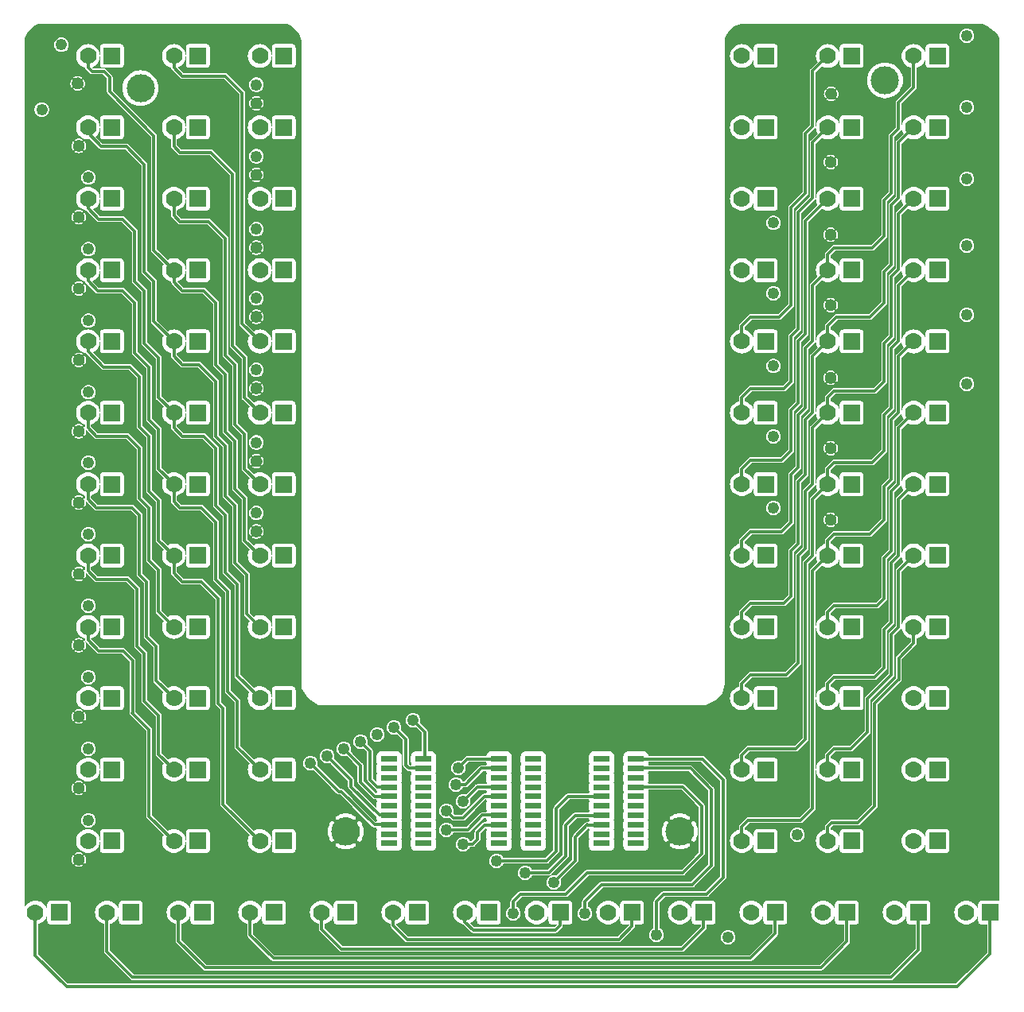
<source format=gbr>
G04 start of page 2 for group 3 layer_idx 0 *
G04 Title: liplight-art, top_copper *
G04 Creator: pcb-rnd 2.0.0 *
G04 CreationDate: 2018-08-21 02:54:24 UTC *
G04 For:  *
G04 Format: Gerber/RS-274X *
G04 PCB-Dimensions: 636000 660500 *
G04 PCB-Coordinate-Origin: lower left *
%MOIN*%
%FSLAX25Y25*%
%LNTOP*%
%ADD18C,0.0280*%
%ADD17C,0.0256*%
%ADD16C,0.0988*%
%ADD15C,0.0700*%
%ADD14C,0.0492*%
%ADD13C,0.1181*%
%ADD12C,0.0118*%
%ADD11C,0.0001*%
G54D11*G36*
X382542Y416852D02*X382546Y416841D01*
X382602Y416633D01*
X382640Y416422D01*
X382658Y416207D01*
Y415993D01*
X382640Y415778D01*
X382602Y415567D01*
X382546Y415359D01*
X382542Y415348D01*
Y416852D01*
G37*
G36*
Y68016D02*X382624Y67966D01*
X382842Y67876D01*
X383071Y67821D01*
X383307Y67802D01*
X383366Y67807D01*
X385616D01*
Y61096D01*
X382542Y58022D01*
Y68016D01*
G37*
G36*
X436995Y445327D02*X443775D01*
X445744Y444343D01*
X449681Y441390D01*
X450665Y439421D01*
Y77764D01*
X450542Y77793D01*
X450307Y77812D01*
X450248Y77807D01*
X443366D01*
X443307Y77812D01*
X443072Y77793D01*
X443071Y77793D01*
X442842Y77738D01*
X442624Y77648D01*
X442422Y77524D01*
X442243Y77371D01*
X442090Y77191D01*
X441966Y76990D01*
X441876Y76772D01*
X441821Y76542D01*
X441802Y76307D01*
X441807Y76248D01*
Y69366D01*
X441802Y69307D01*
X441821Y69072D01*
X441821Y69072D01*
X441876Y68842D01*
X441966Y68624D01*
X442090Y68423D01*
X442243Y68243D01*
X442422Y68090D01*
X442624Y67966D01*
X442842Y67876D01*
X443071Y67821D01*
X443307Y67802D01*
X443366Y67807D01*
X445537D01*
Y56056D01*
X436995Y47514D01*
Y67806D01*
X437591Y67853D01*
X438357Y68037D01*
X439084Y68338D01*
X439755Y68750D01*
X440353Y69261D01*
X440864Y69859D01*
X441276Y70530D01*
X441577Y71257D01*
X441760Y72022D01*
X441807Y72807D01*
X441760Y73592D01*
X441577Y74357D01*
X441276Y75084D01*
X440864Y75755D01*
X440353Y76354D01*
X439755Y76865D01*
X439084Y77276D01*
X438357Y77577D01*
X437591Y77761D01*
X436995Y77808D01*
Y291430D01*
X437000Y291430D01*
X437480Y291468D01*
X437949Y291580D01*
X438394Y291765D01*
X438805Y292016D01*
X439171Y292329D01*
X439484Y292695D01*
X439735Y293106D01*
X439920Y293551D01*
X440032Y294020D01*
X440061Y294500D01*
X440032Y294980D01*
X439920Y295449D01*
X439735Y295894D01*
X439484Y296305D01*
X439171Y296671D01*
X438805Y296984D01*
X438394Y297235D01*
X437949Y297420D01*
X437480Y297532D01*
X437000Y297570D01*
X436995Y297570D01*
Y320430D01*
X437000Y320430D01*
X437480Y320468D01*
X437949Y320580D01*
X438394Y320765D01*
X438805Y321016D01*
X439171Y321329D01*
X439484Y321695D01*
X439735Y322106D01*
X439920Y322551D01*
X440032Y323020D01*
X440061Y323500D01*
X440032Y323980D01*
X439920Y324449D01*
X439735Y324894D01*
X439484Y325305D01*
X439171Y325671D01*
X438805Y325984D01*
X438394Y326235D01*
X437949Y326420D01*
X437480Y326532D01*
X437000Y326570D01*
X436995Y326570D01*
Y349430D01*
X437000Y349430D01*
X437480Y349468D01*
X437949Y349580D01*
X438394Y349765D01*
X438805Y350016D01*
X439171Y350329D01*
X439484Y350695D01*
X439735Y351106D01*
X439920Y351551D01*
X440032Y352020D01*
X440061Y352500D01*
X440032Y352980D01*
X439920Y353449D01*
X439735Y353894D01*
X439484Y354305D01*
X439171Y354671D01*
X438805Y354984D01*
X438394Y355235D01*
X437949Y355420D01*
X437480Y355532D01*
X437000Y355570D01*
X436995Y355570D01*
Y377430D01*
X437000Y377430D01*
X437480Y377468D01*
X437949Y377580D01*
X438394Y377765D01*
X438805Y378016D01*
X439171Y378329D01*
X439484Y378695D01*
X439735Y379106D01*
X439920Y379551D01*
X440032Y380020D01*
X440061Y380500D01*
X440032Y380980D01*
X439920Y381449D01*
X439735Y381894D01*
X439484Y382305D01*
X439171Y382671D01*
X438805Y382984D01*
X438394Y383235D01*
X437949Y383420D01*
X437480Y383532D01*
X437000Y383570D01*
X436995Y383570D01*
Y407430D01*
X437000Y407430D01*
X437480Y407468D01*
X437949Y407580D01*
X438394Y407765D01*
X438805Y408016D01*
X439171Y408329D01*
X439484Y408695D01*
X439735Y409106D01*
X439920Y409551D01*
X440032Y410020D01*
X440061Y410500D01*
X440032Y410980D01*
X439920Y411449D01*
X439735Y411894D01*
X439484Y412305D01*
X439171Y412671D01*
X438805Y412984D01*
X438394Y413235D01*
X437949Y413420D01*
X437480Y413532D01*
X437000Y413570D01*
X436995Y413570D01*
Y437430D01*
X437000Y437430D01*
X437480Y437468D01*
X437949Y437580D01*
X438394Y437765D01*
X438805Y438016D01*
X439171Y438329D01*
X439484Y438695D01*
X439735Y439106D01*
X439920Y439551D01*
X440032Y440020D01*
X440061Y440500D01*
X440032Y440980D01*
X439920Y441449D01*
X439735Y441894D01*
X439484Y442305D01*
X439171Y442671D01*
X438805Y442984D01*
X438394Y443235D01*
X437949Y443420D01*
X437480Y443532D01*
X437000Y443570D01*
X436995Y443570D01*
Y445327D01*
G37*
G36*
X424760D02*X436995D01*
Y443570D01*
X436520Y443532D01*
X436051Y443420D01*
X435606Y443235D01*
X435195Y442984D01*
X434829Y442671D01*
X434516Y442305D01*
X434265Y441894D01*
X434080Y441449D01*
X433968Y440980D01*
X433930Y440500D01*
X433968Y440020D01*
X434080Y439551D01*
X434265Y439106D01*
X434516Y438695D01*
X434829Y438329D01*
X435195Y438016D01*
X435606Y437765D01*
X436051Y437580D01*
X436520Y437468D01*
X436995Y437430D01*
Y413570D01*
X436520Y413532D01*
X436051Y413420D01*
X435606Y413235D01*
X435195Y412984D01*
X434829Y412671D01*
X434516Y412305D01*
X434265Y411894D01*
X434080Y411449D01*
X433968Y410980D01*
X433930Y410500D01*
X433968Y410020D01*
X434080Y409551D01*
X434265Y409106D01*
X434516Y408695D01*
X434829Y408329D01*
X435195Y408016D01*
X435606Y407765D01*
X436051Y407580D01*
X436520Y407468D01*
X436995Y407430D01*
Y383570D01*
X436520Y383532D01*
X436051Y383420D01*
X435606Y383235D01*
X435195Y382984D01*
X434829Y382671D01*
X434516Y382305D01*
X434265Y381894D01*
X434080Y381449D01*
X433968Y380980D01*
X433930Y380500D01*
X433968Y380020D01*
X434080Y379551D01*
X434265Y379106D01*
X434516Y378695D01*
X434829Y378329D01*
X435195Y378016D01*
X435606Y377765D01*
X436051Y377580D01*
X436520Y377468D01*
X436995Y377430D01*
Y355570D01*
X436520Y355532D01*
X436051Y355420D01*
X435606Y355235D01*
X435195Y354984D01*
X434829Y354671D01*
X434516Y354305D01*
X434265Y353894D01*
X434080Y353449D01*
X433968Y352980D01*
X433930Y352500D01*
X433968Y352020D01*
X434080Y351551D01*
X434265Y351106D01*
X434516Y350695D01*
X434829Y350329D01*
X435195Y350016D01*
X435606Y349765D01*
X436051Y349580D01*
X436520Y349468D01*
X436995Y349430D01*
Y326570D01*
X436520Y326532D01*
X436051Y326420D01*
X435606Y326235D01*
X435195Y325984D01*
X434829Y325671D01*
X434516Y325305D01*
X434265Y324894D01*
X434080Y324449D01*
X433968Y323980D01*
X433930Y323500D01*
X433968Y323020D01*
X434080Y322551D01*
X434265Y322106D01*
X434516Y321695D01*
X434829Y321329D01*
X435195Y321016D01*
X435606Y320765D01*
X436051Y320580D01*
X436520Y320468D01*
X436995Y320430D01*
Y297570D01*
X436520Y297532D01*
X436051Y297420D01*
X435606Y297235D01*
X435195Y296984D01*
X434829Y296671D01*
X434516Y296305D01*
X434265Y295894D01*
X434080Y295449D01*
X433968Y294980D01*
X433930Y294500D01*
X433968Y294020D01*
X434080Y293551D01*
X434265Y293106D01*
X434516Y292695D01*
X434829Y292329D01*
X435195Y292016D01*
X435606Y291765D01*
X436051Y291580D01*
X436520Y291468D01*
X436995Y291430D01*
Y77808D01*
X436807Y77823D01*
X436022Y77761D01*
X435257Y77577D01*
X434530Y77276D01*
X433859Y76865D01*
X433260Y76354D01*
X432749Y75755D01*
X432338Y75084D01*
X432037Y74357D01*
X431853Y73592D01*
X431791Y72807D01*
X431853Y72022D01*
X432037Y71257D01*
X432338Y70530D01*
X432749Y69859D01*
X433260Y69261D01*
X433859Y68750D01*
X434530Y68338D01*
X435257Y68037D01*
X436022Y67853D01*
X436807Y67792D01*
X436995Y67806D01*
Y47514D01*
X432455Y42974D01*
X424760D01*
Y97807D01*
X428201D01*
X428260Y97802D01*
X428495Y97821D01*
X428495Y97821D01*
X428724Y97876D01*
X428943Y97966D01*
X429144Y98090D01*
X429323Y98243D01*
X429477Y98423D01*
X429600Y98624D01*
X429691Y98842D01*
X429746Y99072D01*
X429764Y99307D01*
X429760Y99366D01*
Y106248D01*
X429764Y106307D01*
X429746Y106542D01*
X429746Y106542D01*
X429691Y106772D01*
X429600Y106990D01*
X429477Y107191D01*
X429323Y107371D01*
X429144Y107524D01*
X428943Y107648D01*
X428724Y107738D01*
X428495Y107793D01*
X428260Y107812D01*
X428201Y107807D01*
X424760D01*
Y127728D01*
X428201D01*
X428260Y127724D01*
X428495Y127742D01*
X428495Y127742D01*
X428724Y127797D01*
X428943Y127888D01*
X429144Y128011D01*
X429323Y128164D01*
X429477Y128344D01*
X429600Y128545D01*
X429691Y128763D01*
X429746Y128993D01*
X429764Y129228D01*
X429760Y129287D01*
Y136170D01*
X429764Y136228D01*
X429746Y136464D01*
X429746Y136464D01*
X429691Y136693D01*
X429600Y136911D01*
X429477Y137113D01*
X429323Y137292D01*
X429144Y137446D01*
X428943Y137569D01*
X428724Y137659D01*
X428495Y137714D01*
X428260Y137733D01*
X428201Y137728D01*
X424760D01*
Y157650D01*
X428201D01*
X428260Y157645D01*
X428495Y157663D01*
X428495Y157664D01*
X428724Y157719D01*
X428943Y157809D01*
X429144Y157932D01*
X429323Y158086D01*
X429477Y158265D01*
X429600Y158467D01*
X429691Y158685D01*
X429746Y158914D01*
X429764Y159150D01*
X429760Y159208D01*
Y166091D01*
X429764Y166150D01*
X429746Y166385D01*
X429746Y166385D01*
X429691Y166615D01*
X429600Y166833D01*
X429477Y167034D01*
X429323Y167214D01*
X429144Y167367D01*
X428943Y167490D01*
X428724Y167581D01*
X428495Y167636D01*
X428260Y167654D01*
X428201Y167650D01*
X424760D01*
Y187571D01*
X428201D01*
X428260Y187566D01*
X428495Y187585D01*
X428495Y187585D01*
X428724Y187640D01*
X428943Y187730D01*
X429144Y187854D01*
X429323Y188007D01*
X429477Y188186D01*
X429600Y188388D01*
X429691Y188606D01*
X429746Y188835D01*
X429764Y189071D01*
X429760Y189130D01*
Y196012D01*
X429764Y196071D01*
X429746Y196306D01*
X429746Y196306D01*
X429691Y196536D01*
X429600Y196754D01*
X429477Y196955D01*
X429323Y197135D01*
X429144Y197288D01*
X428943Y197412D01*
X428724Y197502D01*
X428495Y197557D01*
X428260Y197575D01*
X428201Y197571D01*
X424760D01*
Y217492D01*
X428201D01*
X428260Y217488D01*
X428495Y217506D01*
X428495Y217506D01*
X428724Y217561D01*
X428943Y217651D01*
X429144Y217775D01*
X429323Y217928D01*
X429477Y218108D01*
X429600Y218309D01*
X429691Y218527D01*
X429746Y218757D01*
X429764Y218992D01*
X429760Y219051D01*
Y225933D01*
X429764Y225992D01*
X429746Y226227D01*
X429746Y226228D01*
X429691Y226457D01*
X429600Y226675D01*
X429477Y226877D01*
X429323Y227056D01*
X429144Y227209D01*
X428943Y227333D01*
X428724Y227423D01*
X428495Y227478D01*
X428260Y227497D01*
X428201Y227492D01*
X424760D01*
Y247413D01*
X428201D01*
X428260Y247409D01*
X428495Y247427D01*
X428495Y247427D01*
X428724Y247482D01*
X428943Y247573D01*
X429144Y247696D01*
X429323Y247849D01*
X429477Y248029D01*
X429600Y248230D01*
X429691Y248448D01*
X429746Y248678D01*
X429764Y248913D01*
X429760Y248972D01*
Y255855D01*
X429764Y255913D01*
X429746Y256149D01*
X429746Y256149D01*
X429691Y256378D01*
X429600Y256596D01*
X429477Y256798D01*
X429323Y256977D01*
X429144Y257131D01*
X428943Y257254D01*
X428724Y257344D01*
X428495Y257399D01*
X428260Y257418D01*
X428201Y257413D01*
X424760D01*
Y277335D01*
X428201D01*
X428260Y277330D01*
X428495Y277349D01*
X428495Y277349D01*
X428724Y277404D01*
X428943Y277494D01*
X429144Y277617D01*
X429323Y277771D01*
X429477Y277950D01*
X429600Y278152D01*
X429691Y278370D01*
X429746Y278599D01*
X429764Y278835D01*
X429760Y278893D01*
Y285776D01*
X429764Y285835D01*
X429746Y286070D01*
X429746Y286070D01*
X429691Y286300D01*
X429600Y286518D01*
X429477Y286719D01*
X429323Y286899D01*
X429144Y287052D01*
X428943Y287175D01*
X428724Y287266D01*
X428495Y287321D01*
X428260Y287339D01*
X428201Y287335D01*
X424760D01*
Y307256D01*
X428201D01*
X428260Y307251D01*
X428495Y307270D01*
X428495Y307270D01*
X428724Y307325D01*
X428943Y307415D01*
X429144Y307539D01*
X429323Y307692D01*
X429477Y307872D01*
X429600Y308073D01*
X429691Y308291D01*
X429746Y308521D01*
X429764Y308756D01*
X429760Y308815D01*
Y315697D01*
X429764Y315756D01*
X429746Y315991D01*
X429746Y315991D01*
X429691Y316221D01*
X429600Y316439D01*
X429477Y316640D01*
X429323Y316820D01*
X429144Y316973D01*
X428943Y317097D01*
X428724Y317187D01*
X428495Y317242D01*
X428260Y317261D01*
X428201Y317256D01*
X424760D01*
Y337177D01*
X428201D01*
X428260Y337173D01*
X428495Y337191D01*
X428495Y337191D01*
X428724Y337246D01*
X428943Y337337D01*
X429144Y337460D01*
X429323Y337613D01*
X429477Y337793D01*
X429600Y337994D01*
X429691Y338212D01*
X429746Y338442D01*
X429764Y338677D01*
X429760Y338736D01*
Y345618D01*
X429764Y345677D01*
X429746Y345912D01*
X429746Y345913D01*
X429691Y346142D01*
X429600Y346360D01*
X429477Y346562D01*
X429323Y346741D01*
X429144Y346894D01*
X428943Y347018D01*
X428724Y347108D01*
X428495Y347163D01*
X428260Y347182D01*
X428201Y347177D01*
X424760D01*
Y367098D01*
X428201D01*
X428260Y367094D01*
X428495Y367112D01*
X428495Y367112D01*
X428724Y367167D01*
X428943Y367258D01*
X429144Y367381D01*
X429323Y367534D01*
X429477Y367714D01*
X429600Y367915D01*
X429691Y368133D01*
X429746Y368363D01*
X429764Y368598D01*
X429760Y368657D01*
Y375540D01*
X429764Y375598D01*
X429746Y375834D01*
X429746Y375834D01*
X429691Y376063D01*
X429600Y376282D01*
X429477Y376483D01*
X429323Y376662D01*
X429144Y376816D01*
X428943Y376939D01*
X428724Y377029D01*
X428495Y377085D01*
X428260Y377103D01*
X428201Y377098D01*
X424760D01*
Y397020D01*
X428201D01*
X428260Y397015D01*
X428495Y397034D01*
X428495Y397034D01*
X428724Y397089D01*
X428943Y397179D01*
X429144Y397302D01*
X429323Y397456D01*
X429477Y397635D01*
X429600Y397837D01*
X429691Y398055D01*
X429746Y398284D01*
X429764Y398520D01*
X429760Y398579D01*
Y405461D01*
X429764Y405520D01*
X429746Y405755D01*
X429746Y405755D01*
X429691Y405985D01*
X429600Y406203D01*
X429477Y406404D01*
X429323Y406584D01*
X429144Y406737D01*
X428943Y406860D01*
X428724Y406951D01*
X428495Y407006D01*
X428260Y407024D01*
X428201Y407020D01*
X424760D01*
Y426941D01*
X428201D01*
X428260Y426936D01*
X428495Y426955D01*
X428495Y426955D01*
X428724Y427010D01*
X428943Y427100D01*
X429144Y427224D01*
X429323Y427377D01*
X429477Y427557D01*
X429600Y427758D01*
X429691Y427976D01*
X429746Y428206D01*
X429764Y428441D01*
X429760Y428500D01*
Y435382D01*
X429764Y435441D01*
X429746Y435676D01*
X429746Y435676D01*
X429691Y435906D01*
X429600Y436124D01*
X429477Y436325D01*
X429323Y436505D01*
X429144Y436658D01*
X428943Y436782D01*
X428724Y436872D01*
X428495Y436927D01*
X428260Y436946D01*
X428201Y436941D01*
X424760D01*
Y445327D01*
G37*
G36*
X414752Y67807D02*X415616D01*
Y57631D01*
X414752Y56767D01*
Y67807D01*
G37*
G36*
X424760Y42974D02*X414752D01*
Y53399D01*
X417616Y56263D01*
X417651Y56293D01*
X417773Y56436D01*
X417773Y56436D01*
X417871Y56596D01*
X417943Y56769D01*
X417986Y56951D01*
X418001Y57138D01*
X417997Y57185D01*
Y67807D01*
X420248D01*
X420307Y67802D01*
X420542Y67821D01*
X420542Y67821D01*
X420772Y67876D01*
X420990Y67966D01*
X421191Y68090D01*
X421371Y68243D01*
X421524Y68423D01*
X421647Y68624D01*
X421738Y68842D01*
X421793Y69072D01*
X421811Y69307D01*
X421807Y69366D01*
Y76248D01*
X421811Y76307D01*
X421793Y76542D01*
X421793Y76542D01*
X421738Y76772D01*
X421647Y76990D01*
X421524Y77191D01*
X421371Y77371D01*
X421191Y77524D01*
X420990Y77648D01*
X420772Y77738D01*
X420542Y77793D01*
X420307Y77812D01*
X420248Y77807D01*
X414752D01*
Y97792D01*
X414760Y97792D01*
X415544Y97853D01*
X416309Y98037D01*
X417036Y98338D01*
X417708Y98750D01*
X418306Y99261D01*
X418817Y99859D01*
X419228Y100530D01*
X419529Y101257D01*
X419713Y102022D01*
X419760Y102807D01*
X419713Y103592D01*
X419529Y104357D01*
X419228Y105084D01*
X418817Y105755D01*
X418306Y106354D01*
X417708Y106865D01*
X417036Y107276D01*
X416309Y107577D01*
X415544Y107761D01*
X414760Y107823D01*
X414752Y107822D01*
Y127714D01*
X414760Y127713D01*
X415544Y127775D01*
X416309Y127958D01*
X417036Y128260D01*
X417708Y128671D01*
X418306Y129182D01*
X418817Y129780D01*
X419228Y130451D01*
X419529Y131178D01*
X419713Y131944D01*
X419760Y132728D01*
X419713Y133513D01*
X419529Y134278D01*
X419228Y135005D01*
X418817Y135676D01*
X418306Y136275D01*
X417708Y136786D01*
X417036Y137197D01*
X416309Y137498D01*
X415544Y137682D01*
X414760Y137744D01*
X414752Y137743D01*
Y157635D01*
X414760Y157634D01*
X415544Y157696D01*
X416309Y157880D01*
X417036Y158181D01*
X417708Y158592D01*
X418306Y159103D01*
X418817Y159702D01*
X419228Y160373D01*
X419529Y161100D01*
X419713Y161865D01*
X419760Y162650D01*
X419713Y163434D01*
X419529Y164199D01*
X419228Y164927D01*
X418817Y165598D01*
X418306Y166196D01*
X417708Y166707D01*
X417036Y167118D01*
X416309Y167420D01*
X415544Y167603D01*
X414760Y167665D01*
X414752Y167664D01*
Y184068D01*
X415568Y184885D01*
X415604Y184915D01*
X415725Y185057D01*
X415726Y185058D01*
X415824Y185217D01*
X415895Y185390D01*
X415939Y185573D01*
X415954Y185760D01*
X415950Y185806D01*
Y187715D01*
X416309Y187801D01*
X417036Y188102D01*
X417708Y188513D01*
X418306Y189024D01*
X418817Y189623D01*
X419228Y190294D01*
X419529Y191021D01*
X419713Y191786D01*
X419760Y192571D01*
Y189130D01*
X419755Y189071D01*
X419773Y188836D01*
X419773Y188835D01*
X419829Y188606D01*
X419919Y188388D01*
X420042Y188186D01*
X420196Y188007D01*
X420375Y187854D01*
X420576Y187730D01*
X420795Y187640D01*
X421024Y187585D01*
X421260Y187566D01*
X421318Y187571D01*
X424760D01*
Y167650D01*
X421318D01*
X421260Y167654D01*
X421024Y167636D01*
X421024Y167636D01*
X420795Y167581D01*
X420576Y167490D01*
X420375Y167367D01*
X420196Y167214D01*
X420042Y167034D01*
X419919Y166833D01*
X419829Y166615D01*
X419773Y166385D01*
X419755Y166150D01*
X419760Y166091D01*
Y159208D01*
X419755Y159150D01*
X419773Y158914D01*
X419773Y158914D01*
X419829Y158685D01*
X419919Y158467D01*
X420042Y158265D01*
X420196Y158086D01*
X420375Y157932D01*
X420576Y157809D01*
X420795Y157719D01*
X421024Y157664D01*
X421260Y157645D01*
X421318Y157650D01*
X424760D01*
Y137728D01*
X421318D01*
X421260Y137733D01*
X421024Y137714D01*
X421024Y137714D01*
X420795Y137659D01*
X420576Y137569D01*
X420375Y137446D01*
X420196Y137292D01*
X420042Y137113D01*
X419919Y136911D01*
X419829Y136693D01*
X419773Y136464D01*
X419755Y136228D01*
X419760Y136170D01*
Y129287D01*
X419755Y129228D01*
X419773Y128993D01*
X419773Y128993D01*
X419829Y128763D01*
X419919Y128545D01*
X420042Y128344D01*
X420196Y128164D01*
X420375Y128011D01*
X420576Y127888D01*
X420795Y127797D01*
X421024Y127742D01*
X421260Y127724D01*
X421318Y127728D01*
X424760D01*
Y107807D01*
X421318D01*
X421260Y107812D01*
X421024Y107793D01*
X421024Y107793D01*
X420795Y107738D01*
X420576Y107648D01*
X420375Y107524D01*
X420196Y107371D01*
X420042Y107191D01*
X419919Y106990D01*
X419829Y106772D01*
X419773Y106542D01*
X419755Y106307D01*
X419760Y106248D01*
Y99366D01*
X419755Y99307D01*
X419773Y99072D01*
X419773Y99072D01*
X419829Y98842D01*
X419919Y98624D01*
X420042Y98423D01*
X420196Y98243D01*
X420375Y98090D01*
X420576Y97966D01*
X420795Y97876D01*
X421024Y97821D01*
X421260Y97802D01*
X421318Y97807D01*
X424760D01*
Y42974D01*
G37*
G36*
X414752Y77807D02*X413366D01*
X413307Y77812D01*
X413072Y77793D01*
X413071Y77793D01*
X412842Y77738D01*
X412624Y77648D01*
X412422Y77524D01*
X412243Y77371D01*
X412090Y77191D01*
X411966Y76990D01*
X411876Y76772D01*
X411821Y76542D01*
X411802Y76307D01*
X411807Y76248D01*
Y72807D01*
X411760Y73592D01*
X411577Y74357D01*
X411276Y75084D01*
X410864Y75755D01*
X410353Y76354D01*
X409755Y76865D01*
X409084Y77276D01*
X408357Y77577D01*
X407591Y77761D01*
X406807Y77823D01*
X406022Y77761D01*
X405257Y77577D01*
X404530Y77276D01*
X403859Y76865D01*
X403260Y76354D01*
X402749Y75755D01*
X402338Y75084D01*
X402037Y74357D01*
X401853Y73592D01*
X401791Y72807D01*
X401853Y72022D01*
X402037Y71257D01*
X402338Y70530D01*
X402749Y69859D01*
X403260Y69261D01*
X403859Y68750D01*
X404530Y68338D01*
X405257Y68037D01*
X406022Y67853D01*
X406807Y67792D01*
X407591Y67853D01*
X408357Y68037D01*
X409084Y68338D01*
X409755Y68750D01*
X410353Y69261D01*
X410864Y69859D01*
X411276Y70530D01*
X411577Y71257D01*
X411760Y72022D01*
X411807Y72807D01*
Y69366D01*
X411802Y69307D01*
X411821Y69072D01*
X411821Y69072D01*
X411876Y68842D01*
X411966Y68624D01*
X412090Y68423D01*
X412243Y68243D01*
X412422Y68090D01*
X412624Y67966D01*
X412842Y67876D01*
X413071Y67821D01*
X413307Y67802D01*
X413366Y67807D01*
X414752D01*
Y56767D01*
X404896Y46911D01*
X388775D01*
Y67807D01*
X390248D01*
X390307Y67802D01*
X390542Y67821D01*
X390542Y67821D01*
X390772Y67876D01*
X390990Y67966D01*
X391191Y68090D01*
X391371Y68243D01*
X391524Y68423D01*
X391647Y68624D01*
X391738Y68842D01*
X391793Y69072D01*
X391811Y69307D01*
X391807Y69366D01*
Y76248D01*
X391811Y76307D01*
X391793Y76542D01*
X391793Y76542D01*
X391738Y76772D01*
X391647Y76990D01*
X391524Y77191D01*
X391371Y77371D01*
X391191Y77524D01*
X390990Y77648D01*
X390772Y77738D01*
X390542Y77793D01*
X390307Y77812D01*
X390248Y77807D01*
X388775D01*
Y97807D01*
X392217D01*
X392275Y97802D01*
X392510Y97821D01*
X392511Y97821D01*
X392740Y97876D01*
X392958Y97966D01*
X393160Y98090D01*
X393339Y98243D01*
X393493Y98423D01*
X393616Y98624D01*
X393706Y98842D01*
X393761Y99072D01*
X393780Y99307D01*
X393775Y99366D01*
Y106248D01*
X393780Y106307D01*
X393761Y106542D01*
X393761Y106542D01*
X393706Y106772D01*
X393616Y106990D01*
X393493Y107191D01*
X393339Y107371D01*
X393160Y107524D01*
X392958Y107648D01*
X392740Y107738D01*
X392511Y107793D01*
X392275Y107812D01*
X392216Y107807D01*
X388775D01*
Y109317D01*
X391398D01*
X391445Y109314D01*
X391631Y109328D01*
X391631Y109328D01*
X391814Y109372D01*
X391987Y109444D01*
X392147Y109542D01*
X392289Y109663D01*
X392319Y109699D01*
X399253Y116633D01*
X399289Y116663D01*
X399410Y116806D01*
X399411Y116806D01*
X399509Y116966D01*
X399580Y117139D01*
X399624Y117321D01*
X399639Y117508D01*
X399635Y117555D01*
Y160015D01*
X409286Y169666D01*
X409298Y169680D01*
X409344Y169719D01*
X409466Y169861D01*
X409564Y170021D01*
X409636Y170194D01*
X409680Y170376D01*
X409691Y170563D01*
Y179007D01*
X414752Y184068D01*
Y167664D01*
X413975Y167603D01*
X413210Y167420D01*
X412483Y167118D01*
X411812Y166707D01*
X411213Y166196D01*
X410702Y165598D01*
X410291Y164927D01*
X409990Y164199D01*
X409806Y163434D01*
X409744Y162650D01*
X409806Y161865D01*
X409990Y161100D01*
X410291Y160373D01*
X410702Y159702D01*
X411213Y159103D01*
X411812Y158592D01*
X412483Y158181D01*
X413210Y157880D01*
X413975Y157696D01*
X414752Y157635D01*
Y137743D01*
X413975Y137682D01*
X413210Y137498D01*
X412483Y137197D01*
X411812Y136786D01*
X411213Y136275D01*
X410702Y135676D01*
X410291Y135005D01*
X409990Y134278D01*
X409806Y133513D01*
X409744Y132728D01*
X409806Y131944D01*
X409990Y131178D01*
X410291Y130451D01*
X410702Y129780D01*
X411213Y129182D01*
X411812Y128671D01*
X412483Y128260D01*
X413210Y127958D01*
X413975Y127775D01*
X414752Y127714D01*
Y107822D01*
X413975Y107761D01*
X413210Y107577D01*
X412483Y107276D01*
X411812Y106865D01*
X411213Y106354D01*
X410702Y105755D01*
X410291Y105084D01*
X409990Y104357D01*
X409806Y103592D01*
X409744Y102807D01*
X409806Y102022D01*
X409990Y101257D01*
X410291Y100530D01*
X410702Y99859D01*
X411213Y99261D01*
X411812Y98750D01*
X412483Y98338D01*
X413210Y98037D01*
X413975Y97853D01*
X414752Y97792D01*
Y77807D01*
G37*
G36*
X388775D02*X383366D01*
X383307Y77812D01*
X383072Y77793D01*
X383071Y77793D01*
X382842Y77738D01*
X382624Y77648D01*
X382542Y77598D01*
Y99519D01*
X382833Y99859D01*
X383244Y100530D01*
X383545Y101257D01*
X383729Y102022D01*
X383775Y102807D01*
X383729Y103592D01*
X383545Y104357D01*
X383244Y105084D01*
X382833Y105755D01*
X382542Y106095D01*
Y109317D01*
X388775D01*
Y107807D01*
X385334D01*
X385275Y107812D01*
X385040Y107793D01*
X385040Y107793D01*
X384810Y107738D01*
X384592Y107648D01*
X384391Y107524D01*
X384211Y107371D01*
X384058Y107191D01*
X383935Y106990D01*
X383844Y106772D01*
X383789Y106542D01*
X383771Y106307D01*
X383775Y106248D01*
Y99366D01*
X383771Y99307D01*
X383789Y99072D01*
X383789Y99072D01*
X383844Y98842D01*
X383935Y98624D01*
X384058Y98423D01*
X384211Y98243D01*
X384391Y98090D01*
X384592Y97966D01*
X384810Y97876D01*
X385040Y97821D01*
X385275Y97802D01*
X385334Y97807D01*
X388775D01*
Y77807D01*
G37*
G36*
Y46911D02*X382542D01*
Y54654D01*
X387616Y59728D01*
X387651Y59758D01*
X387773Y59900D01*
X387773Y59900D01*
X387871Y60060D01*
X387943Y60233D01*
X387986Y60416D01*
X388001Y60602D01*
X387997Y60649D01*
Y67807D01*
X388775D01*
Y46911D01*
G37*
G36*
X414752Y42974D02*X382542D01*
Y44530D01*
X405343D01*
X405389Y44526D01*
X405576Y44541D01*
X405576Y44541D01*
X405758Y44585D01*
X405932Y44656D01*
X406091Y44754D01*
X406234Y44876D01*
X406264Y44912D01*
X414752Y53399D01*
Y42974D01*
G37*
G36*
X402740Y445327D02*X424760D01*
Y436941D01*
X421318D01*
X421260Y436946D01*
X421024Y436927D01*
X421024Y436927D01*
X420795Y436872D01*
X420576Y436782D01*
X420375Y436658D01*
X420196Y436505D01*
X420042Y436325D01*
X419919Y436124D01*
X419829Y435906D01*
X419773Y435676D01*
X419755Y435441D01*
X419760Y435382D01*
Y428500D01*
X419755Y428441D01*
X419773Y428206D01*
X419773Y428206D01*
X419829Y427976D01*
X419919Y427758D01*
X420042Y427557D01*
X420196Y427377D01*
X420375Y427224D01*
X420576Y427100D01*
X420795Y427010D01*
X421024Y426955D01*
X421260Y426936D01*
X421318Y426941D01*
X424760D01*
Y407020D01*
X421318D01*
X421260Y407024D01*
X421024Y407006D01*
X421024Y407006D01*
X420795Y406951D01*
X420576Y406860D01*
X420375Y406737D01*
X420196Y406584D01*
X420042Y406404D01*
X419919Y406203D01*
X419829Y405985D01*
X419773Y405755D01*
X419755Y405520D01*
X419760Y405461D01*
Y398578D01*
X419755Y398520D01*
X419773Y398285D01*
X419773Y398284D01*
X419829Y398055D01*
X419919Y397837D01*
X420042Y397635D01*
X420196Y397456D01*
X420375Y397302D01*
X420576Y397179D01*
X420795Y397089D01*
X421024Y397034D01*
X421260Y397015D01*
X421318Y397020D01*
X424760D01*
Y377098D01*
X421318D01*
X421260Y377103D01*
X421024Y377085D01*
X421024Y377085D01*
X420795Y377029D01*
X420576Y376939D01*
X420375Y376816D01*
X420196Y376662D01*
X420042Y376483D01*
X419919Y376282D01*
X419829Y376063D01*
X419773Y375834D01*
X419755Y375598D01*
X419760Y375540D01*
Y368657D01*
X419755Y368598D01*
X419773Y368363D01*
X419773Y368363D01*
X419829Y368133D01*
X419919Y367915D01*
X420042Y367714D01*
X420196Y367534D01*
X420375Y367381D01*
X420576Y367258D01*
X420795Y367167D01*
X421024Y367112D01*
X421260Y367094D01*
X421318Y367098D01*
X424760D01*
Y347177D01*
X421318D01*
X421260Y347182D01*
X421024Y347163D01*
X421024Y347163D01*
X420795Y347108D01*
X420576Y347018D01*
X420375Y346894D01*
X420196Y346741D01*
X420042Y346562D01*
X419919Y346360D01*
X419829Y346142D01*
X419773Y345913D01*
X419755Y345677D01*
X419760Y345618D01*
Y338736D01*
X419755Y338677D01*
X419773Y338442D01*
X419773Y338442D01*
X419829Y338212D01*
X419919Y337994D01*
X420042Y337793D01*
X420196Y337613D01*
X420375Y337460D01*
X420576Y337337D01*
X420795Y337246D01*
X421024Y337191D01*
X421260Y337173D01*
X421318Y337177D01*
X424760D01*
Y317256D01*
X421318D01*
X421260Y317261D01*
X421024Y317242D01*
X421024Y317242D01*
X420795Y317187D01*
X420576Y317097D01*
X420375Y316973D01*
X420196Y316820D01*
X420042Y316640D01*
X419919Y316439D01*
X419829Y316221D01*
X419773Y315991D01*
X419755Y315756D01*
X419760Y315697D01*
Y308815D01*
X419755Y308756D01*
X419773Y308521D01*
X419773Y308521D01*
X419829Y308291D01*
X419919Y308073D01*
X420042Y307872D01*
X420196Y307692D01*
X420375Y307539D01*
X420576Y307415D01*
X420795Y307325D01*
X421024Y307270D01*
X421260Y307251D01*
X421318Y307256D01*
X424760D01*
Y287335D01*
X421318D01*
X421260Y287339D01*
X421024Y287321D01*
X421024Y287321D01*
X420795Y287266D01*
X420576Y287175D01*
X420375Y287052D01*
X420196Y286899D01*
X420042Y286719D01*
X419919Y286518D01*
X419829Y286300D01*
X419773Y286070D01*
X419755Y285835D01*
X419760Y285776D01*
Y278893D01*
X419755Y278835D01*
X419773Y278599D01*
X419773Y278599D01*
X419829Y278370D01*
X419919Y278152D01*
X420042Y277950D01*
X420196Y277771D01*
X420375Y277617D01*
X420576Y277494D01*
X420795Y277404D01*
X421024Y277349D01*
X421260Y277330D01*
X421318Y277335D01*
X424760D01*
Y257413D01*
X421318D01*
X421260Y257418D01*
X421024Y257400D01*
X421024Y257399D01*
X420795Y257344D01*
X420576Y257254D01*
X420375Y257131D01*
X420196Y256977D01*
X420042Y256798D01*
X419919Y256596D01*
X419829Y256378D01*
X419773Y256149D01*
X419755Y255913D01*
X419760Y255855D01*
Y248972D01*
X419755Y248913D01*
X419773Y248678D01*
X419773Y248678D01*
X419829Y248448D01*
X419919Y248230D01*
X420042Y248029D01*
X420196Y247849D01*
X420375Y247696D01*
X420576Y247573D01*
X420795Y247482D01*
X421024Y247427D01*
X421260Y247409D01*
X421318Y247413D01*
X424760D01*
Y227492D01*
X421318D01*
X421260Y227497D01*
X421024Y227478D01*
X421024Y227478D01*
X420795Y227423D01*
X420576Y227333D01*
X420375Y227209D01*
X420196Y227056D01*
X420042Y226877D01*
X419919Y226675D01*
X419829Y226457D01*
X419773Y226228D01*
X419755Y225992D01*
X419760Y225933D01*
Y219051D01*
X419755Y218992D01*
X419773Y218757D01*
X419773Y218757D01*
X419829Y218527D01*
X419919Y218309D01*
X420042Y218108D01*
X420196Y217928D01*
X420375Y217775D01*
X420576Y217651D01*
X420795Y217561D01*
X421024Y217506D01*
X421260Y217487D01*
X421318Y217492D01*
X424760D01*
Y197571D01*
X421318D01*
X421260Y197575D01*
X421024Y197557D01*
X421024Y197557D01*
X420795Y197502D01*
X420576Y197412D01*
X420375Y197288D01*
X420196Y197135D01*
X420042Y196955D01*
X419919Y196754D01*
X419829Y196536D01*
X419773Y196306D01*
X419755Y196071D01*
X419760Y196012D01*
Y192571D01*
X419713Y193355D01*
X419529Y194121D01*
X419228Y194848D01*
X418817Y195519D01*
X418306Y196117D01*
X417708Y196628D01*
X417036Y197040D01*
X416309Y197341D01*
X415544Y197525D01*
X414760Y197586D01*
X413975Y197525D01*
X413210Y197341D01*
X412483Y197040D01*
X411812Y196628D01*
X411213Y196117D01*
X410702Y195519D01*
X410291Y194848D01*
X409990Y194121D01*
X409806Y193355D01*
X409744Y192571D01*
X409806Y191786D01*
X409990Y191021D01*
X410291Y190294D01*
X410702Y189623D01*
X411213Y189024D01*
X411812Y188513D01*
X412483Y188102D01*
X413210Y187801D01*
X413569Y187715D01*
Y186253D01*
X407691Y180375D01*
X407656Y180344D01*
X407534Y180202D01*
X407436Y180042D01*
X407364Y179869D01*
X407320Y179687D01*
X407306Y179500D01*
X407309Y179453D01*
Y171056D01*
X402740Y166487D01*
Y168120D01*
X406253Y171633D01*
X406289Y171663D01*
X406410Y171806D01*
X406411Y171806D01*
X406509Y171966D01*
X406580Y172139D01*
X406624Y172321D01*
X406639Y172508D01*
X406635Y172555D01*
Y189015D01*
X409253Y191633D01*
X409289Y191663D01*
X409411Y191806D01*
X409411Y191806D01*
X409509Y191966D01*
X409580Y192139D01*
X409624Y192321D01*
X409639Y192508D01*
X409635Y192555D01*
Y215684D01*
X412168Y218216D01*
X412483Y218023D01*
X413210Y217722D01*
X413975Y217538D01*
X414760Y217477D01*
X415544Y217538D01*
X416309Y217722D01*
X417036Y218023D01*
X417708Y218435D01*
X418306Y218946D01*
X418817Y219544D01*
X419228Y220215D01*
X419529Y220942D01*
X419713Y221708D01*
X419760Y222492D01*
X419713Y223277D01*
X419529Y224042D01*
X419228Y224769D01*
X418817Y225440D01*
X418306Y226039D01*
X417708Y226550D01*
X417036Y226961D01*
X416309Y227262D01*
X415544Y227446D01*
X414760Y227508D01*
X413975Y227446D01*
X413210Y227262D01*
X412483Y226961D01*
X411812Y226550D01*
X411213Y226039D01*
X410702Y225440D01*
X410291Y224769D01*
X409990Y224042D01*
X409806Y223277D01*
X409744Y222492D01*
X409806Y221708D01*
X409990Y220942D01*
X410291Y220215D01*
X410484Y219900D01*
X407636Y217052D01*
X407600Y217022D01*
X407478Y216879D01*
X407381Y216719D01*
X407309Y216546D01*
X407265Y216364D01*
X407265Y216364D01*
X407250Y216177D01*
X407254Y216131D01*
Y193001D01*
X404636Y190383D01*
X404600Y190352D01*
X404478Y190210D01*
X404381Y190050D01*
X404309Y189877D01*
X404265Y189695D01*
X404250Y189508D01*
X404254Y189461D01*
Y173001D01*
X402740Y171487D01*
Y174120D01*
X403253Y174633D01*
X403289Y174663D01*
X403410Y174806D01*
X403411Y174806D01*
X403509Y174966D01*
X403580Y175139D01*
X403624Y175321D01*
X403639Y175508D01*
X403635Y175555D01*
Y191015D01*
X406253Y193633D01*
X406289Y193663D01*
X406411Y193806D01*
X406411Y193806D01*
X406509Y193966D01*
X406580Y194139D01*
X406624Y194321D01*
X406639Y194508D01*
X406635Y194555D01*
Y219015D01*
X409253Y221633D01*
X409289Y221663D01*
X409410Y221806D01*
X409411Y221806D01*
X409509Y221966D01*
X409580Y222139D01*
X409624Y222321D01*
X409639Y222508D01*
X409635Y222555D01*
Y245605D01*
X412168Y248138D01*
X412483Y247945D01*
X413210Y247643D01*
X413975Y247460D01*
X414760Y247398D01*
X415544Y247460D01*
X416309Y247643D01*
X417036Y247945D01*
X417708Y248356D01*
X418306Y248867D01*
X418817Y249465D01*
X419228Y250136D01*
X419529Y250864D01*
X419713Y251629D01*
X419760Y252413D01*
X419713Y253198D01*
X419529Y253963D01*
X419228Y254690D01*
X418817Y255361D01*
X418306Y255960D01*
X417708Y256471D01*
X417036Y256882D01*
X416309Y257183D01*
X415544Y257367D01*
X414760Y257429D01*
X413975Y257367D01*
X413210Y257183D01*
X412483Y256882D01*
X411812Y256471D01*
X411213Y255960D01*
X410702Y255361D01*
X410291Y254690D01*
X409990Y253963D01*
X409806Y253198D01*
X409744Y252413D01*
X409806Y251629D01*
X409990Y250864D01*
X410291Y250136D01*
X410484Y249821D01*
X407636Y246973D01*
X407600Y246943D01*
X407478Y246800D01*
X407381Y246641D01*
X407309Y246467D01*
X407265Y246285D01*
X407250Y246098D01*
X407254Y246052D01*
Y223001D01*
X404636Y220383D01*
X404600Y220352D01*
X404478Y220210D01*
X404381Y220050D01*
X404309Y219877D01*
X404265Y219695D01*
X404265Y219694D01*
X404250Y219508D01*
X404254Y219461D01*
Y195001D01*
X402740Y193487D01*
Y203120D01*
X403253Y203633D01*
X403289Y203663D01*
X403410Y203806D01*
X403411Y203806D01*
X403509Y203966D01*
X403580Y204139D01*
X403624Y204321D01*
X403639Y204508D01*
X403635Y204555D01*
Y221015D01*
X406253Y223633D01*
X406289Y223663D01*
X406411Y223806D01*
X406411Y223806D01*
X406509Y223966D01*
X406580Y224139D01*
X406624Y224321D01*
X406639Y224508D01*
X406635Y224555D01*
Y249015D01*
X409253Y251633D01*
X409289Y251663D01*
X409411Y251806D01*
X409411Y251806D01*
X409509Y251966D01*
X409580Y252139D01*
X409624Y252321D01*
X409639Y252508D01*
X409635Y252555D01*
Y275527D01*
X412168Y278059D01*
X412483Y277866D01*
X413210Y277565D01*
X413975Y277381D01*
X414760Y277319D01*
X415544Y277381D01*
X416309Y277565D01*
X417036Y277866D01*
X417708Y278277D01*
X418306Y278788D01*
X418817Y279387D01*
X419228Y280058D01*
X419529Y280785D01*
X419713Y281550D01*
X419760Y282335D01*
X419713Y283119D01*
X419529Y283884D01*
X419228Y284612D01*
X418817Y285283D01*
X418306Y285881D01*
X417708Y286392D01*
X417036Y286803D01*
X416309Y287105D01*
X415544Y287288D01*
X414760Y287350D01*
X413975Y287288D01*
X413210Y287105D01*
X412483Y286803D01*
X411812Y286392D01*
X411213Y285881D01*
X410702Y285283D01*
X410291Y284612D01*
X409990Y283884D01*
X409806Y283119D01*
X409744Y282335D01*
X409806Y281550D01*
X409990Y280785D01*
X410291Y280058D01*
X410484Y279743D01*
X407636Y276895D01*
X407600Y276864D01*
X407478Y276722D01*
X407381Y276562D01*
X407309Y276389D01*
X407265Y276207D01*
X407265Y276206D01*
X407250Y276020D01*
X407254Y275973D01*
Y253001D01*
X404636Y250383D01*
X404600Y250352D01*
X404478Y250210D01*
X404381Y250050D01*
X404309Y249877D01*
X404265Y249695D01*
X404265Y249694D01*
X404250Y249508D01*
X404254Y249461D01*
Y225001D01*
X402740Y223487D01*
Y236120D01*
X403253Y236633D01*
X403289Y236663D01*
X403411Y236806D01*
X403411Y236806D01*
X403509Y236966D01*
X403580Y237139D01*
X403624Y237321D01*
X403639Y237508D01*
X403635Y237555D01*
Y251015D01*
X406253Y253633D01*
X406289Y253663D01*
X406411Y253806D01*
X406411Y253806D01*
X406509Y253966D01*
X406580Y254139D01*
X406624Y254321D01*
X406639Y254508D01*
X406635Y254555D01*
Y279015D01*
X409253Y281633D01*
X409289Y281663D01*
X409411Y281806D01*
X409411Y281806D01*
X409509Y281966D01*
X409580Y282139D01*
X409624Y282321D01*
X409639Y282508D01*
X409635Y282555D01*
Y305448D01*
X412168Y307980D01*
X412483Y307787D01*
X413210Y307486D01*
X413975Y307302D01*
X414760Y307240D01*
X415544Y307302D01*
X416309Y307486D01*
X417036Y307787D01*
X417708Y308198D01*
X418306Y308709D01*
X418817Y309308D01*
X419228Y309979D01*
X419529Y310706D01*
X419713Y311471D01*
X419760Y312256D01*
X419713Y313040D01*
X419529Y313806D01*
X419228Y314533D01*
X418817Y315204D01*
X418306Y315802D01*
X417708Y316313D01*
X417036Y316725D01*
X416309Y317026D01*
X415544Y317210D01*
X414760Y317271D01*
X413975Y317210D01*
X413210Y317026D01*
X412483Y316725D01*
X411812Y316313D01*
X411213Y315802D01*
X410702Y315204D01*
X410291Y314533D01*
X409990Y313806D01*
X409806Y313040D01*
X409744Y312256D01*
X409806Y311471D01*
X409990Y310706D01*
X410291Y309979D01*
X410484Y309664D01*
X407636Y306816D01*
X407600Y306785D01*
X407478Y306643D01*
X407381Y306483D01*
X407309Y306310D01*
X407265Y306128D01*
X407265Y306128D01*
X407250Y305941D01*
X407254Y305894D01*
Y283001D01*
X404636Y280383D01*
X404600Y280352D01*
X404478Y280210D01*
X404381Y280050D01*
X404309Y279877D01*
X404265Y279695D01*
X404265Y279694D01*
X404250Y279508D01*
X404254Y279461D01*
Y255001D01*
X402740Y253487D01*
Y265120D01*
X403253Y265633D01*
X403289Y265663D01*
X403410Y265806D01*
X403411Y265806D01*
X403509Y265966D01*
X403580Y266139D01*
X403624Y266321D01*
X403639Y266508D01*
X403635Y266555D01*
Y281015D01*
X406253Y283633D01*
X406289Y283663D01*
X406411Y283806D01*
X406411Y283806D01*
X406509Y283966D01*
X406580Y284139D01*
X406624Y284321D01*
X406639Y284508D01*
X406635Y284555D01*
Y309015D01*
X409253Y311633D01*
X409289Y311663D01*
X409410Y311806D01*
X409411Y311806D01*
X409509Y311966D01*
X409580Y312139D01*
X409624Y312321D01*
X409639Y312508D01*
X409635Y312555D01*
Y335369D01*
X412168Y337901D01*
X412483Y337708D01*
X413210Y337407D01*
X413975Y337223D01*
X414760Y337162D01*
X415544Y337223D01*
X416309Y337407D01*
X417036Y337708D01*
X417708Y338120D01*
X418306Y338631D01*
X418817Y339229D01*
X419228Y339900D01*
X419529Y340627D01*
X419713Y341393D01*
X419760Y342177D01*
X419713Y342962D01*
X419529Y343727D01*
X419228Y344454D01*
X418817Y345125D01*
X418306Y345724D01*
X417708Y346235D01*
X417036Y346646D01*
X416309Y346947D01*
X415544Y347131D01*
X414760Y347193D01*
X413975Y347131D01*
X413210Y346947D01*
X412483Y346646D01*
X411812Y346235D01*
X411213Y345724D01*
X410702Y345125D01*
X410291Y344454D01*
X409990Y343727D01*
X409806Y342962D01*
X409744Y342177D01*
X409806Y341393D01*
X409990Y340627D01*
X410291Y339900D01*
X410484Y339585D01*
X407636Y336737D01*
X407600Y336707D01*
X407478Y336564D01*
X407381Y336404D01*
X407309Y336231D01*
X407265Y336049D01*
X407250Y335862D01*
X407254Y335816D01*
Y313001D01*
X404636Y310383D01*
X404600Y310352D01*
X404478Y310210D01*
X404381Y310050D01*
X404309Y309877D01*
X404265Y309695D01*
X404265Y309694D01*
X404250Y309508D01*
X404254Y309461D01*
Y285001D01*
X402740Y283487D01*
Y294120D01*
X403253Y294633D01*
X403289Y294663D01*
X403410Y294806D01*
X403411Y294806D01*
X403509Y294966D01*
X403580Y295139D01*
X403624Y295321D01*
X403639Y295508D01*
X403635Y295555D01*
Y311015D01*
X406253Y313633D01*
X406289Y313663D01*
X406411Y313806D01*
X406411Y313806D01*
X406509Y313966D01*
X406580Y314139D01*
X406624Y314321D01*
X406639Y314508D01*
X406635Y314555D01*
Y339015D01*
X409253Y341633D01*
X409289Y341663D01*
X409411Y341806D01*
X409411Y341806D01*
X409509Y341966D01*
X409580Y342139D01*
X409624Y342321D01*
X409639Y342508D01*
X409635Y342555D01*
Y365290D01*
X412168Y367823D01*
X412483Y367630D01*
X413210Y367328D01*
X413975Y367145D01*
X414760Y367083D01*
X415544Y367145D01*
X416309Y367328D01*
X417036Y367630D01*
X417708Y368041D01*
X418306Y368552D01*
X418817Y369150D01*
X419228Y369821D01*
X419529Y370549D01*
X419713Y371314D01*
X419760Y372098D01*
X419713Y372883D01*
X419529Y373648D01*
X419228Y374375D01*
X418817Y375046D01*
X418306Y375645D01*
X417708Y376156D01*
X417036Y376567D01*
X416309Y376868D01*
X415544Y377052D01*
X414760Y377114D01*
X413975Y377052D01*
X413210Y376868D01*
X412483Y376567D01*
X411812Y376156D01*
X411213Y375645D01*
X410702Y375046D01*
X410291Y374375D01*
X409990Y373648D01*
X409806Y372883D01*
X409744Y372098D01*
X409806Y371314D01*
X409990Y370549D01*
X410291Y369821D01*
X410484Y369506D01*
X407636Y366658D01*
X407600Y366628D01*
X407478Y366485D01*
X407381Y366326D01*
X407309Y366152D01*
X407265Y365970D01*
X407265Y365970D01*
X407250Y365783D01*
X407254Y365737D01*
Y343001D01*
X404636Y340383D01*
X404600Y340352D01*
X404478Y340210D01*
X404381Y340050D01*
X404309Y339877D01*
X404265Y339695D01*
X404265Y339694D01*
X404250Y339508D01*
X404254Y339461D01*
Y315001D01*
X402740Y313487D01*
Y327120D01*
X403253Y327633D01*
X403289Y327663D01*
X403410Y327806D01*
X403411Y327806D01*
X403509Y327966D01*
X403580Y328139D01*
X403624Y328321D01*
X403639Y328508D01*
X403635Y328555D01*
Y341015D01*
X406253Y343633D01*
X406289Y343663D01*
X406411Y343806D01*
X406411Y343806D01*
X406509Y343966D01*
X406580Y344139D01*
X406624Y344321D01*
X406639Y344508D01*
X406635Y344555D01*
Y369015D01*
X409253Y371633D01*
X409289Y371663D01*
X409410Y371806D01*
X409411Y371806D01*
X409509Y371966D01*
X409580Y372139D01*
X409624Y372321D01*
X409639Y372508D01*
X409635Y372555D01*
Y395212D01*
X412168Y397744D01*
X412483Y397551D01*
X413210Y397250D01*
X413975Y397066D01*
X414760Y397004D01*
X415544Y397066D01*
X416309Y397250D01*
X417036Y397551D01*
X417708Y397962D01*
X418306Y398473D01*
X418817Y399072D01*
X419228Y399743D01*
X419529Y400470D01*
X419713Y401235D01*
X419760Y402020D01*
X419713Y402804D01*
X419529Y403570D01*
X419228Y404297D01*
X418817Y404968D01*
X418306Y405566D01*
X417708Y406077D01*
X417036Y406488D01*
X416309Y406790D01*
X415544Y406973D01*
X414760Y407035D01*
X413975Y406973D01*
X413210Y406790D01*
X412483Y406488D01*
X411812Y406077D01*
X411213Y405566D01*
X410702Y404968D01*
X410291Y404297D01*
X409990Y403570D01*
X409806Y402804D01*
X409744Y402020D01*
X409806Y401235D01*
X409990Y400470D01*
X410291Y399743D01*
X410484Y399428D01*
X407636Y396580D01*
X407600Y396549D01*
X407478Y396407D01*
X407381Y396247D01*
X407309Y396074D01*
X407265Y395892D01*
X407250Y395705D01*
X407254Y395658D01*
Y373001D01*
X404636Y370383D01*
X404600Y370352D01*
X404478Y370210D01*
X404381Y370050D01*
X404309Y369877D01*
X404265Y369695D01*
X404265Y369694D01*
X404250Y369508D01*
X404254Y369461D01*
Y345001D01*
X402740Y343487D01*
Y355120D01*
X403253Y355633D01*
X403289Y355663D01*
X403410Y355806D01*
X403411Y355806D01*
X403509Y355966D01*
X403580Y356139D01*
X403624Y356321D01*
X403639Y356508D01*
X403635Y356555D01*
Y371015D01*
X406253Y373633D01*
X406289Y373663D01*
X406411Y373806D01*
X406411Y373806D01*
X406509Y373966D01*
X406580Y374139D01*
X406624Y374321D01*
X406639Y374508D01*
X406635Y374555D01*
Y398015D01*
X409253Y400633D01*
X409289Y400663D01*
X409411Y400806D01*
X409411Y400806D01*
X409509Y400966D01*
X409580Y401139D01*
X409624Y401321D01*
X409639Y401508D01*
X409635Y401555D01*
Y412015D01*
X415568Y417948D01*
X415604Y417978D01*
X415725Y418121D01*
X415726Y418121D01*
X415824Y418281D01*
X415895Y418454D01*
X415939Y418636D01*
X415954Y418823D01*
X415950Y418870D01*
Y427085D01*
X416309Y427171D01*
X417036Y427472D01*
X417708Y427883D01*
X418306Y428395D01*
X418817Y428993D01*
X419228Y429664D01*
X419529Y430391D01*
X419713Y431156D01*
X419760Y431941D01*
X419713Y432726D01*
X419529Y433491D01*
X419228Y434218D01*
X418817Y434889D01*
X418306Y435487D01*
X417708Y435999D01*
X417036Y436410D01*
X416309Y436711D01*
X415544Y436895D01*
X414760Y436956D01*
X413975Y436895D01*
X413210Y436711D01*
X412483Y436410D01*
X411812Y435999D01*
X411213Y435487D01*
X410702Y434889D01*
X410291Y434218D01*
X409990Y433491D01*
X409806Y432726D01*
X409744Y431941D01*
X409806Y431156D01*
X409990Y430391D01*
X410291Y429664D01*
X410702Y428993D01*
X411213Y428395D01*
X411812Y427883D01*
X412483Y427472D01*
X413210Y427171D01*
X413569Y427085D01*
Y419316D01*
X407636Y413383D01*
X407600Y413352D01*
X407478Y413210D01*
X407381Y413050D01*
X407309Y412877D01*
X407265Y412695D01*
X407265Y412694D01*
X407250Y412508D01*
X407254Y412461D01*
Y402001D01*
X404636Y399383D01*
X404600Y399352D01*
X404478Y399210D01*
X404381Y399050D01*
X404309Y398877D01*
X404265Y398695D01*
X404265Y398694D01*
X404250Y398508D01*
X404254Y398461D01*
Y375001D01*
X402740Y373487D01*
Y414242D01*
X402752Y414241D01*
X403925Y414333D01*
X405070Y414608D01*
X406158Y415059D01*
X407162Y415674D01*
X408057Y416438D01*
X408822Y417334D01*
X409437Y418338D01*
X409888Y419425D01*
X410163Y420570D01*
X410232Y421744D01*
X410163Y422918D01*
X409888Y424063D01*
X409437Y425151D01*
X408822Y426154D01*
X408057Y427050D01*
X407162Y427814D01*
X406158Y428430D01*
X405070Y428880D01*
X403925Y429155D01*
X402752Y429247D01*
X402740Y429247D01*
Y445327D01*
G37*
G36*
Y343487D02*X401636Y342383D01*
X401600Y342352D01*
X401478Y342210D01*
X401381Y342050D01*
X401309Y341877D01*
X401265Y341695D01*
X401250Y341508D01*
X401254Y341461D01*
Y329001D01*
X395951Y323698D01*
X388775D01*
Y337177D01*
X392217D01*
X392275Y337173D01*
X392510Y337191D01*
X392511Y337191D01*
X392740Y337246D01*
X392958Y337337D01*
X393160Y337460D01*
X393339Y337613D01*
X393493Y337793D01*
X393616Y337994D01*
X393706Y338212D01*
X393761Y338442D01*
X393780Y338677D01*
X393775Y338736D01*
Y345618D01*
X393780Y345677D01*
X393761Y345912D01*
X393761Y345913D01*
X393706Y346142D01*
X393616Y346360D01*
X393493Y346562D01*
X393339Y346741D01*
X393160Y346894D01*
X392958Y347018D01*
X392740Y347108D01*
X392511Y347163D01*
X392275Y347182D01*
X392216Y347177D01*
X388775D01*
Y350317D01*
X397398D01*
X397445Y350314D01*
X397631Y350328D01*
X397814Y350372D01*
X397987Y350444D01*
X398147Y350542D01*
X398289Y350663D01*
X398319Y350699D01*
X402740Y355120D01*
Y343487D01*
G37*
G36*
Y313487D02*X401636Y312383D01*
X401600Y312352D01*
X401478Y312210D01*
X401381Y312050D01*
X401309Y311877D01*
X401265Y311695D01*
X401250Y311508D01*
X401254Y311461D01*
Y296001D01*
X397951Y292698D01*
X388775D01*
Y307256D01*
X392217D01*
X392275Y307251D01*
X392510Y307270D01*
X392511Y307270D01*
X392740Y307325D01*
X392958Y307415D01*
X393160Y307539D01*
X393339Y307692D01*
X393493Y307872D01*
X393616Y308073D01*
X393706Y308291D01*
X393761Y308521D01*
X393780Y308756D01*
X393775Y308815D01*
Y315697D01*
X393780Y315756D01*
X393761Y315991D01*
X393761Y315991D01*
X393706Y316221D01*
X393616Y316439D01*
X393493Y316640D01*
X393339Y316820D01*
X393160Y316973D01*
X392958Y317097D01*
X392740Y317187D01*
X392511Y317242D01*
X392275Y317261D01*
X392216Y317256D01*
X388775D01*
Y321317D01*
X396398D01*
X396445Y321314D01*
X396631Y321328D01*
X396631Y321328D01*
X396814Y321372D01*
X396987Y321444D01*
X397147Y321542D01*
X397289Y321663D01*
X397319Y321699D01*
X402740Y327120D01*
Y313487D01*
G37*
G36*
Y283487D02*X401636Y282383D01*
X401600Y282352D01*
X401478Y282210D01*
X401381Y282050D01*
X401309Y281877D01*
X401265Y281695D01*
X401250Y281508D01*
X401254Y281461D01*
Y267001D01*
X396951Y262698D01*
X388775D01*
Y277335D01*
X392217D01*
X392275Y277330D01*
X392510Y277349D01*
X392511Y277349D01*
X392740Y277404D01*
X392958Y277494D01*
X393160Y277617D01*
X393339Y277771D01*
X393493Y277950D01*
X393616Y278152D01*
X393706Y278370D01*
X393761Y278599D01*
X393780Y278835D01*
X393775Y278893D01*
Y285776D01*
X393780Y285835D01*
X393761Y286070D01*
X393761Y286070D01*
X393706Y286300D01*
X393616Y286518D01*
X393493Y286719D01*
X393339Y286899D01*
X393160Y287052D01*
X392958Y287175D01*
X392740Y287266D01*
X392511Y287321D01*
X392275Y287339D01*
X392216Y287335D01*
X388775D01*
Y290317D01*
X398398D01*
X398445Y290314D01*
X398631Y290328D01*
X398814Y290372D01*
X398987Y290444D01*
X399147Y290542D01*
X399289Y290663D01*
X399319Y290699D01*
X402740Y294120D01*
Y283487D01*
G37*
G36*
Y253487D02*X401636Y252383D01*
X401600Y252352D01*
X401478Y252210D01*
X401381Y252050D01*
X401309Y251877D01*
X401265Y251695D01*
X401265Y251694D01*
X401250Y251508D01*
X401254Y251461D01*
Y238001D01*
X395951Y232698D01*
X388775D01*
Y247413D01*
X392217D01*
X392275Y247409D01*
X392510Y247427D01*
X392511Y247427D01*
X392740Y247482D01*
X392958Y247573D01*
X393160Y247696D01*
X393339Y247849D01*
X393493Y248029D01*
X393616Y248230D01*
X393706Y248448D01*
X393761Y248678D01*
X393780Y248913D01*
X393775Y248972D01*
Y255855D01*
X393780Y255913D01*
X393761Y256149D01*
X393761Y256149D01*
X393706Y256378D01*
X393616Y256596D01*
X393493Y256798D01*
X393339Y256977D01*
X393160Y257131D01*
X392958Y257254D01*
X392740Y257344D01*
X392511Y257399D01*
X392275Y257418D01*
X392216Y257413D01*
X388775D01*
Y260317D01*
X397398D01*
X397445Y260314D01*
X397631Y260328D01*
X397814Y260372D01*
X397987Y260444D01*
X398147Y260542D01*
X398289Y260663D01*
X398319Y260699D01*
X402740Y265120D01*
Y253487D01*
G37*
G36*
Y223487D02*X401636Y222383D01*
X401600Y222352D01*
X401478Y222210D01*
X401381Y222050D01*
X401309Y221877D01*
X401265Y221695D01*
X401250Y221508D01*
X401254Y221461D01*
Y205001D01*
X398951Y202698D01*
X388775D01*
Y217492D01*
X392217D01*
X392275Y217488D01*
X392510Y217506D01*
X392511Y217506D01*
X392740Y217561D01*
X392958Y217651D01*
X393160Y217775D01*
X393339Y217928D01*
X393493Y218108D01*
X393616Y218309D01*
X393706Y218527D01*
X393761Y218757D01*
X393780Y218992D01*
X393775Y219051D01*
Y225933D01*
X393780Y225992D01*
X393761Y226227D01*
X393761Y226228D01*
X393706Y226457D01*
X393616Y226675D01*
X393493Y226877D01*
X393339Y227056D01*
X393160Y227209D01*
X392958Y227333D01*
X392740Y227423D01*
X392511Y227478D01*
X392275Y227497D01*
X392216Y227492D01*
X388775D01*
Y230317D01*
X396398D01*
X396445Y230314D01*
X396631Y230328D01*
X396814Y230372D01*
X396987Y230444D01*
X397147Y230542D01*
X397289Y230663D01*
X397319Y230699D01*
X402740Y236120D01*
Y223487D01*
G37*
G36*
Y193487D02*X401636Y192383D01*
X401600Y192352D01*
X401478Y192210D01*
X401381Y192050D01*
X401309Y191877D01*
X401265Y191695D01*
X401250Y191508D01*
X401254Y191461D01*
Y176001D01*
X397951Y172698D01*
X388775D01*
Y187571D01*
X392217D01*
X392275Y187566D01*
X392510Y187585D01*
X392511Y187585D01*
X392740Y187640D01*
X392958Y187730D01*
X393160Y187854D01*
X393339Y188007D01*
X393493Y188186D01*
X393616Y188388D01*
X393706Y188606D01*
X393761Y188835D01*
X393780Y189071D01*
X393775Y189130D01*
Y196012D01*
X393780Y196071D01*
X393761Y196306D01*
X393761Y196306D01*
X393706Y196536D01*
X393616Y196754D01*
X393493Y196955D01*
X393339Y197135D01*
X393160Y197288D01*
X392958Y197412D01*
X392740Y197502D01*
X392511Y197557D01*
X392275Y197575D01*
X392216Y197571D01*
X388775D01*
Y200317D01*
X399398D01*
X399445Y200314D01*
X399631Y200328D01*
X399814Y200372D01*
X399987Y200444D01*
X400147Y200542D01*
X400289Y200663D01*
X400319Y200699D01*
X402740Y203120D01*
Y193487D01*
G37*
G36*
Y171487D02*X394636Y163383D01*
X394600Y163352D01*
X394478Y163210D01*
X394381Y163050D01*
X394309Y162877D01*
X394265Y162695D01*
X394265Y162694D01*
X394250Y162508D01*
X394254Y162461D01*
Y149001D01*
X388775Y143522D01*
Y157650D01*
X392217D01*
X392275Y157645D01*
X392510Y157663D01*
X392511Y157664D01*
X392740Y157719D01*
X392958Y157809D01*
X393160Y157932D01*
X393339Y158086D01*
X393493Y158265D01*
X393616Y158467D01*
X393706Y158685D01*
X393761Y158914D01*
X393780Y159150D01*
X393775Y159208D01*
Y166091D01*
X393780Y166150D01*
X393761Y166385D01*
X393761Y166385D01*
X393706Y166615D01*
X393616Y166833D01*
X393493Y167034D01*
X393339Y167214D01*
X393160Y167367D01*
X392958Y167490D01*
X392740Y167581D01*
X392511Y167636D01*
X392275Y167654D01*
X392216Y167650D01*
X388775D01*
Y170317D01*
X398398D01*
X398445Y170314D01*
X398631Y170328D01*
X398814Y170372D01*
X398987Y170444D01*
X399147Y170542D01*
X399289Y170663D01*
X399319Y170699D01*
X402740Y174120D01*
Y171487D01*
G37*
G36*
Y166487D02*X397636Y161383D01*
X397600Y161352D01*
X397478Y161210D01*
X397381Y161050D01*
X397309Y160877D01*
X397265Y160695D01*
X397250Y160508D01*
X397254Y160461D01*
Y118001D01*
X390951Y111698D01*
X388775D01*
Y127728D01*
X392217D01*
X392275Y127724D01*
X392510Y127742D01*
X392511Y127742D01*
X392740Y127797D01*
X392958Y127888D01*
X393160Y128011D01*
X393339Y128164D01*
X393493Y128344D01*
X393616Y128545D01*
X393706Y128763D01*
X393761Y128993D01*
X393780Y129228D01*
X393775Y129287D01*
Y136170D01*
X393780Y136228D01*
X393761Y136464D01*
X393761Y136464D01*
X393706Y136693D01*
X393616Y136911D01*
X393493Y137113D01*
X393339Y137292D01*
X393160Y137446D01*
X392958Y137569D01*
X392740Y137659D01*
X392511Y137714D01*
X392275Y137733D01*
X392216Y137728D01*
X388775D01*
Y140363D01*
X388814Y140372D01*
X388987Y140444D01*
X389147Y140542D01*
X389289Y140663D01*
X389319Y140699D01*
X396253Y147633D01*
X396289Y147663D01*
X396411Y147806D01*
X396411Y147806D01*
X396509Y147966D01*
X396580Y148139D01*
X396624Y148321D01*
X396639Y148508D01*
X396635Y148555D01*
Y162015D01*
X402740Y168120D01*
Y166487D01*
G37*
G36*
X388775Y445327D02*X402740D01*
Y429247D01*
X401578Y429155D01*
X400433Y428880D01*
X399345Y428430D01*
X398341Y427814D01*
X397446Y427050D01*
X396681Y426154D01*
X396066Y425151D01*
X395616Y424063D01*
X395341Y422918D01*
X395248Y421744D01*
X395341Y420570D01*
X395616Y419425D01*
X396066Y418338D01*
X396681Y417334D01*
X397446Y416438D01*
X398341Y415674D01*
X399345Y415059D01*
X400433Y414608D01*
X401578Y414333D01*
X402740Y414242D01*
Y373487D01*
X401636Y372383D01*
X401600Y372352D01*
X401478Y372210D01*
X401381Y372050D01*
X401309Y371877D01*
X401265Y371695D01*
X401250Y371508D01*
X401254Y371461D01*
Y357001D01*
X396951Y352698D01*
X388775D01*
Y367098D01*
X392217D01*
X392275Y367094D01*
X392510Y367112D01*
X392511Y367112D01*
X392740Y367167D01*
X392958Y367258D01*
X393160Y367381D01*
X393339Y367534D01*
X393493Y367714D01*
X393616Y367915D01*
X393706Y368133D01*
X393761Y368363D01*
X393780Y368598D01*
X393775Y368657D01*
Y375540D01*
X393780Y375598D01*
X393761Y375834D01*
X393761Y375834D01*
X393706Y376063D01*
X393616Y376282D01*
X393493Y376483D01*
X393339Y376662D01*
X393160Y376816D01*
X392958Y376939D01*
X392740Y377029D01*
X392511Y377085D01*
X392275Y377103D01*
X392216Y377098D01*
X388775D01*
Y397020D01*
X392217D01*
X392275Y397015D01*
X392510Y397034D01*
X392511Y397034D01*
X392740Y397089D01*
X392958Y397179D01*
X393160Y397302D01*
X393339Y397456D01*
X393493Y397635D01*
X393616Y397837D01*
X393706Y398055D01*
X393761Y398284D01*
X393780Y398520D01*
X393775Y398579D01*
Y405461D01*
X393780Y405520D01*
X393761Y405755D01*
X393761Y405755D01*
X393706Y405985D01*
X393616Y406203D01*
X393493Y406404D01*
X393339Y406584D01*
X393160Y406737D01*
X392958Y406860D01*
X392740Y406951D01*
X392511Y407006D01*
X392275Y407024D01*
X392216Y407020D01*
X388775D01*
Y426941D01*
X392217D01*
X392275Y426936D01*
X392510Y426955D01*
X392511Y426955D01*
X392740Y427010D01*
X392958Y427100D01*
X393160Y427224D01*
X393339Y427377D01*
X393493Y427557D01*
X393616Y427758D01*
X393706Y427976D01*
X393761Y428206D01*
X393780Y428441D01*
X393775Y428500D01*
Y435382D01*
X393780Y435441D01*
X393761Y435676D01*
X393761Y435676D01*
X393706Y435906D01*
X393616Y436124D01*
X393493Y436325D01*
X393339Y436505D01*
X393160Y436658D01*
X392958Y436782D01*
X392740Y436872D01*
X392511Y436927D01*
X392275Y436946D01*
X392216Y436941D01*
X388775D01*
Y445327D01*
G37*
G36*
Y323698D02*X382542D01*
Y325806D01*
X382552Y325815D01*
X382580Y325853D01*
X382716Y326084D01*
X382830Y326326D01*
X382921Y326577D01*
X382991Y326836D01*
X383037Y327100D01*
X383061Y327366D01*
Y327634D01*
X383037Y327900D01*
X382991Y328164D01*
X382921Y328423D01*
X382830Y328674D01*
X382716Y328916D01*
X382582Y329148D01*
X382554Y329186D01*
X382542Y329198D01*
Y338889D01*
X382833Y339229D01*
X383244Y339900D01*
X383545Y340627D01*
X383729Y341393D01*
X383775Y342177D01*
X383729Y342962D01*
X383545Y343727D01*
X383244Y344454D01*
X382833Y345125D01*
X382542Y345465D01*
Y350317D01*
X388775D01*
Y347177D01*
X385334D01*
X385275Y347182D01*
X385040Y347163D01*
X385040Y347163D01*
X384810Y347108D01*
X384592Y347018D01*
X384391Y346894D01*
X384211Y346741D01*
X384058Y346562D01*
X383935Y346360D01*
X383844Y346142D01*
X383789Y345913D01*
X383771Y345677D01*
X383775Y345618D01*
Y338736D01*
X383771Y338677D01*
X383789Y338442D01*
X383789Y338442D01*
X383844Y338212D01*
X383935Y337994D01*
X384058Y337793D01*
X384211Y337613D01*
X384391Y337460D01*
X384592Y337337D01*
X384810Y337246D01*
X385040Y337191D01*
X385275Y337173D01*
X385334Y337177D01*
X388775D01*
Y323698D01*
G37*
G36*
Y292698D02*X382542D01*
Y295306D01*
X382552Y295315D01*
X382580Y295353D01*
X382716Y295584D01*
X382830Y295826D01*
X382921Y296077D01*
X382991Y296336D01*
X383037Y296600D01*
X383061Y296866D01*
Y297134D01*
X383037Y297400D01*
X382991Y297664D01*
X382921Y297923D01*
X382830Y298174D01*
X382716Y298416D01*
X382582Y298648D01*
X382554Y298686D01*
X382542Y298698D01*
Y308968D01*
X382833Y309308D01*
X383244Y309979D01*
X383545Y310706D01*
X383729Y311471D01*
X383775Y312256D01*
X383729Y313040D01*
X383545Y313806D01*
X383244Y314533D01*
X382833Y315204D01*
X382542Y315544D01*
Y320922D01*
X382938Y321317D01*
X388775D01*
Y317256D01*
X385334D01*
X385275Y317261D01*
X385040Y317242D01*
X385040Y317242D01*
X384810Y317187D01*
X384592Y317097D01*
X384391Y316973D01*
X384211Y316820D01*
X384058Y316640D01*
X383935Y316439D01*
X383844Y316221D01*
X383789Y315991D01*
X383771Y315756D01*
X383775Y315697D01*
Y308815D01*
X383771Y308756D01*
X383789Y308521D01*
X383789Y308521D01*
X383844Y308291D01*
X383935Y308073D01*
X384058Y307872D01*
X384211Y307692D01*
X384391Y307539D01*
X384592Y307415D01*
X384810Y307325D01*
X385040Y307270D01*
X385275Y307251D01*
X385334Y307256D01*
X388775D01*
Y292698D01*
G37*
G36*
Y262698D02*X382542D01*
Y265806D01*
X382552Y265815D01*
X382580Y265853D01*
X382716Y266084D01*
X382830Y266326D01*
X382921Y266577D01*
X382991Y266836D01*
X383037Y267100D01*
X383061Y267366D01*
Y267634D01*
X383037Y267900D01*
X382991Y268164D01*
X382921Y268423D01*
X382830Y268674D01*
X382716Y268916D01*
X382582Y269148D01*
X382554Y269186D01*
X382542Y269198D01*
Y279047D01*
X382833Y279387D01*
X383244Y280058D01*
X383545Y280785D01*
X383729Y281550D01*
X383775Y282335D01*
X383729Y283119D01*
X383545Y283884D01*
X383244Y284612D01*
X382833Y285283D01*
X382542Y285623D01*
Y290317D01*
X388775D01*
Y287335D01*
X385334D01*
X385275Y287339D01*
X385040Y287321D01*
X385040Y287321D01*
X384810Y287266D01*
X384592Y287175D01*
X384391Y287052D01*
X384211Y286899D01*
X384058Y286719D01*
X383935Y286518D01*
X383844Y286300D01*
X383789Y286070D01*
X383771Y285835D01*
X383775Y285776D01*
Y278893D01*
X383771Y278835D01*
X383789Y278599D01*
X383789Y278599D01*
X383844Y278370D01*
X383935Y278152D01*
X384058Y277950D01*
X384211Y277771D01*
X384391Y277617D01*
X384592Y277494D01*
X384810Y277404D01*
X385040Y277349D01*
X385275Y277330D01*
X385334Y277335D01*
X388775D01*
Y262698D01*
G37*
G36*
Y232698D02*X382542D01*
Y235806D01*
X382552Y235815D01*
X382580Y235853D01*
X382716Y236084D01*
X382830Y236326D01*
X382921Y236577D01*
X382991Y236836D01*
X383037Y237100D01*
X383061Y237366D01*
Y237634D01*
X383037Y237900D01*
X382991Y238164D01*
X382921Y238423D01*
X382830Y238674D01*
X382716Y238916D01*
X382582Y239148D01*
X382554Y239186D01*
X382542Y239198D01*
Y249125D01*
X382833Y249465D01*
X383244Y250136D01*
X383545Y250864D01*
X383729Y251629D01*
X383775Y252413D01*
X383729Y253198D01*
X383545Y253963D01*
X383244Y254690D01*
X382833Y255361D01*
X382542Y255701D01*
Y260317D01*
X388775D01*
Y257413D01*
X385334D01*
X385275Y257418D01*
X385040Y257400D01*
X385040Y257399D01*
X384810Y257344D01*
X384592Y257254D01*
X384391Y257131D01*
X384211Y256977D01*
X384058Y256798D01*
X383935Y256596D01*
X383844Y256378D01*
X383789Y256149D01*
X383771Y255913D01*
X383775Y255855D01*
Y248972D01*
X383771Y248913D01*
X383789Y248678D01*
X383789Y248678D01*
X383844Y248448D01*
X383935Y248230D01*
X384058Y248029D01*
X384211Y247849D01*
X384391Y247696D01*
X384592Y247573D01*
X384810Y247482D01*
X385040Y247427D01*
X385275Y247409D01*
X385334Y247413D01*
X388775D01*
Y232698D01*
G37*
G36*
Y202698D02*X382542D01*
Y219204D01*
X382833Y219544D01*
X383244Y220215D01*
X383545Y220942D01*
X383729Y221708D01*
X383775Y222492D01*
X383729Y223277D01*
X383545Y224042D01*
X383244Y224769D01*
X382833Y225440D01*
X382542Y225780D01*
Y230317D01*
X388775D01*
Y227492D01*
X385334D01*
X385275Y227497D01*
X385040Y227478D01*
X385040Y227478D01*
X384810Y227423D01*
X384592Y227333D01*
X384391Y227209D01*
X384211Y227056D01*
X384058Y226877D01*
X383935Y226675D01*
X383844Y226457D01*
X383789Y226228D01*
X383771Y225992D01*
X383775Y225933D01*
Y219051D01*
X383771Y218992D01*
X383789Y218757D01*
X383789Y218757D01*
X383844Y218527D01*
X383935Y218309D01*
X384058Y218108D01*
X384211Y217928D01*
X384391Y217775D01*
X384592Y217651D01*
X384810Y217561D01*
X385040Y217506D01*
X385275Y217487D01*
X385334Y217492D01*
X388775D01*
Y202698D01*
G37*
G36*
Y172698D02*X382542D01*
Y189283D01*
X382833Y189623D01*
X383244Y190294D01*
X383545Y191021D01*
X383729Y191786D01*
X383775Y192571D01*
X383729Y193355D01*
X383545Y194121D01*
X383244Y194848D01*
X382833Y195519D01*
X382542Y195859D01*
Y200317D01*
X388775D01*
Y197571D01*
X385334D01*
X385275Y197575D01*
X385040Y197557D01*
X385040Y197557D01*
X384810Y197502D01*
X384592Y197412D01*
X384391Y197288D01*
X384211Y197135D01*
X384058Y196955D01*
X383935Y196754D01*
X383844Y196536D01*
X383789Y196306D01*
X383771Y196071D01*
X383775Y196012D01*
Y189130D01*
X383771Y189071D01*
X383789Y188836D01*
X383789Y188835D01*
X383844Y188606D01*
X383935Y188388D01*
X384058Y188186D01*
X384211Y188007D01*
X384391Y187854D01*
X384592Y187730D01*
X384810Y187640D01*
X385040Y187585D01*
X385275Y187566D01*
X385334Y187571D01*
X388775D01*
Y172698D01*
G37*
G36*
Y143522D02*X387951Y142698D01*
X382542D01*
Y159362D01*
X382833Y159702D01*
X383244Y160373D01*
X383545Y161100D01*
X383729Y161865D01*
X383775Y162650D01*
X383729Y163434D01*
X383545Y164199D01*
X383244Y164927D01*
X382833Y165598D01*
X382542Y165938D01*
Y170317D01*
X388775D01*
Y167650D01*
X385334D01*
X385275Y167654D01*
X385040Y167636D01*
X385040Y167636D01*
X384810Y167581D01*
X384592Y167490D01*
X384391Y167367D01*
X384211Y167214D01*
X384058Y167034D01*
X383935Y166833D01*
X383844Y166615D01*
X383789Y166385D01*
X383771Y166150D01*
X383775Y166091D01*
Y159208D01*
X383771Y159150D01*
X383789Y158914D01*
X383789Y158914D01*
X383844Y158685D01*
X383935Y158467D01*
X384058Y158265D01*
X384211Y158086D01*
X384391Y157932D01*
X384592Y157809D01*
X384810Y157719D01*
X385040Y157664D01*
X385275Y157645D01*
X385334Y157650D01*
X388775D01*
Y143522D01*
G37*
G36*
Y111698D02*X382542D01*
Y129440D01*
X382833Y129780D01*
X383244Y130451D01*
X383545Y131178D01*
X383729Y131944D01*
X383775Y132728D01*
X383729Y133513D01*
X383545Y134278D01*
X383244Y135005D01*
X382833Y135676D01*
X382542Y136016D01*
Y140317D01*
X388398D01*
X388445Y140314D01*
X388631Y140328D01*
X388631Y140328D01*
X388775Y140363D01*
Y137728D01*
X385334D01*
X385275Y137733D01*
X385040Y137714D01*
X385040Y137714D01*
X384810Y137659D01*
X384592Y137569D01*
X384391Y137446D01*
X384211Y137292D01*
X384058Y137113D01*
X383935Y136911D01*
X383844Y136693D01*
X383789Y136464D01*
X383771Y136228D01*
X383775Y136170D01*
Y129287D01*
X383771Y129228D01*
X383789Y128993D01*
X383789Y128993D01*
X383844Y128763D01*
X383935Y128545D01*
X384058Y128344D01*
X384211Y128164D01*
X384391Y128011D01*
X384592Y127888D01*
X384810Y127797D01*
X385040Y127742D01*
X385275Y127724D01*
X385334Y127728D01*
X388775D01*
Y111698D01*
G37*
G36*
X382542Y445327D02*X388775D01*
Y436941D01*
X385334D01*
X385275Y436946D01*
X385040Y436927D01*
X385040Y436927D01*
X384810Y436872D01*
X384592Y436782D01*
X384391Y436658D01*
X384211Y436505D01*
X384058Y436325D01*
X383935Y436124D01*
X383844Y435906D01*
X383789Y435676D01*
X383771Y435441D01*
X383775Y435382D01*
Y428500D01*
X383771Y428441D01*
X383789Y428206D01*
X383789Y428206D01*
X383844Y427976D01*
X383935Y427758D01*
X384058Y427557D01*
X384211Y427377D01*
X384391Y427224D01*
X384592Y427100D01*
X384810Y427010D01*
X385040Y426955D01*
X385275Y426936D01*
X385334Y426941D01*
X388775D01*
Y407020D01*
X385334D01*
X385275Y407024D01*
X385040Y407006D01*
X385040Y407006D01*
X384810Y406951D01*
X384592Y406860D01*
X384391Y406737D01*
X384211Y406584D01*
X384058Y406404D01*
X383935Y406203D01*
X383844Y405985D01*
X383789Y405755D01*
X383771Y405520D01*
X383775Y405461D01*
Y398578D01*
X383771Y398520D01*
X383789Y398285D01*
X383789Y398284D01*
X383844Y398055D01*
X383935Y397837D01*
X384058Y397635D01*
X384211Y397456D01*
X384391Y397302D01*
X384592Y397179D01*
X384810Y397089D01*
X385040Y397034D01*
X385275Y397015D01*
X385334Y397020D01*
X388775D01*
Y377098D01*
X385334D01*
X385275Y377103D01*
X385040Y377085D01*
X385040Y377085D01*
X384810Y377029D01*
X384592Y376939D01*
X384391Y376816D01*
X384211Y376662D01*
X384058Y376483D01*
X383935Y376282D01*
X383844Y376063D01*
X383789Y375834D01*
X383771Y375598D01*
X383775Y375540D01*
Y368657D01*
X383771Y368598D01*
X383789Y368363D01*
X383789Y368363D01*
X383844Y368133D01*
X383935Y367915D01*
X384058Y367714D01*
X384211Y367534D01*
X384391Y367381D01*
X384592Y367258D01*
X384810Y367167D01*
X385040Y367112D01*
X385275Y367094D01*
X385334Y367098D01*
X388775D01*
Y352698D01*
X382542D01*
Y355306D01*
X382552Y355315D01*
X382580Y355353D01*
X382716Y355584D01*
X382830Y355826D01*
X382921Y356077D01*
X382991Y356336D01*
X383037Y356600D01*
X383061Y356866D01*
Y357134D01*
X383037Y357400D01*
X382991Y357664D01*
X382921Y357923D01*
X382830Y358174D01*
X382716Y358416D01*
X382582Y358648D01*
X382554Y358686D01*
X382542Y358698D01*
Y368810D01*
X382833Y369150D01*
X383244Y369821D01*
X383545Y370549D01*
X383729Y371314D01*
X383775Y372098D01*
X383729Y372883D01*
X383545Y373648D01*
X383244Y374375D01*
X382833Y375046D01*
X382542Y375386D01*
Y385806D01*
X382552Y385815D01*
X382580Y385853D01*
X382716Y386084D01*
X382830Y386326D01*
X382921Y386577D01*
X382991Y386836D01*
X383037Y387100D01*
X383061Y387366D01*
Y387634D01*
X383037Y387900D01*
X382991Y388164D01*
X382921Y388423D01*
X382830Y388674D01*
X382716Y388916D01*
X382582Y389148D01*
X382554Y389186D01*
X382542Y389198D01*
Y398732D01*
X382833Y399072D01*
X383244Y399743D01*
X383545Y400470D01*
X383729Y401235D01*
X383775Y402020D01*
X383729Y402804D01*
X383545Y403570D01*
X383244Y404297D01*
X382833Y404968D01*
X382542Y405308D01*
Y414314D01*
X382545Y414314D01*
X382592Y414321D01*
X382637Y414335D01*
X382680Y414355D01*
X382718Y414382D01*
X382752Y414415D01*
X382780Y414453D01*
X382916Y414684D01*
X383030Y414926D01*
X383121Y415177D01*
X383191Y415436D01*
X383237Y415700D01*
X383261Y415966D01*
Y416234D01*
X383237Y416500D01*
X383191Y416764D01*
X383121Y417023D01*
X383030Y417274D01*
X382916Y417516D01*
X382782Y417748D01*
X382754Y417786D01*
X382720Y417819D01*
X382681Y417847D01*
X382638Y417867D01*
X382592Y417881D01*
X382545Y417888D01*
X382542Y417888D01*
Y428653D01*
X382833Y428993D01*
X383244Y429664D01*
X383545Y430391D01*
X383729Y431156D01*
X383775Y431941D01*
X383729Y432726D01*
X383545Y433491D01*
X383244Y434218D01*
X382833Y434889D01*
X382542Y435229D01*
Y445327D01*
G37*
G36*
Y405308D02*X382322Y405566D01*
X381723Y406077D01*
X381052Y406488D01*
X380325Y406790D01*
X379560Y406973D01*
X378775Y407035D01*
X378768Y407034D01*
Y413393D01*
X378784Y413384D01*
X379026Y413270D01*
X379277Y413179D01*
X379536Y413109D01*
X379800Y413063D01*
X380066Y413039D01*
X380334D01*
X380600Y413063D01*
X380864Y413109D01*
X381123Y413179D01*
X381374Y413270D01*
X381616Y413384D01*
X381848Y413518D01*
X381886Y413546D01*
X381919Y413580D01*
X381947Y413619D01*
X381967Y413662D01*
X381981Y413708D01*
X381988Y413755D01*
X381987Y413802D01*
X381979Y413849D01*
X381963Y413894D01*
X381941Y413936D01*
X381912Y413974D01*
X381878Y414007D01*
X381839Y414034D01*
X381796Y414055D01*
X381751Y414069D01*
X381703Y414076D01*
X381656Y414075D01*
X381609Y414066D01*
X381564Y414051D01*
X381523Y414028D01*
X381338Y413918D01*
X381143Y413827D01*
X380941Y413754D01*
X380733Y413698D01*
X380522Y413660D01*
X380307Y413642D01*
X380093D01*
X379878Y413660D01*
X379667Y413698D01*
X379459Y413754D01*
X379257Y413827D01*
X379062Y413918D01*
X378876Y414026D01*
X378835Y414049D01*
X378790Y414064D01*
X378768Y414068D01*
Y418129D01*
X378791Y418134D01*
X378836Y418149D01*
X378877Y418172D01*
X379062Y418282D01*
X379257Y418373D01*
X379459Y418446D01*
X379667Y418502D01*
X379878Y418540D01*
X380093Y418558D01*
X380307D01*
X380522Y418540D01*
X380733Y418502D01*
X380941Y418446D01*
X381143Y418373D01*
X381338Y418282D01*
X381524Y418174D01*
X381565Y418151D01*
X381610Y418136D01*
X381656Y418128D01*
X381703Y418127D01*
X381750Y418133D01*
X381795Y418147D01*
X381838Y418168D01*
X381876Y418195D01*
X381910Y418227D01*
X381939Y418265D01*
X381961Y418307D01*
X381976Y418351D01*
X381985Y418398D01*
X381986Y418445D01*
X381979Y418492D01*
X381965Y418537D01*
X381945Y418580D01*
X381918Y418618D01*
X381885Y418652D01*
X381847Y418680D01*
X381616Y418816D01*
X381374Y418930D01*
X381123Y419021D01*
X380864Y419091D01*
X380600Y419137D01*
X380334Y419161D01*
X380066D01*
X379800Y419137D01*
X379536Y419091D01*
X379277Y419021D01*
X379026Y418930D01*
X378784Y418816D01*
X378768Y418807D01*
Y426926D01*
X378775Y426926D01*
X379560Y426987D01*
X380325Y427171D01*
X381052Y427472D01*
X381723Y427883D01*
X382322Y428395D01*
X382542Y428653D01*
Y417888D01*
X382498Y417887D01*
X382451Y417879D01*
X382406Y417863D01*
X382364Y417841D01*
X382326Y417812D01*
X382293Y417778D01*
X382266Y417739D01*
X382245Y417696D01*
X382231Y417651D01*
X382224Y417603D01*
X382225Y417556D01*
X382234Y417509D01*
X382249Y417464D01*
X382272Y417423D01*
X382382Y417238D01*
X382473Y417043D01*
X382542Y416852D01*
Y415348D01*
X382473Y415157D01*
X382382Y414962D01*
X382274Y414776D01*
X382251Y414735D01*
X382236Y414690D01*
X382228Y414644D01*
X382227Y414597D01*
X382233Y414550D01*
X382247Y414505D01*
X382268Y414462D01*
X382295Y414424D01*
X382327Y414390D01*
X382365Y414361D01*
X382407Y414339D01*
X382451Y414324D01*
X382498Y414315D01*
X382542Y414314D01*
Y405308D01*
G37*
G36*
Y375386D02*X382322Y375645D01*
X381723Y376156D01*
X381052Y376567D01*
X380325Y376868D01*
X379560Y377052D01*
X378775Y377114D01*
X378768Y377113D01*
Y384698D01*
X378826Y384670D01*
X379077Y384579D01*
X379336Y384509D01*
X379600Y384463D01*
X379866Y384439D01*
X380134D01*
X380400Y384463D01*
X380664Y384509D01*
X380923Y384579D01*
X381174Y384670D01*
X381416Y384784D01*
X381648Y384918D01*
X381686Y384946D01*
X381719Y384980D01*
X381747Y385019D01*
X381767Y385062D01*
X381781Y385108D01*
X381788Y385155D01*
X381787Y385202D01*
X381779Y385249D01*
X381763Y385294D01*
X381741Y385336D01*
X381712Y385374D01*
X381678Y385407D01*
X381639Y385434D01*
X381596Y385455D01*
X381551Y385469D01*
X381503Y385476D01*
X381456Y385475D01*
X381409Y385466D01*
X381364Y385451D01*
X381323Y385428D01*
X381138Y385318D01*
X380943Y385227D01*
X380741Y385154D01*
X380533Y385098D01*
X380322Y385060D01*
X380107Y385042D01*
X379893D01*
X379678Y385060D01*
X379467Y385098D01*
X379259Y385154D01*
X379057Y385227D01*
X378862Y385318D01*
X378768Y385373D01*
Y389626D01*
X378862Y389682D01*
X379057Y389773D01*
X379259Y389846D01*
X379467Y389902D01*
X379678Y389940D01*
X379893Y389958D01*
X380107D01*
X380322Y389940D01*
X380533Y389902D01*
X380741Y389846D01*
X380943Y389773D01*
X381138Y389682D01*
X381324Y389574D01*
X381365Y389551D01*
X381410Y389536D01*
X381456Y389528D01*
X381503Y389527D01*
X381550Y389533D01*
X381595Y389547D01*
X381638Y389568D01*
X381676Y389595D01*
X381710Y389627D01*
X381739Y389665D01*
X381761Y389707D01*
X381776Y389751D01*
X381785Y389798D01*
X381786Y389845D01*
X381779Y389892D01*
X381765Y389937D01*
X381745Y389980D01*
X381718Y390018D01*
X381685Y390052D01*
X381647Y390080D01*
X381416Y390216D01*
X381174Y390330D01*
X380923Y390421D01*
X380664Y390491D01*
X380400Y390537D01*
X380134Y390561D01*
X379866D01*
X379600Y390537D01*
X379336Y390491D01*
X379077Y390421D01*
X378826Y390330D01*
X378768Y390302D01*
Y397005D01*
X378775Y397004D01*
X379560Y397066D01*
X380325Y397250D01*
X381052Y397551D01*
X381723Y397962D01*
X382322Y398473D01*
X382542Y398732D01*
Y389198D01*
X382520Y389219D01*
X382481Y389247D01*
X382438Y389267D01*
X382392Y389281D01*
X382345Y389288D01*
X382298Y389287D01*
X382251Y389279D01*
X382206Y389263D01*
X382164Y389241D01*
X382126Y389212D01*
X382093Y389178D01*
X382066Y389139D01*
X382045Y389096D01*
X382031Y389051D01*
X382024Y389003D01*
X382025Y388956D01*
X382034Y388909D01*
X382049Y388864D01*
X382072Y388823D01*
X382182Y388638D01*
X382273Y388443D01*
X382346Y388241D01*
X382402Y388033D01*
X382440Y387822D01*
X382458Y387607D01*
Y387393D01*
X382440Y387178D01*
X382402Y386967D01*
X382346Y386759D01*
X382273Y386557D01*
X382182Y386362D01*
X382074Y386176D01*
X382051Y386135D01*
X382036Y386090D01*
X382028Y386044D01*
X382027Y385997D01*
X382033Y385950D01*
X382047Y385905D01*
X382068Y385862D01*
X382095Y385824D01*
X382127Y385790D01*
X382165Y385761D01*
X382207Y385739D01*
X382251Y385724D01*
X382298Y385715D01*
X382345Y385714D01*
X382392Y385721D01*
X382437Y385735D01*
X382480Y385755D01*
X382518Y385782D01*
X382542Y385806D01*
Y375386D01*
G37*
G36*
Y352698D02*X381491D01*
X381445Y352702D01*
X381258Y352687D01*
X381076Y352644D01*
X380902Y352572D01*
X380743Y352474D01*
X380742Y352474D01*
X380600Y352352D01*
X380570Y352317D01*
X378768Y350515D01*
Y354198D01*
X378826Y354170D01*
X379077Y354079D01*
X379336Y354009D01*
X379600Y353963D01*
X379866Y353939D01*
X380134D01*
X380400Y353963D01*
X380664Y354009D01*
X380923Y354079D01*
X381174Y354170D01*
X381416Y354284D01*
X381648Y354418D01*
X381686Y354446D01*
X381719Y354480D01*
X381747Y354519D01*
X381767Y354562D01*
X381781Y354608D01*
X381788Y354655D01*
X381787Y354702D01*
X381779Y354749D01*
X381763Y354794D01*
X381741Y354836D01*
X381712Y354874D01*
X381678Y354907D01*
X381639Y354934D01*
X381596Y354955D01*
X381551Y354969D01*
X381503Y354976D01*
X381456Y354975D01*
X381409Y354966D01*
X381364Y354951D01*
X381323Y354928D01*
X381138Y354818D01*
X380943Y354727D01*
X380741Y354654D01*
X380533Y354598D01*
X380322Y354560D01*
X380107Y354542D01*
X379893D01*
X379678Y354560D01*
X379467Y354598D01*
X379259Y354654D01*
X379057Y354727D01*
X378862Y354818D01*
X378768Y354873D01*
Y359126D01*
X378862Y359182D01*
X379057Y359273D01*
X379259Y359346D01*
X379467Y359402D01*
X379678Y359440D01*
X379893Y359458D01*
X380107D01*
X380322Y359440D01*
X380533Y359402D01*
X380741Y359346D01*
X380943Y359273D01*
X381138Y359182D01*
X381324Y359074D01*
X381365Y359051D01*
X381410Y359036D01*
X381456Y359028D01*
X381503Y359027D01*
X381550Y359033D01*
X381595Y359047D01*
X381638Y359068D01*
X381676Y359095D01*
X381710Y359127D01*
X381739Y359165D01*
X381761Y359207D01*
X381776Y359251D01*
X381785Y359298D01*
X381786Y359345D01*
X381779Y359392D01*
X381765Y359437D01*
X381745Y359480D01*
X381718Y359518D01*
X381685Y359552D01*
X381647Y359580D01*
X381416Y359716D01*
X381174Y359830D01*
X380923Y359921D01*
X380664Y359991D01*
X380400Y360037D01*
X380134Y360061D01*
X379866D01*
X379600Y360037D01*
X379336Y359991D01*
X379077Y359921D01*
X378826Y359830D01*
X378768Y359802D01*
Y367084D01*
X378775Y367083D01*
X379560Y367145D01*
X380325Y367328D01*
X381052Y367630D01*
X381723Y368041D01*
X382322Y368552D01*
X382542Y368810D01*
Y358698D01*
X382520Y358719D01*
X382481Y358747D01*
X382438Y358767D01*
X382392Y358781D01*
X382345Y358788D01*
X382298Y358787D01*
X382251Y358779D01*
X382206Y358763D01*
X382164Y358741D01*
X382126Y358712D01*
X382093Y358678D01*
X382066Y358639D01*
X382045Y358596D01*
X382031Y358551D01*
X382024Y358503D01*
X382025Y358456D01*
X382034Y358409D01*
X382049Y358364D01*
X382072Y358323D01*
X382182Y358138D01*
X382273Y357943D01*
X382346Y357741D01*
X382402Y357533D01*
X382440Y357322D01*
X382458Y357107D01*
Y356893D01*
X382440Y356678D01*
X382402Y356467D01*
X382346Y356259D01*
X382273Y356057D01*
X382182Y355862D01*
X382074Y355676D01*
X382051Y355635D01*
X382036Y355590D01*
X382028Y355544D01*
X382027Y355497D01*
X382033Y355450D01*
X382047Y355405D01*
X382068Y355362D01*
X382095Y355324D01*
X382127Y355290D01*
X382165Y355261D01*
X382207Y355239D01*
X382251Y355224D01*
X382298Y355215D01*
X382345Y355214D01*
X382392Y355221D01*
X382437Y355235D01*
X382480Y355255D01*
X382518Y355282D01*
X382542Y355306D01*
Y352698D01*
G37*
G36*
Y345465D02*X382322Y345724D01*
X381723Y346235D01*
X381052Y346646D01*
X380325Y346947D01*
X379966Y347033D01*
Y348345D01*
X381938Y350317D01*
X382542D01*
Y345465D01*
G37*
G36*
Y323698D02*X382491D01*
X382445Y323702D01*
X382258Y323687D01*
X382076Y323644D01*
X381902Y323572D01*
X381743Y323474D01*
X381742Y323474D01*
X381600Y323352D01*
X381570Y323317D01*
X378768Y320515D01*
Y324698D01*
X378826Y324670D01*
X379077Y324579D01*
X379336Y324509D01*
X379600Y324463D01*
X379866Y324439D01*
X380134D01*
X380400Y324463D01*
X380664Y324509D01*
X380923Y324579D01*
X381174Y324670D01*
X381416Y324784D01*
X381648Y324918D01*
X381686Y324946D01*
X381719Y324980D01*
X381747Y325019D01*
X381767Y325062D01*
X381781Y325108D01*
X381788Y325155D01*
X381787Y325202D01*
X381779Y325249D01*
X381763Y325294D01*
X381741Y325336D01*
X381712Y325374D01*
X381678Y325407D01*
X381639Y325434D01*
X381596Y325455D01*
X381551Y325469D01*
X381503Y325476D01*
X381456Y325475D01*
X381409Y325466D01*
X381364Y325451D01*
X381323Y325428D01*
X381138Y325318D01*
X380943Y325227D01*
X380741Y325154D01*
X380533Y325098D01*
X380322Y325060D01*
X380107Y325042D01*
X379893D01*
X379678Y325060D01*
X379467Y325098D01*
X379259Y325154D01*
X379057Y325227D01*
X378862Y325318D01*
X378768Y325373D01*
Y329626D01*
X378862Y329682D01*
X379057Y329773D01*
X379259Y329846D01*
X379467Y329902D01*
X379678Y329940D01*
X379893Y329958D01*
X380107D01*
X380322Y329940D01*
X380533Y329902D01*
X380741Y329846D01*
X380943Y329773D01*
X381138Y329682D01*
X381324Y329574D01*
X381365Y329551D01*
X381410Y329536D01*
X381456Y329528D01*
X381503Y329527D01*
X381550Y329533D01*
X381595Y329547D01*
X381638Y329568D01*
X381676Y329595D01*
X381710Y329627D01*
X381739Y329665D01*
X381761Y329707D01*
X381776Y329751D01*
X381785Y329798D01*
X381786Y329845D01*
X381779Y329892D01*
X381765Y329937D01*
X381745Y329980D01*
X381718Y330018D01*
X381685Y330052D01*
X381647Y330080D01*
X381416Y330216D01*
X381174Y330330D01*
X380923Y330421D01*
X380664Y330491D01*
X380400Y330537D01*
X380134Y330561D01*
X379866D01*
X379600Y330537D01*
X379336Y330491D01*
X379077Y330421D01*
X378826Y330330D01*
X378768Y330302D01*
Y337162D01*
X378775Y337162D01*
X379560Y337223D01*
X380325Y337407D01*
X381052Y337708D01*
X381723Y338120D01*
X382322Y338631D01*
X382542Y338889D01*
Y329198D01*
X382520Y329219D01*
X382481Y329247D01*
X382438Y329267D01*
X382392Y329281D01*
X382345Y329288D01*
X382298Y329287D01*
X382251Y329279D01*
X382206Y329263D01*
X382164Y329241D01*
X382126Y329212D01*
X382093Y329178D01*
X382066Y329139D01*
X382045Y329096D01*
X382031Y329051D01*
X382024Y329003D01*
X382025Y328956D01*
X382034Y328909D01*
X382049Y328864D01*
X382072Y328823D01*
X382182Y328638D01*
X382273Y328443D01*
X382346Y328241D01*
X382402Y328033D01*
X382440Y327822D01*
X382458Y327607D01*
Y327393D01*
X382440Y327178D01*
X382402Y326967D01*
X382346Y326759D01*
X382273Y326557D01*
X382182Y326362D01*
X382074Y326176D01*
X382051Y326135D01*
X382036Y326090D01*
X382028Y326044D01*
X382027Y325997D01*
X382033Y325950D01*
X382047Y325905D01*
X382068Y325862D01*
X382095Y325824D01*
X382127Y325790D01*
X382165Y325761D01*
X382207Y325739D01*
X382251Y325724D01*
X382298Y325715D01*
X382345Y325714D01*
X382392Y325721D01*
X382437Y325735D01*
X382480Y325755D01*
X382518Y325782D01*
X382542Y325806D01*
Y323698D01*
G37*
G36*
Y315544D02*X382322Y315802D01*
X381723Y316313D01*
X381052Y316725D01*
X380325Y317026D01*
X379966Y317112D01*
Y318345D01*
X382542Y320922D01*
Y315544D01*
G37*
G36*
Y292698D02*X381491D01*
X381445Y292702D01*
X381258Y292687D01*
X381076Y292644D01*
X380902Y292572D01*
X380743Y292474D01*
X380742Y292474D01*
X380600Y292352D01*
X380570Y292317D01*
X378768Y290515D01*
Y294198D01*
X378826Y294170D01*
X379077Y294079D01*
X379336Y294009D01*
X379600Y293963D01*
X379866Y293939D01*
X380134D01*
X380400Y293963D01*
X380664Y294009D01*
X380923Y294079D01*
X381174Y294170D01*
X381416Y294284D01*
X381648Y294418D01*
X381686Y294446D01*
X381719Y294480D01*
X381747Y294519D01*
X381767Y294562D01*
X381781Y294608D01*
X381788Y294655D01*
X381787Y294702D01*
X381779Y294749D01*
X381763Y294794D01*
X381741Y294836D01*
X381712Y294874D01*
X381678Y294907D01*
X381639Y294934D01*
X381596Y294955D01*
X381551Y294969D01*
X381503Y294976D01*
X381456Y294975D01*
X381409Y294966D01*
X381364Y294951D01*
X381323Y294928D01*
X381138Y294818D01*
X380943Y294727D01*
X380741Y294654D01*
X380533Y294598D01*
X380322Y294560D01*
X380107Y294542D01*
X379893D01*
X379678Y294560D01*
X379467Y294598D01*
X379259Y294654D01*
X379057Y294727D01*
X378862Y294818D01*
X378768Y294873D01*
Y299126D01*
X378862Y299182D01*
X379057Y299273D01*
X379259Y299346D01*
X379467Y299402D01*
X379678Y299440D01*
X379893Y299458D01*
X380107D01*
X380322Y299440D01*
X380533Y299402D01*
X380741Y299346D01*
X380943Y299273D01*
X381138Y299182D01*
X381324Y299074D01*
X381365Y299051D01*
X381410Y299036D01*
X381456Y299028D01*
X381503Y299027D01*
X381550Y299033D01*
X381595Y299047D01*
X381638Y299068D01*
X381676Y299095D01*
X381710Y299127D01*
X381739Y299165D01*
X381761Y299207D01*
X381776Y299251D01*
X381785Y299298D01*
X381786Y299345D01*
X381779Y299392D01*
X381765Y299437D01*
X381745Y299480D01*
X381718Y299518D01*
X381685Y299552D01*
X381647Y299580D01*
X381416Y299716D01*
X381174Y299830D01*
X380923Y299921D01*
X380664Y299991D01*
X380400Y300037D01*
X380134Y300061D01*
X379866D01*
X379600Y300037D01*
X379336Y299991D01*
X379077Y299921D01*
X378826Y299830D01*
X378768Y299802D01*
Y307241D01*
X378775Y307240D01*
X379560Y307302D01*
X380325Y307486D01*
X381052Y307787D01*
X381723Y308198D01*
X382322Y308709D01*
X382542Y308968D01*
Y298698D01*
X382520Y298719D01*
X382481Y298747D01*
X382438Y298767D01*
X382392Y298781D01*
X382345Y298788D01*
X382298Y298787D01*
X382251Y298779D01*
X382206Y298763D01*
X382164Y298741D01*
X382126Y298712D01*
X382093Y298678D01*
X382066Y298639D01*
X382045Y298596D01*
X382031Y298551D01*
X382024Y298503D01*
X382025Y298456D01*
X382034Y298409D01*
X382049Y298364D01*
X382072Y298323D01*
X382182Y298138D01*
X382273Y297943D01*
X382346Y297741D01*
X382402Y297533D01*
X382440Y297322D01*
X382458Y297107D01*
Y296893D01*
X382440Y296678D01*
X382402Y296467D01*
X382346Y296259D01*
X382273Y296057D01*
X382182Y295862D01*
X382074Y295676D01*
X382051Y295635D01*
X382036Y295590D01*
X382028Y295544D01*
X382027Y295497D01*
X382033Y295450D01*
X382047Y295405D01*
X382068Y295362D01*
X382095Y295324D01*
X382127Y295290D01*
X382165Y295261D01*
X382207Y295239D01*
X382251Y295224D01*
X382298Y295215D01*
X382345Y295214D01*
X382392Y295221D01*
X382437Y295235D01*
X382480Y295255D01*
X382518Y295282D01*
X382542Y295306D01*
Y292698D01*
G37*
G36*
Y285623D02*X382322Y285881D01*
X381723Y286392D01*
X381052Y286803D01*
X380325Y287105D01*
X379966Y287191D01*
Y288345D01*
X381938Y290317D01*
X382542D01*
Y285623D01*
G37*
G36*
Y262698D02*X381491D01*
X381445Y262702D01*
X381258Y262687D01*
X381076Y262644D01*
X380902Y262572D01*
X380743Y262474D01*
X380742Y262474D01*
X380600Y262352D01*
X380570Y262317D01*
X378768Y260515D01*
Y264698D01*
X378826Y264670D01*
X379077Y264579D01*
X379336Y264509D01*
X379600Y264463D01*
X379866Y264439D01*
X380134D01*
X380400Y264463D01*
X380664Y264509D01*
X380923Y264579D01*
X381174Y264670D01*
X381416Y264784D01*
X381648Y264918D01*
X381686Y264946D01*
X381719Y264980D01*
X381747Y265019D01*
X381767Y265062D01*
X381781Y265108D01*
X381788Y265155D01*
X381787Y265202D01*
X381779Y265249D01*
X381763Y265294D01*
X381741Y265336D01*
X381712Y265374D01*
X381678Y265407D01*
X381639Y265434D01*
X381596Y265455D01*
X381551Y265469D01*
X381503Y265476D01*
X381456Y265475D01*
X381409Y265466D01*
X381364Y265451D01*
X381323Y265428D01*
X381138Y265318D01*
X380943Y265227D01*
X380741Y265154D01*
X380533Y265098D01*
X380322Y265060D01*
X380107Y265042D01*
X379893D01*
X379678Y265060D01*
X379467Y265098D01*
X379259Y265154D01*
X379057Y265227D01*
X378862Y265318D01*
X378768Y265373D01*
Y269626D01*
X378862Y269682D01*
X379057Y269773D01*
X379259Y269846D01*
X379467Y269902D01*
X379678Y269940D01*
X379893Y269958D01*
X380107D01*
X380322Y269940D01*
X380533Y269902D01*
X380741Y269846D01*
X380943Y269773D01*
X381138Y269682D01*
X381324Y269574D01*
X381365Y269551D01*
X381410Y269536D01*
X381456Y269528D01*
X381503Y269527D01*
X381550Y269533D01*
X381595Y269547D01*
X381638Y269568D01*
X381676Y269595D01*
X381710Y269627D01*
X381739Y269665D01*
X381761Y269707D01*
X381776Y269751D01*
X381785Y269798D01*
X381786Y269845D01*
X381779Y269892D01*
X381765Y269937D01*
X381745Y269980D01*
X381718Y270018D01*
X381685Y270052D01*
X381647Y270080D01*
X381416Y270216D01*
X381174Y270330D01*
X380923Y270421D01*
X380664Y270491D01*
X380400Y270537D01*
X380134Y270561D01*
X379866D01*
X379600Y270537D01*
X379336Y270491D01*
X379077Y270421D01*
X378826Y270330D01*
X378768Y270302D01*
Y277320D01*
X378775Y277319D01*
X379560Y277381D01*
X380325Y277565D01*
X381052Y277866D01*
X381723Y278277D01*
X382322Y278788D01*
X382542Y279047D01*
Y269198D01*
X382520Y269219D01*
X382481Y269247D01*
X382438Y269267D01*
X382392Y269281D01*
X382345Y269288D01*
X382298Y269287D01*
X382251Y269279D01*
X382206Y269263D01*
X382164Y269241D01*
X382126Y269212D01*
X382093Y269178D01*
X382066Y269139D01*
X382045Y269096D01*
X382031Y269051D01*
X382024Y269003D01*
X382025Y268956D01*
X382034Y268909D01*
X382049Y268864D01*
X382072Y268823D01*
X382182Y268638D01*
X382273Y268443D01*
X382346Y268241D01*
X382402Y268033D01*
X382440Y267822D01*
X382458Y267607D01*
Y267393D01*
X382440Y267178D01*
X382402Y266967D01*
X382346Y266759D01*
X382273Y266557D01*
X382182Y266362D01*
X382074Y266176D01*
X382051Y266135D01*
X382036Y266090D01*
X382028Y266044D01*
X382027Y265997D01*
X382033Y265950D01*
X382047Y265905D01*
X382068Y265862D01*
X382095Y265824D01*
X382127Y265790D01*
X382165Y265761D01*
X382207Y265739D01*
X382251Y265724D01*
X382298Y265715D01*
X382345Y265714D01*
X382392Y265721D01*
X382437Y265735D01*
X382480Y265755D01*
X382518Y265782D01*
X382542Y265806D01*
Y262698D01*
G37*
G36*
Y255701D02*X382322Y255960D01*
X381723Y256471D01*
X381052Y256882D01*
X380325Y257183D01*
X379966Y257270D01*
Y258345D01*
X381938Y260317D01*
X382542D01*
Y255701D01*
G37*
G36*
Y232698D02*X381491D01*
X381445Y232702D01*
X381258Y232687D01*
X381076Y232644D01*
X380902Y232572D01*
X380743Y232474D01*
X380742Y232474D01*
X380600Y232352D01*
X380570Y232317D01*
X378768Y230515D01*
Y234698D01*
X378826Y234670D01*
X379077Y234579D01*
X379336Y234509D01*
X379600Y234463D01*
X379866Y234439D01*
X380134D01*
X380400Y234463D01*
X380664Y234509D01*
X380923Y234579D01*
X381174Y234670D01*
X381416Y234784D01*
X381648Y234918D01*
X381686Y234946D01*
X381719Y234980D01*
X381747Y235019D01*
X381767Y235062D01*
X381781Y235108D01*
X381788Y235155D01*
X381787Y235202D01*
X381779Y235249D01*
X381763Y235294D01*
X381741Y235336D01*
X381712Y235374D01*
X381678Y235407D01*
X381639Y235434D01*
X381596Y235455D01*
X381551Y235469D01*
X381503Y235476D01*
X381456Y235475D01*
X381409Y235466D01*
X381364Y235451D01*
X381323Y235428D01*
X381138Y235318D01*
X380943Y235227D01*
X380741Y235154D01*
X380533Y235098D01*
X380322Y235060D01*
X380107Y235042D01*
X379893D01*
X379678Y235060D01*
X379467Y235098D01*
X379259Y235154D01*
X379057Y235227D01*
X378862Y235318D01*
X378768Y235373D01*
Y239626D01*
X378862Y239682D01*
X379057Y239773D01*
X379259Y239846D01*
X379467Y239902D01*
X379678Y239940D01*
X379893Y239958D01*
X380107D01*
X380322Y239940D01*
X380533Y239902D01*
X380741Y239846D01*
X380943Y239773D01*
X381138Y239682D01*
X381324Y239574D01*
X381365Y239551D01*
X381410Y239536D01*
X381456Y239528D01*
X381503Y239527D01*
X381550Y239533D01*
X381595Y239547D01*
X381638Y239568D01*
X381676Y239595D01*
X381710Y239627D01*
X381739Y239665D01*
X381761Y239707D01*
X381776Y239751D01*
X381785Y239798D01*
X381786Y239845D01*
X381779Y239892D01*
X381765Y239937D01*
X381745Y239980D01*
X381718Y240018D01*
X381685Y240052D01*
X381647Y240080D01*
X381416Y240216D01*
X381174Y240330D01*
X380923Y240421D01*
X380664Y240491D01*
X380400Y240537D01*
X380134Y240561D01*
X379866D01*
X379600Y240537D01*
X379336Y240491D01*
X379077Y240421D01*
X378826Y240330D01*
X378768Y240302D01*
Y247399D01*
X378775Y247398D01*
X379560Y247460D01*
X380325Y247643D01*
X381052Y247945D01*
X381723Y248356D01*
X382322Y248867D01*
X382542Y249125D01*
Y239198D01*
X382520Y239219D01*
X382481Y239247D01*
X382438Y239267D01*
X382392Y239281D01*
X382345Y239288D01*
X382298Y239287D01*
X382251Y239279D01*
X382206Y239263D01*
X382164Y239241D01*
X382126Y239212D01*
X382093Y239178D01*
X382066Y239139D01*
X382045Y239096D01*
X382031Y239051D01*
X382024Y239003D01*
X382025Y238956D01*
X382034Y238909D01*
X382049Y238864D01*
X382072Y238823D01*
X382182Y238638D01*
X382273Y238443D01*
X382346Y238241D01*
X382402Y238033D01*
X382440Y237822D01*
X382458Y237607D01*
Y237393D01*
X382440Y237178D01*
X382402Y236967D01*
X382346Y236759D01*
X382273Y236557D01*
X382182Y236362D01*
X382074Y236176D01*
X382051Y236135D01*
X382036Y236090D01*
X382028Y236044D01*
X382027Y235997D01*
X382033Y235950D01*
X382047Y235905D01*
X382068Y235862D01*
X382095Y235824D01*
X382127Y235790D01*
X382165Y235761D01*
X382207Y235739D01*
X382251Y235724D01*
X382298Y235715D01*
X382345Y235714D01*
X382392Y235721D01*
X382437Y235735D01*
X382480Y235755D01*
X382518Y235782D01*
X382542Y235806D01*
Y232698D01*
G37*
G36*
Y225780D02*X382322Y226039D01*
X381723Y226550D01*
X381052Y226961D01*
X380325Y227262D01*
X379966Y227348D01*
Y228345D01*
X381938Y230317D01*
X382542D01*
Y225780D01*
G37*
G36*
Y202698D02*X381491D01*
X381445Y202702D01*
X381258Y202687D01*
X381076Y202644D01*
X380902Y202572D01*
X380743Y202474D01*
X380742Y202474D01*
X380600Y202352D01*
X380570Y202317D01*
X378768Y200515D01*
Y217477D01*
X378775Y217477D01*
X379560Y217538D01*
X380325Y217722D01*
X381052Y218023D01*
X381723Y218435D01*
X382322Y218946D01*
X382542Y219204D01*
Y202698D01*
G37*
G36*
Y195859D02*X382322Y196117D01*
X381723Y196628D01*
X381052Y197040D01*
X380325Y197341D01*
X379966Y197427D01*
Y198345D01*
X381938Y200317D01*
X382542D01*
Y195859D01*
G37*
G36*
Y172698D02*X381491D01*
X381445Y172702D01*
X381258Y172687D01*
X381076Y172644D01*
X380902Y172572D01*
X380743Y172474D01*
X380742Y172474D01*
X380600Y172352D01*
X380570Y172317D01*
X378768Y170515D01*
Y187556D01*
X378775Y187555D01*
X379560Y187617D01*
X380325Y187801D01*
X381052Y188102D01*
X381723Y188513D01*
X382322Y189024D01*
X382542Y189283D01*
Y172698D01*
G37*
G36*
Y165938D02*X382322Y166196D01*
X381723Y166707D01*
X381052Y167118D01*
X380325Y167420D01*
X379966Y167506D01*
Y168345D01*
X381938Y170317D01*
X382542D01*
Y165938D01*
G37*
G36*
Y142698D02*X381491D01*
X381445Y142702D01*
X381258Y142687D01*
X381076Y142644D01*
X380902Y142572D01*
X380743Y142474D01*
X380742Y142474D01*
X380600Y142352D01*
X380570Y142317D01*
X378768Y140515D01*
Y157635D01*
X378775Y157634D01*
X379560Y157696D01*
X380325Y157880D01*
X381052Y158181D01*
X381723Y158592D01*
X382322Y159103D01*
X382542Y159362D01*
Y142698D01*
G37*
G36*
Y136016D02*X382322Y136275D01*
X381723Y136786D01*
X381052Y137197D01*
X380325Y137498D01*
X379966Y137585D01*
Y138345D01*
X381938Y140317D01*
X382542D01*
Y136016D01*
G37*
G36*
Y111698D02*X380491D01*
X380445Y111702D01*
X380258Y111687D01*
X380076Y111644D01*
X379902Y111572D01*
X379743Y111474D01*
X379742Y111474D01*
X379600Y111352D01*
X379570Y111317D01*
X378768Y110515D01*
Y127714D01*
X378775Y127713D01*
X379560Y127775D01*
X380325Y127958D01*
X381052Y128260D01*
X381723Y128671D01*
X382322Y129182D01*
X382542Y129440D01*
Y111698D01*
G37*
G36*
Y106095D02*X382322Y106354D01*
X381723Y106865D01*
X381052Y107276D01*
X380325Y107577D01*
X379966Y107663D01*
Y108345D01*
X380938Y109317D01*
X382542D01*
Y106095D01*
G37*
G36*
Y77598D02*X382422Y77524D01*
X382243Y77371D01*
X382090Y77191D01*
X381966Y76990D01*
X381876Y76772D01*
X381821Y76542D01*
X381802Y76307D01*
X381807Y76248D01*
Y69366D01*
X381802Y69307D01*
X381821Y69072D01*
X381821Y69072D01*
X381876Y68842D01*
X381966Y68624D01*
X382090Y68423D01*
X382243Y68243D01*
X382422Y68090D01*
X382542Y68016D01*
Y58022D01*
X378768Y54247D01*
Y68207D01*
X379084Y68338D01*
X379755Y68750D01*
X380353Y69261D01*
X380864Y69859D01*
X381276Y70530D01*
X381577Y71257D01*
X381760Y72022D01*
X381807Y72807D01*
X381760Y73592D01*
X381577Y74357D01*
X381276Y75084D01*
X380864Y75755D01*
X380353Y76354D01*
X379755Y76865D01*
X379084Y77276D01*
X378768Y77407D01*
Y97792D01*
X378775Y97792D01*
X379560Y97853D01*
X380325Y98037D01*
X381052Y98338D01*
X381723Y98750D01*
X382322Y99261D01*
X382542Y99519D01*
Y77598D01*
G37*
G36*
Y46911D02*X378768D01*
Y50879D01*
X382542Y54654D01*
Y46911D01*
G37*
G36*
Y42974D02*X378768D01*
Y44530D01*
X382542D01*
Y42974D01*
G37*
G36*
X378768Y445327D02*X382542D01*
Y435229D01*
X382322Y435487D01*
X381723Y435999D01*
X381052Y436410D01*
X380325Y436711D01*
X379560Y436895D01*
X378775Y436956D01*
X378768Y436956D01*
Y445327D01*
G37*
G36*
X86838Y44715D02*X86934Y44656D01*
X87056Y44606D01*
X87107Y44585D01*
X87151Y44574D01*
X87289Y44541D01*
X87476Y44526D01*
X87523Y44530D01*
X378768D01*
Y42974D01*
X86838D01*
Y44715D01*
G37*
G36*
X355995Y48467D02*X375815D01*
X375862Y48463D01*
X376049Y48478D01*
X376231Y48522D01*
X376404Y48593D01*
X376564Y48691D01*
X376706Y48813D01*
X376737Y48849D01*
X378768Y50879D01*
Y46911D01*
X355995D01*
Y48467D01*
G37*
G36*
X365995Y110317D02*X367398D01*
X367445Y110314D01*
X367631Y110328D01*
X367631Y110328D01*
X367814Y110372D01*
X367987Y110444D01*
X368147Y110542D01*
X368289Y110663D01*
X368319Y110699D01*
X373253Y115633D01*
X373289Y115663D01*
X373411Y115806D01*
X373411Y115806D01*
X373509Y115966D01*
X373580Y116139D01*
X373624Y116321D01*
X373639Y116508D01*
X373635Y116555D01*
Y215668D01*
X376183Y218216D01*
X376498Y218023D01*
X377225Y217722D01*
X377991Y217538D01*
X378768Y217477D01*
Y200515D01*
X377966Y199713D01*
X377931Y199683D01*
X377809Y199541D01*
X377711Y199381D01*
X377640Y199208D01*
X377596Y199025D01*
X377581Y198839D01*
X377585Y198792D01*
Y197427D01*
X377225Y197341D01*
X376498Y197040D01*
X375827Y196628D01*
X375229Y196117D01*
X374718Y195519D01*
X374307Y194848D01*
X374005Y194121D01*
X373822Y193355D01*
X373760Y192571D01*
X373822Y191786D01*
X374005Y191021D01*
X374307Y190294D01*
X374718Y189623D01*
X375229Y189024D01*
X375827Y188513D01*
X376498Y188102D01*
X377225Y187801D01*
X377991Y187617D01*
X378768Y187556D01*
Y170515D01*
X377966Y169713D01*
X377931Y169683D01*
X377809Y169541D01*
X377711Y169381D01*
X377640Y169208D01*
X377596Y169025D01*
X377581Y168839D01*
X377585Y168792D01*
Y167506D01*
X377225Y167420D01*
X376498Y167118D01*
X375827Y166707D01*
X375229Y166196D01*
X374718Y165598D01*
X374307Y164927D01*
X374005Y164199D01*
X373822Y163434D01*
X373760Y162650D01*
X373822Y161865D01*
X374005Y161100D01*
X374307Y160373D01*
X374718Y159702D01*
X375229Y159103D01*
X375827Y158592D01*
X376498Y158181D01*
X377225Y157880D01*
X377991Y157696D01*
X378768Y157635D01*
Y140515D01*
X377966Y139713D01*
X377931Y139683D01*
X377809Y139541D01*
X377711Y139381D01*
X377640Y139208D01*
X377596Y139025D01*
X377581Y138839D01*
X377585Y138792D01*
Y137585D01*
X377225Y137498D01*
X376498Y137197D01*
X375827Y136786D01*
X375229Y136275D01*
X374718Y135676D01*
X374307Y135005D01*
X374005Y134278D01*
X373822Y133513D01*
X373760Y132728D01*
X373822Y131944D01*
X374005Y131178D01*
X374307Y130451D01*
X374718Y129780D01*
X375229Y129182D01*
X375827Y128671D01*
X376498Y128260D01*
X377225Y127958D01*
X377991Y127775D01*
X378768Y127714D01*
Y110515D01*
X377966Y109713D01*
X377931Y109683D01*
X377809Y109541D01*
X377711Y109381D01*
X377640Y109208D01*
X377596Y109025D01*
X377596Y109025D01*
X377581Y108839D01*
X377585Y108792D01*
Y107663D01*
X377225Y107577D01*
X376498Y107276D01*
X375827Y106865D01*
X375229Y106354D01*
X374718Y105755D01*
X374307Y105084D01*
X374005Y104357D01*
X373822Y103592D01*
X373760Y102807D01*
X373822Y102022D01*
X374005Y101257D01*
X374307Y100530D01*
X374718Y99859D01*
X375229Y99261D01*
X375827Y98750D01*
X376498Y98338D01*
X377225Y98037D01*
X377991Y97853D01*
X378768Y97792D01*
Y77407D01*
X378357Y77577D01*
X377591Y77761D01*
X376807Y77823D01*
X376022Y77761D01*
X375257Y77577D01*
X374530Y77276D01*
X373859Y76865D01*
X373260Y76354D01*
X372749Y75755D01*
X372338Y75084D01*
X372037Y74357D01*
X371853Y73592D01*
X371791Y72807D01*
X371853Y72022D01*
X372037Y71257D01*
X372338Y70530D01*
X372749Y69859D01*
X373260Y69261D01*
X373859Y68750D01*
X374530Y68338D01*
X375257Y68037D01*
X376022Y67853D01*
X376807Y67792D01*
X377591Y67853D01*
X378357Y68037D01*
X378768Y68207D01*
Y54247D01*
X375369Y50848D01*
X365995D01*
Y102430D01*
X366000Y102430D01*
X366480Y102468D01*
X366949Y102580D01*
X367394Y102765D01*
X367805Y103016D01*
X368171Y103329D01*
X368484Y103695D01*
X368735Y104106D01*
X368920Y104551D01*
X369032Y105020D01*
X369061Y105500D01*
X369032Y105980D01*
X368920Y106449D01*
X368735Y106894D01*
X368484Y107305D01*
X368171Y107671D01*
X367805Y107984D01*
X367394Y108235D01*
X366949Y108420D01*
X366480Y108532D01*
X366000Y108570D01*
X365995Y108570D01*
Y110317D01*
G37*
G36*
X355995D02*X365995D01*
Y108570D01*
X365520Y108532D01*
X365051Y108420D01*
X364606Y108235D01*
X364195Y107984D01*
X363829Y107671D01*
X363516Y107305D01*
X363265Y106894D01*
X363080Y106449D01*
X362968Y105980D01*
X362930Y105500D01*
X362968Y105020D01*
X363080Y104551D01*
X363265Y104106D01*
X363516Y103695D01*
X363829Y103329D01*
X364195Y103016D01*
X364606Y102765D01*
X365051Y102580D01*
X365520Y102468D01*
X365995Y102430D01*
Y50848D01*
X355995D01*
Y61572D01*
X357616Y63192D01*
X357651Y63222D01*
X357773Y63365D01*
X357773Y63365D01*
X357871Y63525D01*
X357943Y63698D01*
X357986Y63880D01*
X358001Y64067D01*
X357997Y64114D01*
Y67807D01*
X360248D01*
X360307Y67802D01*
X360542Y67821D01*
X360542Y67821D01*
X360772Y67876D01*
X360990Y67966D01*
X361191Y68090D01*
X361371Y68243D01*
X361524Y68423D01*
X361647Y68624D01*
X361738Y68842D01*
X361793Y69072D01*
X361811Y69307D01*
X361807Y69366D01*
Y76248D01*
X361811Y76307D01*
X361793Y76542D01*
X361793Y76542D01*
X361738Y76772D01*
X361647Y76990D01*
X361524Y77191D01*
X361371Y77371D01*
X361191Y77524D01*
X360990Y77648D01*
X360772Y77738D01*
X360542Y77793D01*
X360307Y77812D01*
X360248Y77807D01*
X355995D01*
Y97807D01*
X356232D01*
X356291Y97802D01*
X356526Y97821D01*
X356526Y97821D01*
X356756Y97876D01*
X356974Y97966D01*
X357175Y98090D01*
X357355Y98243D01*
X357508Y98423D01*
X357632Y98624D01*
X357722Y98842D01*
X357777Y99072D01*
X357796Y99307D01*
X357791Y99366D01*
Y106248D01*
X357796Y106307D01*
X357777Y106542D01*
X357777Y106542D01*
X357722Y106772D01*
X357632Y106990D01*
X357508Y107191D01*
X357355Y107371D01*
X357175Y107524D01*
X356974Y107648D01*
X356756Y107738D01*
X356526Y107793D01*
X356291Y107812D01*
X356232Y107807D01*
X355995D01*
Y110317D01*
G37*
G36*
X377458Y247588D02*X377991Y247460D01*
X378768Y247399D01*
Y240302D01*
X378584Y240216D01*
X378352Y240082D01*
X378314Y240054D01*
X378281Y240020D01*
X378253Y239981D01*
X378233Y239938D01*
X378219Y239892D01*
X378212Y239845D01*
X378213Y239798D01*
X378221Y239751D01*
X378237Y239706D01*
X378259Y239664D01*
X378288Y239626D01*
X378322Y239593D01*
X378361Y239566D01*
X378404Y239545D01*
X378449Y239531D01*
X378497Y239524D01*
X378544Y239525D01*
X378591Y239534D01*
X378636Y239549D01*
X378677Y239572D01*
X378768Y239626D01*
Y235373D01*
X378676Y235426D01*
X378635Y235449D01*
X378590Y235464D01*
X378544Y235472D01*
X378497Y235473D01*
X378450Y235467D01*
X378405Y235453D01*
X378362Y235432D01*
X378324Y235405D01*
X378290Y235373D01*
X378261Y235335D01*
X378239Y235293D01*
X378224Y235249D01*
X378215Y235202D01*
X378214Y235155D01*
X378221Y235108D01*
X378235Y235063D01*
X378255Y235020D01*
X378282Y234982D01*
X378315Y234948D01*
X378353Y234920D01*
X378584Y234784D01*
X378768Y234698D01*
Y230515D01*
X377966Y229713D01*
X377931Y229683D01*
X377809Y229541D01*
X377711Y229381D01*
X377640Y229208D01*
X377596Y229025D01*
X377581Y228839D01*
X377585Y228792D01*
Y227348D01*
X377458Y227318D01*
Y235802D01*
X377480Y235781D01*
X377519Y235753D01*
X377562Y235733D01*
X377608Y235719D01*
X377655Y235712D01*
X377702Y235713D01*
X377749Y235721D01*
X377794Y235737D01*
X377836Y235759D01*
X377874Y235788D01*
X377907Y235822D01*
X377934Y235861D01*
X377955Y235904D01*
X377969Y235949D01*
X377976Y235997D01*
X377975Y236044D01*
X377966Y236091D01*
X377951Y236136D01*
X377928Y236177D01*
X377818Y236362D01*
X377727Y236557D01*
X377654Y236759D01*
X377598Y236967D01*
X377560Y237178D01*
X377542Y237393D01*
Y237607D01*
X377560Y237822D01*
X377598Y238033D01*
X377654Y238241D01*
X377727Y238443D01*
X377818Y238638D01*
X377926Y238824D01*
X377949Y238865D01*
X377964Y238910D01*
X377972Y238956D01*
X377973Y239003D01*
X377967Y239050D01*
X377953Y239095D01*
X377932Y239138D01*
X377905Y239176D01*
X377873Y239210D01*
X377835Y239239D01*
X377793Y239261D01*
X377749Y239276D01*
X377702Y239285D01*
X377655Y239286D01*
X377608Y239279D01*
X377563Y239265D01*
X377520Y239245D01*
X377482Y239218D01*
X377458Y239194D01*
Y247588D01*
G37*
G36*
X355995Y140317D02*X365398D01*
X365445Y140314D01*
X365631Y140328D01*
X365631Y140328D01*
X365814Y140372D01*
X365987Y140444D01*
X366147Y140542D01*
X366289Y140663D01*
X366319Y140699D01*
X370253Y144633D01*
X370289Y144663D01*
X370411Y144806D01*
X370411Y144806D01*
X370509Y144966D01*
X370580Y145139D01*
X370624Y145321D01*
X370639Y145508D01*
X370635Y145555D01*
Y219015D01*
X373253Y221633D01*
X373289Y221663D01*
X373411Y221806D01*
X373411Y221806D01*
X373509Y221966D01*
X373580Y222139D01*
X373624Y222321D01*
X373639Y222508D01*
X373635Y222555D01*
Y245684D01*
X376125Y248174D01*
X376498Y247945D01*
X377225Y247643D01*
X377458Y247588D01*
Y239194D01*
X377448Y239185D01*
X377420Y239147D01*
X377284Y238916D01*
X377170Y238674D01*
X377079Y238423D01*
X377009Y238164D01*
X376963Y237900D01*
X376939Y237634D01*
Y237366D01*
X376963Y237100D01*
X377009Y236836D01*
X377079Y236577D01*
X377170Y236326D01*
X377284Y236084D01*
X377418Y235852D01*
X377446Y235814D01*
X377458Y235802D01*
Y227318D01*
X377225Y227262D01*
X376498Y226961D01*
X375827Y226550D01*
X375229Y226039D01*
X374718Y225440D01*
X374307Y224769D01*
X374005Y224042D01*
X373822Y223277D01*
X373760Y222492D01*
X373822Y221708D01*
X374005Y220942D01*
X374307Y220215D01*
X374500Y219900D01*
X371636Y217036D01*
X371600Y217006D01*
X371478Y216863D01*
X371381Y216704D01*
X371309Y216530D01*
X371265Y216348D01*
X371265Y216348D01*
X371250Y216161D01*
X371254Y216115D01*
Y117001D01*
X366951Y112698D01*
X355995D01*
Y127728D01*
X356232D01*
X356291Y127724D01*
X356526Y127742D01*
X356526Y127742D01*
X356756Y127797D01*
X356974Y127888D01*
X357175Y128011D01*
X357355Y128164D01*
X357508Y128344D01*
X357632Y128545D01*
X357722Y128763D01*
X357777Y128993D01*
X357796Y129228D01*
X357791Y129287D01*
Y136170D01*
X357796Y136228D01*
X357777Y136464D01*
X357777Y136464D01*
X357722Y136693D01*
X357632Y136911D01*
X357508Y137113D01*
X357355Y137292D01*
X357175Y137446D01*
X356974Y137569D01*
X356756Y137659D01*
X356526Y137714D01*
X356291Y137733D01*
X356232Y137728D01*
X355995D01*
Y140317D01*
G37*
G36*
X377458Y277509D02*X377991Y277381D01*
X378768Y277320D01*
Y270302D01*
X378584Y270216D01*
X378352Y270082D01*
X378314Y270054D01*
X378281Y270020D01*
X378253Y269981D01*
X378233Y269938D01*
X378219Y269892D01*
X378212Y269845D01*
X378213Y269798D01*
X378221Y269751D01*
X378237Y269706D01*
X378259Y269664D01*
X378288Y269626D01*
X378322Y269593D01*
X378361Y269566D01*
X378404Y269545D01*
X378449Y269531D01*
X378497Y269524D01*
X378544Y269525D01*
X378591Y269534D01*
X378636Y269549D01*
X378677Y269572D01*
X378768Y269626D01*
Y265373D01*
X378676Y265426D01*
X378635Y265449D01*
X378590Y265464D01*
X378544Y265472D01*
X378497Y265473D01*
X378450Y265467D01*
X378405Y265453D01*
X378362Y265432D01*
X378324Y265405D01*
X378290Y265373D01*
X378261Y265335D01*
X378239Y265293D01*
X378224Y265249D01*
X378215Y265202D01*
X378214Y265155D01*
X378221Y265108D01*
X378235Y265063D01*
X378255Y265020D01*
X378282Y264982D01*
X378315Y264948D01*
X378353Y264920D01*
X378584Y264784D01*
X378768Y264698D01*
Y260515D01*
X377966Y259713D01*
X377931Y259683D01*
X377809Y259541D01*
X377711Y259381D01*
X377640Y259208D01*
X377596Y259025D01*
X377596Y259025D01*
X377581Y258839D01*
X377585Y258792D01*
Y257270D01*
X377458Y257239D01*
Y265802D01*
X377480Y265781D01*
X377519Y265753D01*
X377562Y265733D01*
X377608Y265719D01*
X377655Y265712D01*
X377702Y265713D01*
X377749Y265721D01*
X377794Y265737D01*
X377836Y265759D01*
X377874Y265788D01*
X377907Y265822D01*
X377934Y265861D01*
X377955Y265904D01*
X377969Y265949D01*
X377976Y265997D01*
X377975Y266044D01*
X377966Y266091D01*
X377951Y266136D01*
X377928Y266177D01*
X377818Y266362D01*
X377727Y266557D01*
X377654Y266759D01*
X377598Y266967D01*
X377560Y267178D01*
X377542Y267393D01*
Y267607D01*
X377560Y267822D01*
X377598Y268033D01*
X377654Y268241D01*
X377727Y268443D01*
X377818Y268638D01*
X377926Y268824D01*
X377949Y268865D01*
X377964Y268910D01*
X377972Y268956D01*
X377973Y269003D01*
X377967Y269050D01*
X377953Y269095D01*
X377932Y269138D01*
X377905Y269176D01*
X377873Y269210D01*
X377835Y269239D01*
X377793Y269261D01*
X377749Y269276D01*
X377702Y269285D01*
X377655Y269286D01*
X377608Y269279D01*
X377563Y269265D01*
X377520Y269245D01*
X377482Y269218D01*
X377458Y269194D01*
Y277509D01*
G37*
G36*
X355995Y171317D02*X361398D01*
X361445Y171314D01*
X361631Y171328D01*
X361814Y171372D01*
X361987Y171444D01*
X362147Y171542D01*
X362289Y171663D01*
X362319Y171699D01*
X367253Y176633D01*
X367289Y176663D01*
X367410Y176806D01*
X367411Y176806D01*
X367509Y176966D01*
X367580Y177139D01*
X367624Y177321D01*
X367639Y177508D01*
X367635Y177555D01*
Y222015D01*
X370253Y224633D01*
X370289Y224663D01*
X370411Y224806D01*
X370411Y224806D01*
X370509Y224966D01*
X370580Y225139D01*
X370624Y225321D01*
X370639Y225508D01*
X370635Y225555D01*
Y249015D01*
X373253Y251633D01*
X373289Y251663D01*
X373411Y251806D01*
X373411Y251806D01*
X373509Y251966D01*
X373580Y252139D01*
X373624Y252321D01*
X373639Y252508D01*
X373635Y252555D01*
Y275511D01*
X376183Y278059D01*
X376498Y277866D01*
X377225Y277565D01*
X377458Y277509D01*
Y269194D01*
X377448Y269185D01*
X377420Y269147D01*
X377284Y268916D01*
X377170Y268674D01*
X377079Y268423D01*
X377009Y268164D01*
X376963Y267900D01*
X376939Y267634D01*
Y267366D01*
X376963Y267100D01*
X377009Y266836D01*
X377079Y266577D01*
X377170Y266326D01*
X377284Y266084D01*
X377418Y265852D01*
X377446Y265814D01*
X377458Y265802D01*
Y257239D01*
X377225Y257183D01*
X376498Y256882D01*
X375827Y256471D01*
X375229Y255960D01*
X374718Y255361D01*
X374307Y254690D01*
X374005Y253963D01*
X373822Y253198D01*
X373760Y252413D01*
X373822Y251629D01*
X374005Y250864D01*
X374307Y250136D01*
X374464Y249880D01*
X371636Y247052D01*
X371600Y247022D01*
X371478Y246879D01*
X371381Y246719D01*
X371309Y246546D01*
X371265Y246364D01*
X371265Y246364D01*
X371250Y246177D01*
X371254Y246131D01*
Y223001D01*
X368636Y220383D01*
X368600Y220352D01*
X368478Y220210D01*
X368381Y220050D01*
X368309Y219877D01*
X368265Y219695D01*
X368265Y219694D01*
X368250Y219508D01*
X368254Y219461D01*
Y146001D01*
X364951Y142698D01*
X355995D01*
Y157650D01*
X356232D01*
X356291Y157645D01*
X356526Y157663D01*
X356526Y157664D01*
X356756Y157719D01*
X356974Y157809D01*
X357175Y157932D01*
X357355Y158086D01*
X357508Y158265D01*
X357632Y158467D01*
X357722Y158685D01*
X357777Y158914D01*
X357796Y159150D01*
X357791Y159208D01*
Y166091D01*
X357796Y166150D01*
X357777Y166385D01*
X357777Y166385D01*
X357722Y166615D01*
X357632Y166833D01*
X357508Y167034D01*
X357355Y167214D01*
X357175Y167367D01*
X356974Y167490D01*
X356756Y167581D01*
X356526Y167636D01*
X356291Y167654D01*
X356232Y167650D01*
X355995D01*
Y171317D01*
G37*
G36*
X377458Y307430D02*X377991Y307302D01*
X378768Y307241D01*
Y299802D01*
X378584Y299716D01*
X378352Y299582D01*
X378314Y299554D01*
X378281Y299520D01*
X378253Y299481D01*
X378233Y299438D01*
X378219Y299392D01*
X378212Y299345D01*
X378213Y299298D01*
X378221Y299251D01*
X378237Y299206D01*
X378259Y299164D01*
X378288Y299126D01*
X378322Y299093D01*
X378361Y299066D01*
X378404Y299045D01*
X378449Y299031D01*
X378497Y299024D01*
X378544Y299025D01*
X378591Y299034D01*
X378636Y299049D01*
X378677Y299072D01*
X378768Y299126D01*
Y294873D01*
X378676Y294926D01*
X378635Y294949D01*
X378590Y294964D01*
X378544Y294972D01*
X378497Y294973D01*
X378450Y294967D01*
X378405Y294953D01*
X378362Y294932D01*
X378324Y294905D01*
X378290Y294873D01*
X378261Y294835D01*
X378239Y294793D01*
X378224Y294749D01*
X378215Y294702D01*
X378214Y294655D01*
X378221Y294608D01*
X378235Y294563D01*
X378255Y294520D01*
X378282Y294482D01*
X378315Y294448D01*
X378353Y294420D01*
X378584Y294284D01*
X378768Y294198D01*
Y290515D01*
X377966Y289713D01*
X377931Y289683D01*
X377809Y289541D01*
X377711Y289381D01*
X377640Y289208D01*
X377596Y289025D01*
X377581Y288839D01*
X377585Y288792D01*
Y287191D01*
X377458Y287160D01*
Y295302D01*
X377480Y295281D01*
X377519Y295253D01*
X377562Y295233D01*
X377608Y295219D01*
X377655Y295212D01*
X377702Y295213D01*
X377749Y295221D01*
X377794Y295237D01*
X377836Y295259D01*
X377874Y295288D01*
X377907Y295322D01*
X377934Y295361D01*
X377955Y295404D01*
X377969Y295449D01*
X377976Y295497D01*
X377975Y295544D01*
X377966Y295591D01*
X377951Y295636D01*
X377928Y295677D01*
X377818Y295862D01*
X377727Y296057D01*
X377654Y296259D01*
X377598Y296467D01*
X377560Y296678D01*
X377542Y296893D01*
Y297107D01*
X377560Y297322D01*
X377598Y297533D01*
X377654Y297741D01*
X377727Y297943D01*
X377818Y298138D01*
X377926Y298324D01*
X377949Y298365D01*
X377964Y298410D01*
X377972Y298456D01*
X377973Y298503D01*
X377967Y298550D01*
X377953Y298595D01*
X377932Y298638D01*
X377905Y298676D01*
X377873Y298710D01*
X377835Y298739D01*
X377793Y298761D01*
X377749Y298776D01*
X377702Y298785D01*
X377655Y298786D01*
X377608Y298779D01*
X377563Y298765D01*
X377520Y298745D01*
X377482Y298718D01*
X377458Y298694D01*
Y307430D01*
G37*
G36*
X355995Y201317D02*X360398D01*
X360445Y201314D01*
X360631Y201328D01*
X360631Y201328D01*
X360814Y201372D01*
X360987Y201444D01*
X361147Y201542D01*
X361289Y201663D01*
X361319Y201699D01*
X364253Y204633D01*
X364289Y204663D01*
X364411Y204806D01*
X364411Y204806D01*
X364509Y204966D01*
X364580Y205139D01*
X364624Y205321D01*
X364639Y205508D01*
X364635Y205555D01*
Y224015D01*
X367253Y226633D01*
X367289Y226663D01*
X367410Y226806D01*
X367411Y226806D01*
X367509Y226966D01*
X367580Y227139D01*
X367624Y227321D01*
X367639Y227508D01*
X367635Y227555D01*
Y253015D01*
X370253Y255633D01*
X370289Y255663D01*
X370411Y255806D01*
X370411Y255806D01*
X370509Y255966D01*
X370580Y256139D01*
X370624Y256321D01*
X370639Y256508D01*
X370635Y256555D01*
Y279015D01*
X373253Y281633D01*
X373289Y281663D01*
X373411Y281806D01*
X373411Y281806D01*
X373509Y281966D01*
X373580Y282139D01*
X373624Y282321D01*
X373639Y282508D01*
X373635Y282555D01*
Y305432D01*
X376183Y307980D01*
X376498Y307787D01*
X377225Y307486D01*
X377458Y307430D01*
Y298694D01*
X377448Y298685D01*
X377420Y298647D01*
X377284Y298416D01*
X377170Y298174D01*
X377079Y297923D01*
X377009Y297664D01*
X376963Y297400D01*
X376939Y297134D01*
Y296866D01*
X376963Y296600D01*
X377009Y296336D01*
X377079Y296077D01*
X377170Y295826D01*
X377284Y295584D01*
X377418Y295352D01*
X377446Y295314D01*
X377458Y295302D01*
Y287160D01*
X377225Y287105D01*
X376498Y286803D01*
X375827Y286392D01*
X375229Y285881D01*
X374718Y285283D01*
X374307Y284612D01*
X374005Y283884D01*
X373822Y283119D01*
X373760Y282335D01*
X373822Y281550D01*
X374005Y280785D01*
X374307Y280058D01*
X374500Y279743D01*
X371636Y276879D01*
X371600Y276848D01*
X371478Y276706D01*
X371381Y276546D01*
X371309Y276373D01*
X371265Y276191D01*
X371265Y276191D01*
X371250Y276004D01*
X371254Y275957D01*
Y253001D01*
X368636Y250383D01*
X368600Y250352D01*
X368478Y250210D01*
X368381Y250050D01*
X368309Y249877D01*
X368265Y249695D01*
X368265Y249694D01*
X368250Y249508D01*
X368254Y249461D01*
Y226001D01*
X365636Y223383D01*
X365600Y223352D01*
X365478Y223210D01*
X365381Y223050D01*
X365309Y222877D01*
X365265Y222695D01*
X365250Y222508D01*
X365254Y222461D01*
Y178001D01*
X360951Y173698D01*
X355995D01*
Y187571D01*
X356232D01*
X356291Y187566D01*
X356526Y187585D01*
X356526Y187585D01*
X356756Y187640D01*
X356974Y187730D01*
X357175Y187854D01*
X357355Y188007D01*
X357508Y188186D01*
X357632Y188388D01*
X357722Y188606D01*
X357777Y188835D01*
X357796Y189071D01*
X357791Y189130D01*
Y196012D01*
X357796Y196071D01*
X357777Y196306D01*
X357777Y196306D01*
X357722Y196536D01*
X357632Y196754D01*
X357508Y196955D01*
X357355Y197135D01*
X357175Y197288D01*
X356974Y197412D01*
X356756Y197502D01*
X356526Y197557D01*
X356291Y197575D01*
X356232Y197571D01*
X355995D01*
Y201317D01*
G37*
G36*
X377458Y337351D02*X377991Y337223D01*
X378768Y337162D01*
Y330302D01*
X378584Y330216D01*
X378352Y330082D01*
X378314Y330054D01*
X378281Y330020D01*
X378253Y329981D01*
X378233Y329938D01*
X378219Y329892D01*
X378212Y329845D01*
X378213Y329798D01*
X378221Y329751D01*
X378237Y329706D01*
X378259Y329664D01*
X378288Y329626D01*
X378322Y329593D01*
X378361Y329566D01*
X378404Y329545D01*
X378449Y329531D01*
X378497Y329524D01*
X378544Y329525D01*
X378591Y329534D01*
X378636Y329549D01*
X378677Y329572D01*
X378768Y329626D01*
Y325373D01*
X378676Y325426D01*
X378635Y325449D01*
X378590Y325464D01*
X378544Y325472D01*
X378497Y325473D01*
X378450Y325467D01*
X378405Y325453D01*
X378362Y325432D01*
X378324Y325405D01*
X378290Y325373D01*
X378261Y325335D01*
X378239Y325293D01*
X378224Y325249D01*
X378215Y325202D01*
X378214Y325155D01*
X378221Y325108D01*
X378235Y325063D01*
X378255Y325020D01*
X378282Y324982D01*
X378315Y324948D01*
X378353Y324920D01*
X378584Y324784D01*
X378768Y324698D01*
Y320515D01*
X377966Y319713D01*
X377931Y319683D01*
X377809Y319541D01*
X377711Y319381D01*
X377640Y319208D01*
X377596Y319025D01*
X377581Y318839D01*
X377585Y318792D01*
Y317112D01*
X377458Y317082D01*
Y325802D01*
X377480Y325781D01*
X377519Y325753D01*
X377562Y325733D01*
X377608Y325719D01*
X377655Y325712D01*
X377702Y325713D01*
X377749Y325721D01*
X377794Y325737D01*
X377836Y325759D01*
X377874Y325788D01*
X377907Y325822D01*
X377934Y325861D01*
X377955Y325904D01*
X377969Y325949D01*
X377976Y325997D01*
X377975Y326044D01*
X377966Y326091D01*
X377951Y326136D01*
X377928Y326177D01*
X377818Y326362D01*
X377727Y326557D01*
X377654Y326759D01*
X377598Y326967D01*
X377560Y327178D01*
X377542Y327393D01*
Y327607D01*
X377560Y327822D01*
X377598Y328033D01*
X377654Y328241D01*
X377727Y328443D01*
X377818Y328638D01*
X377926Y328824D01*
X377949Y328865D01*
X377964Y328910D01*
X377972Y328956D01*
X377973Y329003D01*
X377967Y329050D01*
X377953Y329095D01*
X377932Y329138D01*
X377905Y329176D01*
X377873Y329210D01*
X377835Y329239D01*
X377793Y329261D01*
X377749Y329276D01*
X377702Y329285D01*
X377655Y329286D01*
X377608Y329279D01*
X377563Y329265D01*
X377520Y329245D01*
X377482Y329218D01*
X377458Y329194D01*
Y337351D01*
G37*
G36*
X355995Y231317D02*X359398D01*
X359445Y231314D01*
X359631Y231328D01*
X359814Y231372D01*
X359987Y231444D01*
X360147Y231542D01*
X360289Y231663D01*
X360319Y231699D01*
X364253Y235633D01*
X364289Y235663D01*
X364411Y235806D01*
X364411Y235806D01*
X364509Y235966D01*
X364580Y236139D01*
X364624Y236321D01*
X364639Y236508D01*
X364635Y236555D01*
Y256015D01*
X367253Y258633D01*
X367289Y258663D01*
X367411Y258806D01*
X367411Y258806D01*
X367509Y258966D01*
X367580Y259139D01*
X367624Y259321D01*
X367639Y259508D01*
X367635Y259555D01*
Y281015D01*
X370253Y283633D01*
X370289Y283663D01*
X370411Y283806D01*
X370411Y283806D01*
X370509Y283966D01*
X370580Y284139D01*
X370624Y284321D01*
X370639Y284508D01*
X370635Y284555D01*
Y309015D01*
X373253Y311633D01*
X373289Y311663D01*
X373411Y311806D01*
X373411Y311806D01*
X373509Y311966D01*
X373580Y312139D01*
X373624Y312321D01*
X373639Y312508D01*
X373635Y312555D01*
Y335353D01*
X376183Y337901D01*
X376498Y337708D01*
X377225Y337407D01*
X377458Y337351D01*
Y329194D01*
X377448Y329185D01*
X377420Y329147D01*
X377284Y328916D01*
X377170Y328674D01*
X377079Y328423D01*
X377009Y328164D01*
X376963Y327900D01*
X376939Y327634D01*
Y327366D01*
X376963Y327100D01*
X377009Y326836D01*
X377079Y326577D01*
X377170Y326326D01*
X377284Y326084D01*
X377418Y325852D01*
X377446Y325814D01*
X377458Y325802D01*
Y317082D01*
X377225Y317026D01*
X376498Y316725D01*
X375827Y316313D01*
X375229Y315802D01*
X374718Y315204D01*
X374307Y314533D01*
X374005Y313806D01*
X373822Y313040D01*
X373760Y312256D01*
X373822Y311471D01*
X374005Y310706D01*
X374307Y309979D01*
X374500Y309664D01*
X371636Y306800D01*
X371600Y306770D01*
X371478Y306627D01*
X371381Y306467D01*
X371309Y306294D01*
X371265Y306112D01*
X371265Y306112D01*
X371250Y305925D01*
X371254Y305879D01*
Y283001D01*
X368636Y280383D01*
X368600Y280352D01*
X368478Y280210D01*
X368381Y280050D01*
X368309Y279877D01*
X368265Y279695D01*
X368265Y279694D01*
X368250Y279508D01*
X368254Y279461D01*
Y257001D01*
X365636Y254383D01*
X365600Y254352D01*
X365478Y254210D01*
X365381Y254050D01*
X365309Y253877D01*
X365265Y253695D01*
X365250Y253508D01*
X365254Y253461D01*
Y228001D01*
X362636Y225383D01*
X362600Y225352D01*
X362478Y225210D01*
X362381Y225050D01*
X362309Y224877D01*
X362265Y224695D01*
X362265Y224694D01*
X362250Y224508D01*
X362254Y224461D01*
Y206001D01*
X359951Y203698D01*
X355995D01*
Y217492D01*
X356232D01*
X356291Y217488D01*
X356526Y217506D01*
X356526Y217506D01*
X356756Y217561D01*
X356974Y217651D01*
X357175Y217775D01*
X357355Y217928D01*
X357508Y218108D01*
X357632Y218309D01*
X357722Y218527D01*
X357777Y218757D01*
X357796Y218992D01*
X357791Y219051D01*
Y225933D01*
X357796Y225992D01*
X357777Y226227D01*
X357777Y226228D01*
X357722Y226457D01*
X357632Y226675D01*
X357508Y226877D01*
X357355Y227056D01*
X357175Y227209D01*
X356974Y227333D01*
X356756Y227423D01*
X356526Y227478D01*
X356291Y227497D01*
X356232Y227492D01*
X355995D01*
Y231317D01*
G37*
G36*
X377458Y367273D02*X377991Y367145D01*
X378768Y367084D01*
Y359802D01*
X378584Y359716D01*
X378352Y359582D01*
X378314Y359554D01*
X378281Y359520D01*
X378253Y359481D01*
X378233Y359438D01*
X378219Y359392D01*
X378212Y359345D01*
X378213Y359298D01*
X378221Y359251D01*
X378237Y359206D01*
X378259Y359164D01*
X378288Y359126D01*
X378322Y359093D01*
X378361Y359066D01*
X378404Y359045D01*
X378449Y359031D01*
X378497Y359024D01*
X378544Y359025D01*
X378591Y359034D01*
X378636Y359049D01*
X378677Y359072D01*
X378768Y359126D01*
Y354873D01*
X378676Y354926D01*
X378635Y354949D01*
X378590Y354964D01*
X378544Y354972D01*
X378497Y354973D01*
X378450Y354967D01*
X378405Y354953D01*
X378362Y354932D01*
X378324Y354905D01*
X378290Y354873D01*
X378261Y354835D01*
X378239Y354793D01*
X378224Y354749D01*
X378215Y354702D01*
X378214Y354655D01*
X378221Y354608D01*
X378235Y354563D01*
X378255Y354520D01*
X378282Y354482D01*
X378315Y354448D01*
X378353Y354420D01*
X378584Y354284D01*
X378768Y354198D01*
Y350515D01*
X377966Y349713D01*
X377931Y349683D01*
X377809Y349541D01*
X377711Y349381D01*
X377640Y349208D01*
X377596Y349025D01*
X377596Y349025D01*
X377581Y348839D01*
X377585Y348792D01*
Y347033D01*
X377458Y347003D01*
Y355302D01*
X377480Y355281D01*
X377519Y355253D01*
X377562Y355233D01*
X377608Y355219D01*
X377655Y355212D01*
X377702Y355213D01*
X377749Y355221D01*
X377794Y355237D01*
X377836Y355259D01*
X377874Y355288D01*
X377907Y355322D01*
X377934Y355361D01*
X377955Y355404D01*
X377969Y355449D01*
X377976Y355497D01*
X377975Y355544D01*
X377966Y355591D01*
X377951Y355636D01*
X377928Y355677D01*
X377818Y355862D01*
X377727Y356057D01*
X377654Y356259D01*
X377598Y356467D01*
X377560Y356678D01*
X377542Y356893D01*
Y357107D01*
X377560Y357322D01*
X377598Y357533D01*
X377654Y357741D01*
X377727Y357943D01*
X377818Y358138D01*
X377926Y358324D01*
X377949Y358365D01*
X377964Y358410D01*
X377972Y358456D01*
X377973Y358503D01*
X377967Y358550D01*
X377953Y358595D01*
X377932Y358638D01*
X377905Y358676D01*
X377873Y358710D01*
X377835Y358739D01*
X377793Y358761D01*
X377749Y358776D01*
X377702Y358785D01*
X377655Y358786D01*
X377608Y358779D01*
X377563Y358765D01*
X377520Y358745D01*
X377482Y358718D01*
X377458Y358694D01*
Y367273D01*
G37*
G36*
X355995Y247413D02*X356232D01*
X356291Y247409D01*
X356526Y247427D01*
X356526Y247427D01*
X356756Y247482D01*
X356974Y247573D01*
X357175Y247696D01*
X357355Y247849D01*
X357508Y248029D01*
X357632Y248230D01*
X357722Y248448D01*
X357777Y248678D01*
X357796Y248913D01*
X357791Y248972D01*
Y255855D01*
X357796Y255913D01*
X357777Y256149D01*
X357777Y256149D01*
X357722Y256378D01*
X357632Y256596D01*
X357508Y256798D01*
X357355Y256977D01*
X357175Y257131D01*
X356974Y257254D01*
X356756Y257344D01*
X356526Y257399D01*
X356291Y257418D01*
X356232Y257413D01*
X355995D01*
Y261317D01*
X359398D01*
X359445Y261314D01*
X359631Y261328D01*
X359814Y261372D01*
X359987Y261444D01*
X360147Y261542D01*
X360289Y261663D01*
X360319Y261699D01*
X364253Y265633D01*
X364289Y265663D01*
X364410Y265806D01*
X364411Y265806D01*
X364509Y265966D01*
X364580Y266139D01*
X364624Y266321D01*
X364639Y266508D01*
X364635Y266555D01*
Y283015D01*
X367253Y285633D01*
X367289Y285663D01*
X367410Y285806D01*
X367411Y285806D01*
X367509Y285966D01*
X367580Y286139D01*
X367624Y286321D01*
X367639Y286508D01*
X367635Y286555D01*
Y312015D01*
X370253Y314633D01*
X370289Y314663D01*
X370410Y314806D01*
X370411Y314806D01*
X370509Y314966D01*
X370580Y315139D01*
X370624Y315321D01*
X370639Y315508D01*
X370635Y315555D01*
Y362275D01*
X376183Y367823D01*
X376498Y367630D01*
X377225Y367328D01*
X377458Y367273D01*
Y358694D01*
X377448Y358685D01*
X377420Y358647D01*
X377284Y358416D01*
X377170Y358174D01*
X377079Y357923D01*
X377009Y357664D01*
X376963Y357400D01*
X376939Y357134D01*
Y356866D01*
X376963Y356600D01*
X377009Y356336D01*
X377079Y356077D01*
X377170Y355826D01*
X377284Y355584D01*
X377418Y355352D01*
X377446Y355314D01*
X377458Y355302D01*
Y347003D01*
X377225Y346947D01*
X376498Y346646D01*
X375827Y346235D01*
X375229Y345724D01*
X374718Y345125D01*
X374307Y344454D01*
X374005Y343727D01*
X373822Y342962D01*
X373760Y342177D01*
X373822Y341393D01*
X374005Y340627D01*
X374307Y339900D01*
X374500Y339585D01*
X371636Y336721D01*
X371600Y336691D01*
X371478Y336548D01*
X371381Y336389D01*
X371309Y336215D01*
X371265Y336033D01*
X371265Y336033D01*
X371250Y335846D01*
X371254Y335800D01*
Y313001D01*
X368636Y310383D01*
X368600Y310352D01*
X368478Y310210D01*
X368381Y310050D01*
X368309Y309877D01*
X368265Y309695D01*
X368265Y309694D01*
X368250Y309508D01*
X368254Y309461D01*
Y285001D01*
X365636Y282383D01*
X365600Y282352D01*
X365478Y282210D01*
X365381Y282050D01*
X365309Y281877D01*
X365265Y281695D01*
X365265Y281694D01*
X365250Y281508D01*
X365254Y281461D01*
Y260001D01*
X362636Y257383D01*
X362600Y257352D01*
X362478Y257210D01*
X362381Y257050D01*
X362309Y256877D01*
X362265Y256695D01*
X362265Y256694D01*
X362250Y256508D01*
X362254Y256461D01*
Y237001D01*
X358951Y233698D01*
X355995D01*
Y239430D01*
X356000Y239430D01*
X356480Y239468D01*
X356949Y239580D01*
X357394Y239765D01*
X357805Y240016D01*
X358171Y240329D01*
X358484Y240695D01*
X358735Y241106D01*
X358920Y241551D01*
X359032Y242020D01*
X359061Y242500D01*
X359032Y242980D01*
X358920Y243449D01*
X358735Y243894D01*
X358484Y244305D01*
X358171Y244671D01*
X357805Y244984D01*
X357394Y245235D01*
X356949Y245420D01*
X356480Y245532D01*
X356000Y245570D01*
X355995Y245570D01*
Y247413D01*
G37*
G36*
X377458Y397194D02*X377991Y397066D01*
X378768Y397005D01*
Y390302D01*
X378584Y390216D01*
X378352Y390082D01*
X378314Y390054D01*
X378281Y390020D01*
X378253Y389981D01*
X378233Y389938D01*
X378219Y389892D01*
X378212Y389845D01*
X378213Y389798D01*
X378221Y389751D01*
X378237Y389706D01*
X378259Y389664D01*
X378288Y389626D01*
X378322Y389593D01*
X378361Y389566D01*
X378404Y389545D01*
X378449Y389531D01*
X378497Y389524D01*
X378544Y389525D01*
X378591Y389534D01*
X378636Y389549D01*
X378677Y389572D01*
X378768Y389626D01*
Y385373D01*
X378676Y385426D01*
X378635Y385449D01*
X378590Y385464D01*
X378544Y385472D01*
X378497Y385473D01*
X378450Y385467D01*
X378405Y385453D01*
X378362Y385432D01*
X378324Y385405D01*
X378290Y385373D01*
X378261Y385335D01*
X378239Y385293D01*
X378224Y385249D01*
X378215Y385202D01*
X378214Y385155D01*
X378221Y385108D01*
X378235Y385063D01*
X378255Y385020D01*
X378282Y384982D01*
X378315Y384948D01*
X378353Y384920D01*
X378584Y384784D01*
X378768Y384698D01*
Y377113D01*
X377991Y377052D01*
X377458Y376924D01*
Y385802D01*
X377480Y385781D01*
X377519Y385753D01*
X377562Y385733D01*
X377608Y385719D01*
X377655Y385712D01*
X377702Y385713D01*
X377749Y385721D01*
X377794Y385737D01*
X377836Y385759D01*
X377874Y385788D01*
X377907Y385822D01*
X377934Y385861D01*
X377955Y385904D01*
X377969Y385949D01*
X377976Y385997D01*
X377975Y386044D01*
X377966Y386091D01*
X377951Y386136D01*
X377928Y386177D01*
X377818Y386362D01*
X377727Y386557D01*
X377654Y386759D01*
X377598Y386967D01*
X377560Y387178D01*
X377542Y387393D01*
Y387607D01*
X377560Y387822D01*
X377598Y388033D01*
X377654Y388241D01*
X377727Y388443D01*
X377818Y388638D01*
X377926Y388824D01*
X377949Y388865D01*
X377964Y388910D01*
X377972Y388956D01*
X377973Y389003D01*
X377967Y389050D01*
X377953Y389095D01*
X377932Y389138D01*
X377905Y389176D01*
X377873Y389210D01*
X377835Y389239D01*
X377793Y389261D01*
X377749Y389276D01*
X377702Y389285D01*
X377655Y389286D01*
X377608Y389279D01*
X377563Y389265D01*
X377520Y389245D01*
X377482Y389218D01*
X377458Y389194D01*
Y397194D01*
G37*
G36*
X355995Y277335D02*X356232D01*
X356291Y277330D01*
X356526Y277349D01*
X356526Y277349D01*
X356756Y277404D01*
X356974Y277494D01*
X357175Y277617D01*
X357355Y277771D01*
X357508Y277950D01*
X357632Y278152D01*
X357722Y278370D01*
X357777Y278599D01*
X357796Y278835D01*
X357791Y278893D01*
Y285776D01*
X357796Y285835D01*
X357777Y286070D01*
X357777Y286070D01*
X357722Y286300D01*
X357632Y286518D01*
X357508Y286719D01*
X357355Y286899D01*
X357175Y287052D01*
X356974Y287175D01*
X356756Y287266D01*
X356526Y287321D01*
X356291Y287339D01*
X356232Y287335D01*
X355995D01*
Y291317D01*
X360398D01*
X360445Y291314D01*
X360631Y291328D01*
X360631Y291328D01*
X360814Y291372D01*
X360987Y291444D01*
X361147Y291542D01*
X361289Y291663D01*
X361319Y291699D01*
X364253Y294633D01*
X364289Y294663D01*
X364411Y294806D01*
X364411Y294806D01*
X364509Y294966D01*
X364580Y295139D01*
X364624Y295321D01*
X364639Y295508D01*
X364635Y295555D01*
Y314015D01*
X367253Y316633D01*
X367289Y316663D01*
X367411Y316806D01*
X367411Y316806D01*
X367509Y316966D01*
X367580Y317139D01*
X367624Y317321D01*
X367639Y317508D01*
X367635Y317555D01*
Y366015D01*
X373253Y371633D01*
X373289Y371663D01*
X373411Y371806D01*
X373411Y371806D01*
X373509Y371966D01*
X373580Y372139D01*
X373624Y372321D01*
X373639Y372508D01*
X373635Y372555D01*
Y395196D01*
X376183Y397744D01*
X376498Y397551D01*
X377225Y397250D01*
X377458Y397194D01*
Y389194D01*
X377448Y389185D01*
X377420Y389147D01*
X377284Y388916D01*
X377170Y388674D01*
X377079Y388423D01*
X377009Y388164D01*
X376963Y387900D01*
X376939Y387634D01*
Y387366D01*
X376963Y387100D01*
X377009Y386836D01*
X377079Y386577D01*
X377170Y386326D01*
X377284Y386084D01*
X377418Y385852D01*
X377446Y385814D01*
X377458Y385802D01*
Y376924D01*
X377225Y376868D01*
X376498Y376567D01*
X375827Y376156D01*
X375229Y375645D01*
X374718Y375046D01*
X374307Y374375D01*
X374005Y373648D01*
X373822Y372883D01*
X373760Y372098D01*
X373822Y371314D01*
X374005Y370549D01*
X374307Y369821D01*
X374500Y369506D01*
X368636Y363643D01*
X368600Y363612D01*
X368478Y363470D01*
X368381Y363310D01*
X368309Y363137D01*
X368265Y362955D01*
X368250Y362768D01*
X368254Y362721D01*
Y316001D01*
X365636Y313383D01*
X365600Y313352D01*
X365478Y313210D01*
X365381Y313050D01*
X365309Y312877D01*
X365265Y312695D01*
X365250Y312508D01*
X365254Y312461D01*
Y287001D01*
X362636Y284383D01*
X362600Y284352D01*
X362478Y284210D01*
X362381Y284050D01*
X362309Y283877D01*
X362265Y283695D01*
X362250Y283508D01*
X362254Y283461D01*
Y267001D01*
X358951Y263698D01*
X355995D01*
Y269430D01*
X356000Y269430D01*
X356480Y269468D01*
X356949Y269580D01*
X357394Y269765D01*
X357805Y270016D01*
X358171Y270329D01*
X358484Y270695D01*
X358735Y271106D01*
X358920Y271551D01*
X359032Y272020D01*
X359061Y272500D01*
X359032Y272980D01*
X358920Y273449D01*
X358735Y273894D01*
X358484Y274305D01*
X358171Y274671D01*
X357805Y274984D01*
X357394Y275235D01*
X356949Y275420D01*
X356480Y275532D01*
X356000Y275570D01*
X355995Y275570D01*
Y277335D01*
G37*
G36*
X377658Y427067D02*X377991Y426987D01*
X378768Y426926D01*
Y418807D01*
X378552Y418682D01*
X378514Y418654D01*
X378481Y418620D01*
X378453Y418581D01*
X378433Y418538D01*
X378419Y418492D01*
X378412Y418445D01*
X378413Y418398D01*
X378421Y418351D01*
X378437Y418306D01*
X378459Y418264D01*
X378488Y418226D01*
X378522Y418193D01*
X378561Y418166D01*
X378604Y418145D01*
X378649Y418131D01*
X378697Y418124D01*
X378744Y418125D01*
X378768Y418129D01*
Y414068D01*
X378744Y414072D01*
X378697Y414073D01*
X378650Y414067D01*
X378605Y414053D01*
X378562Y414032D01*
X378524Y414005D01*
X378490Y413973D01*
X378461Y413935D01*
X378439Y413893D01*
X378424Y413849D01*
X378415Y413802D01*
X378414Y413755D01*
X378421Y413708D01*
X378435Y413663D01*
X378455Y413620D01*
X378482Y413582D01*
X378515Y413548D01*
X378553Y413520D01*
X378768Y413393D01*
Y407034D01*
X377991Y406973D01*
X377658Y406893D01*
Y414402D01*
X377680Y414381D01*
X377719Y414353D01*
X377762Y414333D01*
X377808Y414319D01*
X377855Y414312D01*
X377902Y414313D01*
X377949Y414321D01*
X377994Y414337D01*
X378036Y414359D01*
X378074Y414388D01*
X378107Y414422D01*
X378134Y414461D01*
X378155Y414504D01*
X378169Y414549D01*
X378176Y414597D01*
X378175Y414644D01*
X378166Y414691D01*
X378151Y414736D01*
X378128Y414777D01*
X378018Y414962D01*
X377927Y415157D01*
X377854Y415359D01*
X377798Y415567D01*
X377760Y415778D01*
X377742Y415993D01*
Y416207D01*
X377760Y416422D01*
X377798Y416633D01*
X377854Y416841D01*
X377927Y417043D01*
X378018Y417238D01*
X378126Y417424D01*
X378149Y417465D01*
X378164Y417510D01*
X378172Y417556D01*
X378173Y417603D01*
X378167Y417650D01*
X378153Y417695D01*
X378132Y417738D01*
X378105Y417776D01*
X378073Y417810D01*
X378035Y417839D01*
X377993Y417861D01*
X377949Y417876D01*
X377902Y417885D01*
X377855Y417886D01*
X377808Y417879D01*
X377763Y417865D01*
X377720Y417845D01*
X377682Y417818D01*
X377658Y417794D01*
Y427067D01*
G37*
G36*
X355995Y307256D02*X356232D01*
X356291Y307251D01*
X356526Y307270D01*
X356526Y307270D01*
X356756Y307325D01*
X356974Y307415D01*
X357175Y307539D01*
X357355Y307692D01*
X357508Y307872D01*
X357632Y308073D01*
X357722Y308291D01*
X357777Y308521D01*
X357796Y308756D01*
X357791Y308815D01*
Y315697D01*
X357796Y315756D01*
X357777Y315991D01*
X357777Y315991D01*
X357722Y316221D01*
X357632Y316439D01*
X357508Y316640D01*
X357355Y316820D01*
X357175Y316973D01*
X356974Y317097D01*
X356756Y317187D01*
X356526Y317242D01*
X356291Y317261D01*
X356232Y317256D01*
X355995D01*
Y321317D01*
X358398D01*
X358445Y321314D01*
X358631Y321328D01*
X358631Y321328D01*
X358814Y321372D01*
X358987Y321444D01*
X359147Y321542D01*
X359289Y321663D01*
X359319Y321699D01*
X364253Y326633D01*
X364289Y326663D01*
X364410Y326806D01*
X364411Y326806D01*
X364509Y326966D01*
X364580Y327139D01*
X364624Y327321D01*
X364639Y327508D01*
X364635Y327555D01*
Y368015D01*
X370253Y373633D01*
X370289Y373663D01*
X370411Y373806D01*
X370411Y373806D01*
X370509Y373966D01*
X370580Y374139D01*
X370624Y374321D01*
X370639Y374508D01*
X370635Y374555D01*
Y399015D01*
X373253Y401633D01*
X373289Y401663D01*
X373411Y401806D01*
X373411Y401806D01*
X373509Y401966D01*
X373580Y402139D01*
X373624Y402321D01*
X373639Y402508D01*
X373635Y402555D01*
Y425117D01*
X376183Y427665D01*
X376498Y427472D01*
X377225Y427171D01*
X377658Y427067D01*
Y417794D01*
X377648Y417785D01*
X377620Y417747D01*
X377484Y417516D01*
X377370Y417274D01*
X377279Y417023D01*
X377209Y416764D01*
X377163Y416500D01*
X377139Y416234D01*
Y415966D01*
X377163Y415700D01*
X377209Y415436D01*
X377279Y415177D01*
X377370Y414926D01*
X377484Y414684D01*
X377618Y414452D01*
X377646Y414414D01*
X377658Y414402D01*
Y406893D01*
X377225Y406790D01*
X376498Y406488D01*
X375827Y406077D01*
X375229Y405566D01*
X374718Y404968D01*
X374307Y404297D01*
X374005Y403570D01*
X373822Y402804D01*
X373760Y402020D01*
X373822Y401235D01*
X374005Y400470D01*
X374307Y399743D01*
X374500Y399428D01*
X371636Y396564D01*
X371600Y396533D01*
X371478Y396391D01*
X371381Y396231D01*
X371309Y396058D01*
X371265Y395876D01*
X371250Y395689D01*
X371254Y395642D01*
Y373001D01*
X365636Y367383D01*
X365600Y367352D01*
X365478Y367210D01*
X365381Y367050D01*
X365309Y366877D01*
X365265Y366695D01*
X365265Y366694D01*
X365250Y366508D01*
X365254Y366461D01*
Y318001D01*
X362636Y315383D01*
X362600Y315352D01*
X362478Y315210D01*
X362381Y315050D01*
X362309Y314877D01*
X362265Y314695D01*
X362265Y314694D01*
X362250Y314508D01*
X362254Y314461D01*
Y296001D01*
X359951Y293698D01*
X355995D01*
Y298930D01*
X356000Y298930D01*
X356480Y298968D01*
X356949Y299080D01*
X357394Y299265D01*
X357805Y299516D01*
X358171Y299829D01*
X358484Y300195D01*
X358735Y300606D01*
X358920Y301051D01*
X359032Y301520D01*
X359061Y302000D01*
X359032Y302480D01*
X358920Y302949D01*
X358735Y303394D01*
X358484Y303805D01*
X358171Y304171D01*
X357805Y304484D01*
X357394Y304735D01*
X356949Y304920D01*
X356480Y305032D01*
X356000Y305070D01*
X355995Y305070D01*
Y307256D01*
G37*
G36*
Y445327D02*X378768D01*
Y436956D01*
X377991Y436895D01*
X377225Y436711D01*
X376498Y436410D01*
X375827Y435999D01*
X375229Y435487D01*
X374718Y434889D01*
X374307Y434218D01*
X374005Y433491D01*
X373822Y432726D01*
X373760Y431941D01*
X373822Y431156D01*
X374005Y430391D01*
X374307Y429664D01*
X374500Y429349D01*
X371636Y426485D01*
X371600Y426455D01*
X371478Y426312D01*
X371381Y426152D01*
X371309Y425979D01*
X371265Y425797D01*
X371265Y425797D01*
X371250Y425610D01*
X371254Y425564D01*
Y403001D01*
X368636Y400383D01*
X368600Y400352D01*
X368478Y400210D01*
X368381Y400050D01*
X368309Y399877D01*
X368265Y399695D01*
X368265Y399694D01*
X368250Y399508D01*
X368254Y399461D01*
Y375001D01*
X362636Y369383D01*
X362600Y369352D01*
X362478Y369210D01*
X362381Y369050D01*
X362309Y368877D01*
X362265Y368695D01*
X362250Y368508D01*
X362254Y368461D01*
Y328001D01*
X357951Y323698D01*
X355995D01*
Y329430D01*
X356000Y329430D01*
X356480Y329468D01*
X356949Y329580D01*
X357394Y329765D01*
X357805Y330016D01*
X358171Y330329D01*
X358484Y330695D01*
X358735Y331106D01*
X358920Y331551D01*
X359032Y332020D01*
X359061Y332500D01*
X359032Y332980D01*
X358920Y333449D01*
X358735Y333894D01*
X358484Y334305D01*
X358171Y334671D01*
X357805Y334984D01*
X357394Y335235D01*
X356949Y335420D01*
X356480Y335532D01*
X356000Y335570D01*
X355995Y335570D01*
Y337177D01*
X356232D01*
X356291Y337173D01*
X356526Y337191D01*
X356526Y337191D01*
X356756Y337246D01*
X356974Y337337D01*
X357175Y337460D01*
X357355Y337613D01*
X357508Y337793D01*
X357632Y337994D01*
X357722Y338212D01*
X357777Y338442D01*
X357796Y338677D01*
X357791Y338736D01*
Y345618D01*
X357796Y345677D01*
X357777Y345912D01*
X357777Y345913D01*
X357722Y346142D01*
X357632Y346360D01*
X357508Y346562D01*
X357355Y346741D01*
X357175Y346894D01*
X356974Y347018D01*
X356756Y347108D01*
X356526Y347163D01*
X356291Y347182D01*
X356232Y347177D01*
X355995D01*
Y358930D01*
X356000Y358930D01*
X356480Y358968D01*
X356949Y359080D01*
X357394Y359265D01*
X357805Y359516D01*
X358171Y359829D01*
X358484Y360195D01*
X358735Y360606D01*
X358920Y361051D01*
X359032Y361520D01*
X359061Y362000D01*
X359032Y362480D01*
X358920Y362949D01*
X358735Y363394D01*
X358484Y363805D01*
X358171Y364171D01*
X357805Y364484D01*
X357394Y364735D01*
X356949Y364920D01*
X356480Y365032D01*
X356000Y365070D01*
X355995Y365070D01*
Y367098D01*
X356232D01*
X356291Y367094D01*
X356526Y367112D01*
X356526Y367112D01*
X356756Y367167D01*
X356974Y367258D01*
X357175Y367381D01*
X357355Y367534D01*
X357508Y367714D01*
X357632Y367915D01*
X357722Y368133D01*
X357777Y368363D01*
X357796Y368598D01*
X357791Y368657D01*
Y375540D01*
X357796Y375598D01*
X357777Y375834D01*
X357777Y375834D01*
X357722Y376063D01*
X357632Y376282D01*
X357508Y376483D01*
X357355Y376662D01*
X357175Y376816D01*
X356974Y376939D01*
X356756Y377029D01*
X356526Y377085D01*
X356291Y377103D01*
X356232Y377098D01*
X355995D01*
Y397020D01*
X356232D01*
X356291Y397015D01*
X356526Y397034D01*
X356526Y397034D01*
X356756Y397089D01*
X356974Y397179D01*
X357175Y397302D01*
X357355Y397456D01*
X357508Y397635D01*
X357632Y397837D01*
X357722Y398055D01*
X357777Y398284D01*
X357796Y398520D01*
X357791Y398579D01*
Y405461D01*
X357796Y405520D01*
X357777Y405755D01*
X357777Y405755D01*
X357722Y405985D01*
X357632Y406203D01*
X357508Y406404D01*
X357355Y406584D01*
X357175Y406737D01*
X356974Y406860D01*
X356756Y406951D01*
X356526Y407006D01*
X356291Y407024D01*
X356232Y407020D01*
X355995D01*
Y426941D01*
X356232D01*
X356291Y426936D01*
X356526Y426955D01*
X356526Y426955D01*
X356756Y427010D01*
X356974Y427100D01*
X357175Y427224D01*
X357355Y427377D01*
X357508Y427557D01*
X357632Y427758D01*
X357722Y427976D01*
X357777Y428206D01*
X357796Y428441D01*
X357791Y428500D01*
Y435382D01*
X357796Y435441D01*
X357777Y435676D01*
X357777Y435676D01*
X357722Y435906D01*
X357632Y436124D01*
X357508Y436325D01*
X357355Y436505D01*
X357175Y436658D01*
X356974Y436782D01*
X356756Y436872D01*
X356526Y436927D01*
X356291Y436946D01*
X356232Y436941D01*
X355995D01*
Y445327D01*
G37*
G36*
Y257413D02*X349350D01*
X349291Y257418D01*
X349056Y257400D01*
X349056Y257399D01*
X348826Y257344D01*
X348608Y257254D01*
X348407Y257131D01*
X348227Y256977D01*
X348074Y256798D01*
X347950Y256596D01*
X347860Y256378D01*
X347805Y256149D01*
X347786Y255913D01*
X347791Y255855D01*
Y252413D01*
X347745Y253198D01*
X347561Y253963D01*
X347260Y254690D01*
X346849Y255361D01*
X346337Y255960D01*
X345739Y256471D01*
X345068Y256882D01*
X344341Y257183D01*
X343982Y257270D01*
Y258361D01*
X346938Y261317D01*
X355995D01*
Y257413D01*
G37*
G36*
Y287335D02*X349350D01*
X349291Y287339D01*
X349056Y287321D01*
X349056Y287321D01*
X348826Y287266D01*
X348608Y287175D01*
X348407Y287052D01*
X348227Y286899D01*
X348074Y286719D01*
X347950Y286518D01*
X347860Y286300D01*
X347805Y286070D01*
X347786Y285835D01*
X347791Y285776D01*
Y282335D01*
X347745Y283119D01*
X347561Y283884D01*
X347260Y284612D01*
X346849Y285283D01*
X346337Y285881D01*
X345739Y286392D01*
X345068Y286803D01*
X344341Y287105D01*
X343982Y287191D01*
Y288361D01*
X346938Y291317D01*
X355995D01*
Y287335D01*
G37*
G36*
Y317256D02*X349350D01*
X349291Y317261D01*
X349056Y317242D01*
X349056Y317242D01*
X348826Y317187D01*
X348608Y317097D01*
X348407Y316973D01*
X348227Y316820D01*
X348074Y316640D01*
X347950Y316439D01*
X347860Y316221D01*
X347805Y315991D01*
X347786Y315756D01*
X347791Y315697D01*
Y312256D01*
X347745Y313040D01*
X347561Y313806D01*
X347260Y314533D01*
X346849Y315204D01*
X346337Y315802D01*
X345739Y316313D01*
X345068Y316725D01*
X344341Y317026D01*
X343982Y317112D01*
Y318361D01*
X346938Y321317D01*
X355995D01*
Y317256D01*
G37*
G36*
X114838Y51123D02*X117113Y48849D01*
X117143Y48813D01*
X117286Y48692D01*
X117286Y48691D01*
X117446Y48593D01*
X117619Y48522D01*
X117801Y48478D01*
X117988Y48463D01*
X118035Y48467D01*
X355995D01*
Y46911D01*
X114838D01*
Y51123D01*
G37*
G36*
X150823Y52404D02*X346288D01*
X346334Y52400D01*
X346521Y52415D01*
X346703Y52459D01*
X346877Y52530D01*
X347036Y52628D01*
X347179Y52750D01*
X347209Y52786D01*
X355995Y61572D01*
Y50848D01*
X150823D01*
Y52404D01*
G37*
G36*
X255382Y93309D02*X260953D01*
X261000Y93306D01*
X261187Y93320D01*
X261187Y93320D01*
X261369Y93364D01*
X261542Y93436D01*
X261702Y93534D01*
X261844Y93656D01*
X261875Y93691D01*
X265809Y97625D01*
X265844Y97656D01*
X265966Y97798D01*
X265966Y97798D01*
X266064Y97958D01*
X266136Y98131D01*
X266180Y98313D01*
X266194Y98500D01*
X266191Y98547D01*
Y116007D01*
X270493Y120309D01*
X278760D01*
X278758Y120288D01*
X278783Y119974D01*
X278783Y119974D01*
X278856Y119668D01*
X278926Y119500D01*
X278856Y119332D01*
X278783Y119026D01*
X278758Y118712D01*
X278764Y118634D01*
Y116428D01*
X278758Y116350D01*
X278783Y116036D01*
X278783Y116036D01*
X278856Y115730D01*
X278925Y115562D01*
X278856Y115395D01*
X278783Y115089D01*
X278758Y114775D01*
X278764Y114697D01*
Y114691D01*
X273047D01*
X273000Y114694D01*
X272813Y114680D01*
X272631Y114636D01*
X272458Y114564D01*
X272298Y114466D01*
X272298Y114466D01*
X272156Y114344D01*
X272125Y114309D01*
X268191Y110375D01*
X268156Y110344D01*
X268034Y110202D01*
X267936Y110042D01*
X267864Y109869D01*
X267820Y109687D01*
X267806Y109500D01*
X267809Y109453D01*
Y96993D01*
X261507Y90691D01*
X255382D01*
Y93309D01*
G37*
G36*
X342783Y97792D02*X342791Y97792D01*
X343576Y97853D01*
X344341Y98037D01*
X345068Y98338D01*
X345739Y98750D01*
X346337Y99261D01*
X346849Y99859D01*
X347260Y100530D01*
X347561Y101257D01*
X347745Y102022D01*
X347791Y102807D01*
X347745Y103592D01*
X347561Y104357D01*
X347260Y105084D01*
X346849Y105755D01*
X346337Y106354D01*
X345739Y106865D01*
X345068Y107276D01*
X344341Y107577D01*
X343982Y107663D01*
Y108361D01*
X345938Y110317D01*
X355995D01*
Y107807D01*
X349350D01*
X349291Y107812D01*
X349056Y107793D01*
X349056Y107793D01*
X348826Y107738D01*
X348608Y107648D01*
X348407Y107524D01*
X348227Y107371D01*
X348074Y107191D01*
X347950Y106990D01*
X347860Y106772D01*
X347805Y106542D01*
X347786Y106307D01*
X347791Y106248D01*
Y99366D01*
X347786Y99307D01*
X347805Y99072D01*
X347805Y99072D01*
X347860Y98842D01*
X347950Y98624D01*
X348074Y98423D01*
X348227Y98243D01*
X348407Y98090D01*
X348608Y97966D01*
X348826Y97876D01*
X349056Y97821D01*
X349291Y97802D01*
X349350Y97807D01*
X355995D01*
Y77807D01*
X353366D01*
X353307Y77812D01*
X353072Y77793D01*
X353071Y77793D01*
X352842Y77738D01*
X352624Y77648D01*
X352422Y77524D01*
X352243Y77371D01*
X352090Y77191D01*
X351966Y76990D01*
X351876Y76772D01*
X351821Y76542D01*
X351802Y76307D01*
X351807Y76248D01*
Y69366D01*
X351802Y69307D01*
X351821Y69072D01*
X351821Y69072D01*
X351876Y68842D01*
X351966Y68624D01*
X352090Y68423D01*
X352243Y68243D01*
X352422Y68090D01*
X352624Y67966D01*
X352842Y67876D01*
X353071Y67821D01*
X353307Y67802D01*
X353366Y67807D01*
X355616D01*
Y64560D01*
X345841Y54785D01*
X342783D01*
Y69819D01*
X343260Y69261D01*
X343859Y68750D01*
X344530Y68338D01*
X345257Y68037D01*
X346022Y67853D01*
X346807Y67792D01*
X347591Y67853D01*
X348357Y68037D01*
X349084Y68338D01*
X349755Y68750D01*
X350353Y69261D01*
X350864Y69859D01*
X351276Y70530D01*
X351577Y71257D01*
X351760Y72022D01*
X351807Y72807D01*
X351760Y73592D01*
X351577Y74357D01*
X351276Y75084D01*
X350864Y75755D01*
X350353Y76354D01*
X349755Y76865D01*
X349084Y77276D01*
X348357Y77577D01*
X347591Y77761D01*
X346807Y77823D01*
X346022Y77761D01*
X345257Y77577D01*
X344530Y77276D01*
X343859Y76865D01*
X343260Y76354D01*
X342783Y75795D01*
Y97792D01*
G37*
G36*
Y127714D02*X342791Y127713D01*
X343576Y127775D01*
X344341Y127958D01*
X345068Y128260D01*
X345739Y128671D01*
X346337Y129182D01*
X346849Y129780D01*
X347260Y130451D01*
X347561Y131178D01*
X347745Y131944D01*
X347791Y132728D01*
X347745Y133513D01*
X347561Y134278D01*
X347260Y135005D01*
X346849Y135676D01*
X346337Y136275D01*
X345739Y136786D01*
X345068Y137197D01*
X344341Y137498D01*
X343982Y137585D01*
Y138361D01*
X345938Y140317D01*
X355995D01*
Y137728D01*
X349350D01*
X349291Y137733D01*
X349056Y137714D01*
X349056Y137714D01*
X348826Y137659D01*
X348608Y137569D01*
X348407Y137446D01*
X348227Y137292D01*
X348074Y137113D01*
X347950Y136911D01*
X347860Y136693D01*
X347805Y136464D01*
X347786Y136228D01*
X347791Y136170D01*
Y129287D01*
X347786Y129228D01*
X347805Y128993D01*
X347805Y128993D01*
X347860Y128763D01*
X347950Y128545D01*
X348074Y128344D01*
X348227Y128164D01*
X348407Y128011D01*
X348608Y127888D01*
X348826Y127797D01*
X349056Y127742D01*
X349291Y127724D01*
X349350Y127728D01*
X355995D01*
Y112698D01*
X345491D01*
X345445Y112702D01*
X345258Y112687D01*
X345076Y112644D01*
X344902Y112572D01*
X344743Y112474D01*
X344742Y112474D01*
X344600Y112352D01*
X344570Y112317D01*
X342783Y110530D01*
Y127714D01*
G37*
G36*
Y157635D02*X342791Y157634D01*
X343576Y157696D01*
X344341Y157880D01*
X345068Y158181D01*
X345739Y158592D01*
X346337Y159103D01*
X346849Y159702D01*
X347260Y160373D01*
X347561Y161100D01*
X347745Y161865D01*
X347791Y162650D01*
X347745Y163434D01*
X347561Y164199D01*
X347260Y164927D01*
X346849Y165598D01*
X346337Y166196D01*
X345739Y166707D01*
X345068Y167118D01*
X344341Y167420D01*
X343982Y167506D01*
Y168361D01*
X346938Y171317D01*
X355995D01*
Y167650D01*
X349350D01*
X349291Y167654D01*
X349056Y167636D01*
X349056Y167636D01*
X348826Y167581D01*
X348608Y167490D01*
X348407Y167367D01*
X348227Y167214D01*
X348074Y167034D01*
X347950Y166833D01*
X347860Y166615D01*
X347805Y166385D01*
X347786Y166150D01*
X347791Y166091D01*
Y159208D01*
X347786Y159150D01*
X347805Y158914D01*
X347805Y158914D01*
X347860Y158685D01*
X347950Y158467D01*
X348074Y158265D01*
X348227Y158086D01*
X348407Y157932D01*
X348608Y157809D01*
X348826Y157719D01*
X349056Y157664D01*
X349291Y157645D01*
X349350Y157650D01*
X355995D01*
Y142698D01*
X345491D01*
X345445Y142702D01*
X345258Y142687D01*
X345076Y142644D01*
X344902Y142572D01*
X344743Y142474D01*
X344742Y142474D01*
X344600Y142352D01*
X344570Y142317D01*
X342783Y140530D01*
Y157635D01*
G37*
G36*
Y187556D02*X342791Y187555D01*
X343576Y187617D01*
X344341Y187801D01*
X345068Y188102D01*
X345739Y188513D01*
X346337Y189024D01*
X346849Y189623D01*
X347260Y190294D01*
X347561Y191021D01*
X347745Y191786D01*
X347791Y192571D01*
X347745Y193355D01*
X347561Y194121D01*
X347260Y194848D01*
X346849Y195519D01*
X346337Y196117D01*
X345739Y196628D01*
X345068Y197040D01*
X344341Y197341D01*
X343982Y197427D01*
Y198361D01*
X346938Y201317D01*
X355995D01*
Y197571D01*
X349350D01*
X349291Y197575D01*
X349056Y197557D01*
X349056Y197557D01*
X348826Y197502D01*
X348608Y197412D01*
X348407Y197288D01*
X348227Y197135D01*
X348074Y196955D01*
X347950Y196754D01*
X347860Y196536D01*
X347805Y196306D01*
X347786Y196071D01*
X347791Y196012D01*
Y189130D01*
X347786Y189071D01*
X347805Y188836D01*
X347805Y188835D01*
X347860Y188606D01*
X347950Y188388D01*
X348074Y188186D01*
X348227Y188007D01*
X348407Y187854D01*
X348608Y187730D01*
X348826Y187640D01*
X349056Y187585D01*
X349291Y187566D01*
X349350Y187571D01*
X355995D01*
Y173698D01*
X346491D01*
X346445Y173702D01*
X346258Y173687D01*
X346076Y173644D01*
X345902Y173572D01*
X345743Y173474D01*
X345742Y173474D01*
X345600Y173352D01*
X345570Y173317D01*
X342783Y170530D01*
Y187556D01*
G37*
G36*
Y217477D02*X342791Y217477D01*
X343576Y217538D01*
X344341Y217722D01*
X345068Y218023D01*
X345739Y218435D01*
X346337Y218946D01*
X346849Y219544D01*
X347260Y220215D01*
X347561Y220942D01*
X347745Y221708D01*
X347791Y222492D01*
X347745Y223277D01*
X347561Y224042D01*
X347260Y224769D01*
X346849Y225440D01*
X346337Y226039D01*
X345739Y226550D01*
X345068Y226961D01*
X344341Y227262D01*
X343982Y227348D01*
Y228361D01*
X346938Y231317D01*
X355995D01*
Y227492D01*
X349350D01*
X349291Y227497D01*
X349056Y227478D01*
X349056Y227478D01*
X348826Y227423D01*
X348608Y227333D01*
X348407Y227209D01*
X348227Y227056D01*
X348074Y226877D01*
X347950Y226675D01*
X347860Y226457D01*
X347805Y226228D01*
X347786Y225992D01*
X347791Y225933D01*
Y219051D01*
X347786Y218992D01*
X347805Y218757D01*
X347805Y218757D01*
X347860Y218527D01*
X347950Y218309D01*
X348074Y218108D01*
X348227Y217928D01*
X348407Y217775D01*
X348608Y217651D01*
X348826Y217561D01*
X349056Y217506D01*
X349291Y217487D01*
X349350Y217492D01*
X355995D01*
Y203698D01*
X346491D01*
X346445Y203702D01*
X346258Y203687D01*
X346076Y203644D01*
X345902Y203572D01*
X345743Y203474D01*
X345742Y203474D01*
X345600Y203352D01*
X345570Y203317D01*
X342783Y200530D01*
Y217477D01*
G37*
G36*
Y247399D02*X342791Y247398D01*
X343576Y247460D01*
X344341Y247643D01*
X345068Y247945D01*
X345739Y248356D01*
X346337Y248867D01*
X346849Y249465D01*
X347260Y250136D01*
X347561Y250864D01*
X347745Y251629D01*
X347791Y252413D01*
Y248972D01*
X347786Y248913D01*
X347805Y248678D01*
X347805Y248678D01*
X347860Y248448D01*
X347950Y248230D01*
X348074Y248029D01*
X348227Y247849D01*
X348407Y247696D01*
X348608Y247573D01*
X348826Y247482D01*
X349056Y247427D01*
X349291Y247409D01*
X349350Y247413D01*
X355995D01*
Y245570D01*
X355520Y245532D01*
X355051Y245420D01*
X354606Y245235D01*
X354195Y244984D01*
X353829Y244671D01*
X353516Y244305D01*
X353265Y243894D01*
X353080Y243449D01*
X352968Y242980D01*
X352930Y242500D01*
X352968Y242020D01*
X353080Y241551D01*
X353265Y241106D01*
X353516Y240695D01*
X353829Y240329D01*
X354195Y240016D01*
X354606Y239765D01*
X355051Y239580D01*
X355520Y239468D01*
X355995Y239430D01*
Y233698D01*
X346491D01*
X346445Y233702D01*
X346258Y233687D01*
X346076Y233644D01*
X345902Y233572D01*
X345743Y233474D01*
X345742Y233474D01*
X345600Y233352D01*
X345570Y233317D01*
X342783Y230530D01*
Y247399D01*
G37*
G36*
Y277320D02*X342791Y277319D01*
X343576Y277381D01*
X344341Y277565D01*
X345068Y277866D01*
X345739Y278277D01*
X346337Y278788D01*
X346849Y279387D01*
X347260Y280058D01*
X347561Y280785D01*
X347745Y281550D01*
X347791Y282335D01*
Y278893D01*
X347786Y278835D01*
X347805Y278599D01*
X347805Y278599D01*
X347860Y278370D01*
X347950Y278152D01*
X348074Y277950D01*
X348227Y277771D01*
X348407Y277617D01*
X348608Y277494D01*
X348826Y277404D01*
X349056Y277349D01*
X349291Y277330D01*
X349350Y277335D01*
X355995D01*
Y275570D01*
X355520Y275532D01*
X355051Y275420D01*
X354606Y275235D01*
X354195Y274984D01*
X353829Y274671D01*
X353516Y274305D01*
X353265Y273894D01*
X353080Y273449D01*
X352968Y272980D01*
X352930Y272500D01*
X352968Y272020D01*
X353080Y271551D01*
X353265Y271106D01*
X353516Y270695D01*
X353829Y270329D01*
X354195Y270016D01*
X354606Y269765D01*
X355051Y269580D01*
X355520Y269468D01*
X355995Y269430D01*
Y263698D01*
X346491D01*
X346445Y263702D01*
X346258Y263687D01*
X346076Y263644D01*
X345902Y263572D01*
X345743Y263474D01*
X345742Y263474D01*
X345600Y263352D01*
X345570Y263317D01*
X342783Y260530D01*
Y277320D01*
G37*
G36*
Y307241D02*X342791Y307240D01*
X343576Y307302D01*
X344341Y307486D01*
X345068Y307787D01*
X345739Y308198D01*
X346337Y308709D01*
X346849Y309308D01*
X347260Y309979D01*
X347561Y310706D01*
X347745Y311471D01*
X347791Y312256D01*
Y308815D01*
X347786Y308756D01*
X347805Y308521D01*
X347805Y308521D01*
X347860Y308291D01*
X347950Y308073D01*
X348074Y307872D01*
X348227Y307692D01*
X348407Y307539D01*
X348608Y307415D01*
X348826Y307325D01*
X349056Y307270D01*
X349291Y307251D01*
X349350Y307256D01*
X355995D01*
Y305070D01*
X355520Y305032D01*
X355051Y304920D01*
X354606Y304735D01*
X354195Y304484D01*
X353829Y304171D01*
X353516Y303805D01*
X353265Y303394D01*
X353080Y302949D01*
X352968Y302480D01*
X352930Y302000D01*
X352968Y301520D01*
X353080Y301051D01*
X353265Y300606D01*
X353516Y300195D01*
X353829Y299829D01*
X354195Y299516D01*
X354606Y299265D01*
X355051Y299080D01*
X355520Y298968D01*
X355995Y298930D01*
Y293698D01*
X346491D01*
X346445Y293702D01*
X346258Y293687D01*
X346076Y293644D01*
X345902Y293572D01*
X345743Y293474D01*
X345742Y293474D01*
X345600Y293352D01*
X345570Y293317D01*
X342783Y290530D01*
Y307241D01*
G37*
G36*
Y337162D02*X342791Y337162D01*
X343576Y337223D01*
X344341Y337407D01*
X345068Y337708D01*
X345739Y338120D01*
X346337Y338631D01*
X346849Y339229D01*
X347260Y339900D01*
X347561Y340627D01*
X347745Y341393D01*
X347791Y342177D01*
Y338736D01*
X347786Y338677D01*
X347805Y338442D01*
X347805Y338442D01*
X347860Y338212D01*
X347950Y337994D01*
X348074Y337793D01*
X348227Y337613D01*
X348407Y337460D01*
X348608Y337337D01*
X348826Y337246D01*
X349056Y337191D01*
X349291Y337173D01*
X349350Y337177D01*
X355995D01*
Y335570D01*
X355520Y335532D01*
X355051Y335420D01*
X354606Y335235D01*
X354195Y334984D01*
X353829Y334671D01*
X353516Y334305D01*
X353265Y333894D01*
X353080Y333449D01*
X352968Y332980D01*
X352930Y332500D01*
X352968Y332020D01*
X353080Y331551D01*
X353265Y331106D01*
X353516Y330695D01*
X353829Y330329D01*
X354195Y330016D01*
X354606Y329765D01*
X355051Y329580D01*
X355520Y329468D01*
X355995Y329430D01*
Y323698D01*
X346491D01*
X346445Y323702D01*
X346258Y323687D01*
X346076Y323644D01*
X345902Y323572D01*
X345743Y323474D01*
X345742Y323474D01*
X345600Y323352D01*
X345570Y323317D01*
X342783Y320530D01*
Y337162D01*
G37*
G36*
Y397005D02*X342791Y397004D01*
X343576Y397066D01*
X344341Y397250D01*
X345068Y397551D01*
X345739Y397962D01*
X346337Y398473D01*
X346849Y399072D01*
X347260Y399743D01*
X347561Y400470D01*
X347745Y401235D01*
X347791Y402020D01*
Y398578D01*
X347786Y398520D01*
X347805Y398285D01*
X347805Y398284D01*
X347860Y398055D01*
X347950Y397837D01*
X348074Y397635D01*
X348227Y397456D01*
X348407Y397302D01*
X348608Y397179D01*
X348826Y397089D01*
X349056Y397034D01*
X349291Y397015D01*
X349350Y397020D01*
X355995D01*
Y377098D01*
X349350D01*
X349291Y377103D01*
X349056Y377085D01*
X349056Y377085D01*
X348826Y377029D01*
X348608Y376939D01*
X348407Y376816D01*
X348227Y376662D01*
X348074Y376483D01*
X347950Y376282D01*
X347860Y376063D01*
X347805Y375834D01*
X347786Y375598D01*
X347791Y375540D01*
Y368657D01*
X347786Y368598D01*
X347805Y368363D01*
X347805Y368363D01*
X347860Y368133D01*
X347950Y367915D01*
X348074Y367714D01*
X348227Y367534D01*
X348407Y367381D01*
X348608Y367258D01*
X348826Y367167D01*
X349056Y367112D01*
X349291Y367094D01*
X349350Y367098D01*
X355995D01*
Y365070D01*
X355520Y365032D01*
X355051Y364920D01*
X354606Y364735D01*
X354195Y364484D01*
X353829Y364171D01*
X353516Y363805D01*
X353265Y363394D01*
X353080Y362949D01*
X352968Y362480D01*
X352930Y362000D01*
X352968Y361520D01*
X353080Y361051D01*
X353265Y360606D01*
X353516Y360195D01*
X353829Y359829D01*
X354195Y359516D01*
X354606Y359265D01*
X355051Y359080D01*
X355520Y358968D01*
X355995Y358930D01*
Y347177D01*
X349350D01*
X349291Y347182D01*
X349056Y347163D01*
X349056Y347163D01*
X348826Y347108D01*
X348608Y347018D01*
X348407Y346894D01*
X348227Y346741D01*
X348074Y346562D01*
X347950Y346360D01*
X347860Y346142D01*
X347805Y345913D01*
X347786Y345677D01*
X347791Y345618D01*
Y342177D01*
X347745Y342962D01*
X347561Y343727D01*
X347260Y344454D01*
X346849Y345125D01*
X346337Y345724D01*
X345739Y346235D01*
X345068Y346646D01*
X344341Y346947D01*
X343576Y347131D01*
X342791Y347193D01*
X342783Y347192D01*
Y367084D01*
X342791Y367083D01*
X343576Y367145D01*
X344341Y367328D01*
X345068Y367630D01*
X345739Y368041D01*
X346337Y368552D01*
X346849Y369150D01*
X347260Y369821D01*
X347561Y370549D01*
X347745Y371314D01*
X347791Y372098D01*
X347745Y372883D01*
X347561Y373648D01*
X347260Y374375D01*
X346849Y375046D01*
X346337Y375645D01*
X345739Y376156D01*
X345068Y376567D01*
X344341Y376868D01*
X343576Y377052D01*
X342791Y377114D01*
X342783Y377113D01*
Y397005D01*
G37*
G36*
Y445327D02*X355995D01*
Y436941D01*
X349350D01*
X349291Y436946D01*
X349056Y436927D01*
X349056Y436927D01*
X348826Y436872D01*
X348608Y436782D01*
X348407Y436658D01*
X348227Y436505D01*
X348074Y436325D01*
X347950Y436124D01*
X347860Y435906D01*
X347805Y435676D01*
X347786Y435441D01*
X347791Y435382D01*
Y428500D01*
X347786Y428441D01*
X347805Y428206D01*
X347805Y428206D01*
X347860Y427976D01*
X347950Y427758D01*
X348074Y427557D01*
X348227Y427377D01*
X348407Y427224D01*
X348608Y427100D01*
X348826Y427010D01*
X349056Y426955D01*
X349291Y426936D01*
X349350Y426941D01*
X355995D01*
Y407020D01*
X349350D01*
X349291Y407024D01*
X349056Y407006D01*
X349056Y407006D01*
X348826Y406951D01*
X348608Y406860D01*
X348407Y406737D01*
X348227Y406584D01*
X348074Y406404D01*
X347950Y406203D01*
X347860Y405985D01*
X347805Y405755D01*
X347786Y405520D01*
X347791Y405461D01*
Y402020D01*
X347745Y402804D01*
X347561Y403570D01*
X347260Y404297D01*
X346849Y404968D01*
X346337Y405566D01*
X345739Y406077D01*
X345068Y406488D01*
X344341Y406790D01*
X343576Y406973D01*
X342791Y407035D01*
X342783Y407034D01*
Y426926D01*
X342791Y426926D01*
X343576Y426987D01*
X344341Y427171D01*
X345068Y427472D01*
X345739Y427883D01*
X346337Y428395D01*
X346849Y428993D01*
X347260Y429664D01*
X347561Y430391D01*
X347745Y431156D01*
X347791Y431941D01*
X347745Y432726D01*
X347561Y433491D01*
X347260Y434218D01*
X346849Y434889D01*
X346337Y435487D01*
X345739Y435999D01*
X345068Y436410D01*
X344341Y436711D01*
X343576Y436895D01*
X342791Y436956D01*
X342783Y436956D01*
Y445327D01*
G37*
G36*
X323007Y118809D02*X324809Y117007D01*
Y97993D01*
X323007Y96191D01*
Y102710D01*
X323025Y102723D01*
X323113Y102811D01*
X323184Y102912D01*
X323522Y103509D01*
X323797Y104138D01*
X324013Y104789D01*
X324169Y105457D01*
X324264Y106137D01*
X324295Y106823D01*
X324264Y107508D01*
X324169Y108188D01*
X324013Y108857D01*
X323797Y109508D01*
X323522Y110137D01*
X323190Y110737D01*
X323117Y110839D01*
X323029Y110927D01*
X323007Y110943D01*
Y118809D01*
G37*
G36*
X316810Y124309D02*X317507D01*
X323007Y118809D01*
Y110943D01*
X322928Y111001D01*
X322817Y111057D01*
X322698Y111096D01*
X322574Y111115D01*
X322450Y111115D01*
X322326Y111096D01*
X322207Y111057D01*
X322096Y111000D01*
X321995Y110927D01*
X321907Y110839D01*
X321833Y110737D01*
X321777Y110626D01*
X321738Y110507D01*
X321719Y110384D01*
X321719Y110259D01*
X321738Y110136D01*
X321777Y110017D01*
X321836Y109907D01*
X322103Y109436D01*
X322320Y108940D01*
X322490Y108427D01*
X322613Y107900D01*
X322687Y107364D01*
X322712Y106823D01*
X322687Y106282D01*
X322613Y105746D01*
X322490Y105219D01*
X322320Y104705D01*
X322103Y104209D01*
X321841Y103736D01*
X321783Y103626D01*
X321744Y103509D01*
X321725Y103386D01*
X321725Y103262D01*
X321744Y103140D01*
X321782Y103022D01*
X321839Y102911D01*
X321912Y102811D01*
X321999Y102724D01*
X322099Y102651D01*
X322210Y102594D01*
X322328Y102556D01*
X322450Y102537D01*
X322574Y102537D01*
X322696Y102556D01*
X322814Y102594D01*
X322925Y102650D01*
X323007Y102710D01*
Y96191D01*
X317507Y90691D01*
X316810D01*
Y99335D01*
X317492Y99366D01*
X318172Y99460D01*
X318841Y99616D01*
X319492Y99833D01*
X320121Y100108D01*
X320721Y100439D01*
X320823Y100512D01*
X320911Y100601D01*
X320985Y100702D01*
X321041Y100813D01*
X321080Y100932D01*
X321099Y101055D01*
X321099Y101180D01*
X321080Y101303D01*
X321041Y101422D01*
X320984Y101533D01*
X320911Y101635D01*
X320822Y101723D01*
X320721Y101796D01*
X320610Y101853D01*
X320491Y101891D01*
X320368Y101911D01*
X320243Y101911D01*
X320120Y101891D01*
X320001Y101853D01*
X319891Y101794D01*
X319420Y101527D01*
X318924Y101310D01*
X318411Y101139D01*
X317884Y101016D01*
X317347Y100942D01*
X316810Y100917D01*
Y112728D01*
X317347Y112704D01*
X317884Y112629D01*
X318411Y112506D01*
X318924Y112336D01*
X319420Y112119D01*
X319894Y111857D01*
X320003Y111799D01*
X320121Y111760D01*
X320243Y111741D01*
X320367Y111741D01*
X320490Y111760D01*
X320608Y111799D01*
X320718Y111855D01*
X320818Y111928D01*
X320906Y112015D01*
X320979Y112115D01*
X321035Y112226D01*
X321074Y112344D01*
X321093Y112466D01*
X321093Y112590D01*
X321074Y112712D01*
X321035Y112830D01*
X320979Y112941D01*
X320906Y113041D01*
X320819Y113129D01*
X320717Y113200D01*
X320121Y113538D01*
X319492Y113813D01*
X318841Y114030D01*
X318172Y114185D01*
X317492Y114280D01*
X316810Y114311D01*
Y124309D01*
G37*
G36*
Y83309D02*X321953D01*
X322000Y83306D01*
X322187Y83320D01*
X322187Y83320D01*
X322369Y83364D01*
X322542Y83436D01*
X322702Y83534D01*
X322844Y83656D01*
X322875Y83691D01*
X330809Y91625D01*
X330844Y91656D01*
X330966Y91798D01*
X330966Y91798D01*
X331064Y91958D01*
X331136Y92131D01*
X331180Y92313D01*
X331194Y92500D01*
X331191Y92547D01*
Y124453D01*
X331194Y124500D01*
X331180Y124687D01*
X331136Y124869D01*
X331064Y125042D01*
X330966Y125202D01*
X330966Y125202D01*
X330844Y125344D01*
X330809Y125375D01*
X322095Y134089D01*
X322064Y134124D01*
X321922Y134246D01*
X321762Y134344D01*
X321589Y134416D01*
X321407Y134460D01*
X321220Y134474D01*
X321173Y134471D01*
X316810D01*
Y136026D01*
X325790D01*
X333809Y128007D01*
Y87993D01*
X327507Y81691D01*
X316810D01*
Y83309D01*
G37*
G36*
Y88309D02*X317953D01*
X318000Y88306D01*
X318187Y88320D01*
X318187Y88320D01*
X318369Y88364D01*
X318542Y88436D01*
X318702Y88534D01*
X318844Y88656D01*
X318875Y88691D01*
X326809Y96625D01*
X326844Y96656D01*
X326966Y96798D01*
X326966Y96798D01*
X327064Y96958D01*
X327136Y97131D01*
X327180Y97313D01*
X327194Y97500D01*
X327191Y97547D01*
Y117453D01*
X327194Y117500D01*
X327180Y117687D01*
X327136Y117869D01*
X327064Y118042D01*
X326966Y118202D01*
X326844Y118344D01*
X326809Y118375D01*
X318875Y126309D01*
X318844Y126344D01*
X318702Y126466D01*
X318542Y126564D01*
X318369Y126636D01*
X318187Y126680D01*
X318000Y126694D01*
X317953Y126691D01*
X316810D01*
Y132089D01*
X320727D01*
X328809Y124007D01*
Y92993D01*
X321507Y85691D01*
X316810D01*
Y88309D01*
G37*
G36*
X336995Y441893D02*X339445Y444343D01*
X342397Y445327D01*
X342783D01*
Y436956D01*
X342006Y436895D01*
X341241Y436711D01*
X340514Y436410D01*
X339843Y435999D01*
X339245Y435487D01*
X338733Y434889D01*
X338322Y434218D01*
X338021Y433491D01*
X337837Y432726D01*
X337776Y431941D01*
X337837Y431156D01*
X338021Y430391D01*
X338322Y429664D01*
X338733Y428993D01*
X339245Y428395D01*
X339843Y427883D01*
X340514Y427472D01*
X341241Y427171D01*
X342006Y426987D01*
X342783Y426926D01*
Y407034D01*
X342006Y406973D01*
X341241Y406790D01*
X340514Y406488D01*
X339843Y406077D01*
X339245Y405566D01*
X338733Y404968D01*
X338322Y404297D01*
X338021Y403570D01*
X337837Y402804D01*
X337776Y402020D01*
X337837Y401235D01*
X338021Y400470D01*
X338322Y399743D01*
X338733Y399072D01*
X339245Y398473D01*
X339843Y397962D01*
X340514Y397551D01*
X341241Y397250D01*
X342006Y397066D01*
X342783Y397005D01*
Y377113D01*
X342006Y377052D01*
X341241Y376868D01*
X340514Y376567D01*
X339843Y376156D01*
X339245Y375645D01*
X338733Y375046D01*
X338322Y374375D01*
X338021Y373648D01*
X337837Y372883D01*
X337776Y372098D01*
X337837Y371314D01*
X338021Y370549D01*
X338322Y369821D01*
X338733Y369150D01*
X339245Y368552D01*
X339843Y368041D01*
X340514Y367630D01*
X341241Y367328D01*
X342006Y367145D01*
X342783Y367084D01*
Y347192D01*
X342006Y347131D01*
X341241Y346947D01*
X340514Y346646D01*
X339843Y346235D01*
X339245Y345724D01*
X338733Y345125D01*
X338322Y344454D01*
X338021Y343727D01*
X337837Y342962D01*
X337776Y342177D01*
X337837Y341393D01*
X338021Y340627D01*
X338322Y339900D01*
X338733Y339229D01*
X339245Y338631D01*
X339843Y338120D01*
X340514Y337708D01*
X341241Y337407D01*
X342006Y337223D01*
X342783Y337162D01*
Y320530D01*
X341982Y319729D01*
X341947Y319699D01*
X341825Y319556D01*
X341727Y319396D01*
X341655Y319223D01*
X341612Y319041D01*
X341611Y319041D01*
X341597Y318854D01*
X341600Y318808D01*
Y317112D01*
X341241Y317026D01*
X340514Y316725D01*
X339843Y316313D01*
X339245Y315802D01*
X338733Y315204D01*
X338322Y314533D01*
X338021Y313806D01*
X337837Y313040D01*
X337776Y312256D01*
X337837Y311471D01*
X338021Y310706D01*
X338322Y309979D01*
X338733Y309308D01*
X339245Y308709D01*
X339843Y308198D01*
X340514Y307787D01*
X341241Y307486D01*
X342006Y307302D01*
X342783Y307241D01*
Y290530D01*
X341982Y289729D01*
X341947Y289699D01*
X341825Y289556D01*
X341727Y289396D01*
X341655Y289223D01*
X341612Y289041D01*
X341597Y288854D01*
X341600Y288808D01*
Y287191D01*
X341241Y287105D01*
X340514Y286803D01*
X339843Y286392D01*
X339245Y285881D01*
X338733Y285283D01*
X338322Y284612D01*
X338021Y283884D01*
X337837Y283119D01*
X337776Y282335D01*
X337837Y281550D01*
X338021Y280785D01*
X338322Y280058D01*
X338733Y279387D01*
X339245Y278788D01*
X339843Y278277D01*
X340514Y277866D01*
X341241Y277565D01*
X342006Y277381D01*
X342783Y277320D01*
Y260530D01*
X341982Y259729D01*
X341947Y259699D01*
X341825Y259556D01*
X341727Y259396D01*
X341655Y259223D01*
X341612Y259041D01*
X341597Y258854D01*
X341600Y258808D01*
Y257270D01*
X341241Y257183D01*
X340514Y256882D01*
X339843Y256471D01*
X339245Y255960D01*
X338733Y255361D01*
X338322Y254690D01*
X338021Y253963D01*
X337837Y253198D01*
X337776Y252413D01*
X337837Y251629D01*
X338021Y250864D01*
X338322Y250136D01*
X338733Y249465D01*
X339245Y248867D01*
X339843Y248356D01*
X340514Y247945D01*
X341241Y247643D01*
X342006Y247460D01*
X342783Y247399D01*
Y230530D01*
X341982Y229729D01*
X341947Y229699D01*
X341825Y229556D01*
X341727Y229396D01*
X341655Y229223D01*
X341612Y229041D01*
X341611Y229041D01*
X341597Y228854D01*
X341600Y228808D01*
Y227348D01*
X341241Y227262D01*
X340514Y226961D01*
X339843Y226550D01*
X339245Y226039D01*
X338733Y225440D01*
X338322Y224769D01*
X338021Y224042D01*
X337837Y223277D01*
X337776Y222492D01*
X337837Y221708D01*
X338021Y220942D01*
X338322Y220215D01*
X338733Y219544D01*
X339245Y218946D01*
X339843Y218435D01*
X340514Y218023D01*
X341241Y217722D01*
X342006Y217538D01*
X342783Y217477D01*
Y200530D01*
X341982Y199729D01*
X341947Y199699D01*
X341825Y199556D01*
X341727Y199396D01*
X341655Y199223D01*
X341612Y199041D01*
X341597Y198854D01*
X341600Y198808D01*
Y197427D01*
X341241Y197341D01*
X340514Y197040D01*
X339843Y196628D01*
X339245Y196117D01*
X338733Y195519D01*
X338322Y194848D01*
X338021Y194121D01*
X337837Y193355D01*
X337776Y192571D01*
X337837Y191786D01*
X338021Y191021D01*
X338322Y190294D01*
X338733Y189623D01*
X339245Y189024D01*
X339843Y188513D01*
X340514Y188102D01*
X341241Y187801D01*
X342006Y187617D01*
X342783Y187556D01*
Y170530D01*
X341982Y169729D01*
X341947Y169699D01*
X341825Y169556D01*
X341727Y169396D01*
X341655Y169223D01*
X341612Y169041D01*
X341597Y168854D01*
X341600Y168808D01*
Y167506D01*
X341241Y167420D01*
X340514Y167118D01*
X339843Y166707D01*
X339245Y166196D01*
X338733Y165598D01*
X338322Y164927D01*
X338021Y164199D01*
X337837Y163434D01*
X337776Y162650D01*
X337837Y161865D01*
X338021Y161100D01*
X338322Y160373D01*
X338733Y159702D01*
X339245Y159103D01*
X339843Y158592D01*
X340514Y158181D01*
X341241Y157880D01*
X342006Y157696D01*
X342783Y157635D01*
Y140530D01*
X341982Y139729D01*
X341947Y139699D01*
X341825Y139556D01*
X341727Y139396D01*
X341655Y139223D01*
X341612Y139041D01*
X341597Y138854D01*
X341600Y138808D01*
Y137585D01*
X341241Y137498D01*
X340514Y137197D01*
X339843Y136786D01*
X339245Y136275D01*
X338733Y135676D01*
X338322Y135005D01*
X338021Y134278D01*
X337837Y133513D01*
X337776Y132728D01*
X337837Y131944D01*
X338021Y131178D01*
X338322Y130451D01*
X338733Y129780D01*
X339245Y129182D01*
X339843Y128671D01*
X340514Y128260D01*
X341241Y127958D01*
X342006Y127775D01*
X342783Y127714D01*
Y110530D01*
X341982Y109729D01*
X341947Y109699D01*
X341825Y109556D01*
X341727Y109396D01*
X341655Y109223D01*
X341612Y109041D01*
X341597Y108854D01*
X341600Y108808D01*
Y107663D01*
X341241Y107577D01*
X340514Y107276D01*
X339843Y106865D01*
X339245Y106354D01*
X338733Y105755D01*
X338322Y105084D01*
X338021Y104357D01*
X337837Y103592D01*
X337776Y102807D01*
X337837Y102022D01*
X338021Y101257D01*
X338322Y100530D01*
X338733Y99859D01*
X339245Y99261D01*
X339843Y98750D01*
X340514Y98338D01*
X341241Y98037D01*
X342006Y97853D01*
X342783Y97792D01*
Y75795D01*
X342749Y75755D01*
X342338Y75084D01*
X342037Y74357D01*
X341853Y73592D01*
X341791Y72807D01*
X341853Y72022D01*
X342037Y71257D01*
X342338Y70530D01*
X342749Y69859D01*
X342783Y69819D01*
Y54785D01*
X336995D01*
Y59430D01*
X337000Y59430D01*
X337480Y59468D01*
X337949Y59580D01*
X338394Y59765D01*
X338805Y60016D01*
X339171Y60329D01*
X339484Y60695D01*
X339735Y61106D01*
X339920Y61551D01*
X340032Y62020D01*
X340061Y62500D01*
X340032Y62980D01*
X339920Y63449D01*
X339735Y63894D01*
X339484Y64305D01*
X339171Y64671D01*
X338805Y64984D01*
X338394Y65235D01*
X337949Y65420D01*
X337480Y65532D01*
X337000Y65570D01*
X336995Y65570D01*
Y441893D01*
G37*
G36*
X316810Y159894D02*X327634D01*
X331571Y161862D01*
X334523Y164815D01*
X335508Y168752D01*
Y439421D01*
X336492Y441390D01*
X336995Y441893D01*
Y65570D01*
X336520Y65532D01*
X336051Y65420D01*
X335606Y65235D01*
X335195Y64984D01*
X334829Y64671D01*
X334516Y64305D01*
X334265Y63894D01*
X334080Y63449D01*
X333968Y62980D01*
X333930Y62500D01*
X333968Y62020D01*
X334080Y61551D01*
X334265Y61106D01*
X334516Y60695D01*
X334829Y60329D01*
X335195Y60016D01*
X335606Y59765D01*
X336051Y59580D01*
X336520Y59468D01*
X336995Y59430D01*
Y54785D01*
X316810D01*
Y56341D01*
X317744D01*
X317791Y56337D01*
X317978Y56352D01*
X318160Y56396D01*
X318333Y56467D01*
X318493Y56565D01*
X318635Y56687D01*
X318666Y56723D01*
X327616Y65672D01*
X327651Y65703D01*
X327773Y65845D01*
X327773Y65845D01*
X327871Y66005D01*
X327943Y66178D01*
X327986Y66360D01*
X328001Y66547D01*
X327997Y66594D01*
Y67807D01*
X330248D01*
X330307Y67802D01*
X330542Y67821D01*
X330542Y67821D01*
X330772Y67876D01*
X330990Y67966D01*
X331191Y68090D01*
X331371Y68243D01*
X331524Y68423D01*
X331647Y68624D01*
X331738Y68842D01*
X331793Y69072D01*
X331811Y69307D01*
X331807Y69366D01*
Y76248D01*
X331811Y76307D01*
X331793Y76542D01*
X331793Y76542D01*
X331738Y76772D01*
X331647Y76990D01*
X331524Y77191D01*
X331371Y77371D01*
X331191Y77524D01*
X330990Y77648D01*
X330772Y77738D01*
X330542Y77793D01*
X330307Y77812D01*
X330248Y77807D01*
X323366D01*
X323307Y77812D01*
X323072Y77793D01*
X323071Y77793D01*
X322842Y77738D01*
X322624Y77648D01*
X322422Y77524D01*
X322243Y77371D01*
X322090Y77191D01*
X321966Y76990D01*
X321876Y76772D01*
X321821Y76542D01*
X321802Y76307D01*
X321807Y76248D01*
Y69366D01*
X321802Y69307D01*
X321821Y69072D01*
X321821Y69072D01*
X321876Y68842D01*
X321966Y68624D01*
X322090Y68423D01*
X322243Y68243D01*
X322422Y68090D01*
X322624Y67966D01*
X322842Y67876D01*
X323071Y67821D01*
X323307Y67802D01*
X323366Y67807D01*
X325616D01*
Y67040D01*
X317298Y58722D01*
X316810D01*
Y67792D01*
X317591Y67853D01*
X318357Y68037D01*
X319084Y68338D01*
X319755Y68750D01*
X320353Y69261D01*
X320864Y69859D01*
X321276Y70530D01*
X321577Y71257D01*
X321760Y72022D01*
X321807Y72807D01*
X321760Y73592D01*
X321577Y74357D01*
X321276Y75084D01*
X320864Y75755D01*
X320353Y76354D01*
X319755Y76865D01*
X319084Y77276D01*
X318357Y77577D01*
X317591Y77761D01*
X316810Y77822D01*
Y79309D01*
X327953D01*
X328000Y79306D01*
X328187Y79320D01*
X328369Y79364D01*
X328542Y79436D01*
X328702Y79534D01*
X328844Y79656D01*
X328875Y79691D01*
X335809Y86625D01*
X335844Y86656D01*
X335966Y86798D01*
X335966Y86798D01*
X336064Y86958D01*
X336136Y87131D01*
X336180Y87313D01*
X336194Y87500D01*
X336191Y87547D01*
Y128453D01*
X336194Y128500D01*
X336180Y128687D01*
X336136Y128869D01*
X336064Y129042D01*
X335966Y129202D01*
X335966Y129202D01*
X335844Y129344D01*
X335809Y129375D01*
X327158Y138026D01*
X327127Y138061D01*
X326985Y138183D01*
X326825Y138281D01*
X326652Y138353D01*
X326470Y138397D01*
X326283Y138411D01*
X326236Y138408D01*
X316810D01*
Y159894D01*
G37*
G36*
Y134471D02*X303635D01*
X303611Y134775D01*
X303611Y134775D01*
X303538Y135081D01*
X303469Y135249D01*
X303538Y135416D01*
X303611Y135722D01*
X303635Y136026D01*
X316810D01*
Y134471D01*
G37*
G36*
Y126691D02*X303628D01*
X303611Y126901D01*
X303611Y126901D01*
X303538Y127207D01*
X303469Y127375D01*
X303538Y127542D01*
X303611Y127848D01*
X303636Y128162D01*
X303630Y128240D01*
Y130446D01*
X303636Y130524D01*
X303611Y130838D01*
X303611Y130838D01*
X303538Y131144D01*
X303469Y131312D01*
X303538Y131479D01*
X303611Y131785D01*
X303635Y132089D01*
X316810D01*
Y126691D01*
G37*
G36*
X286799Y88309D02*X316810D01*
Y85691D01*
X286799D01*
Y88309D01*
G37*
G36*
X316810Y58722D02*X286799D01*
Y60278D01*
X291170D01*
X291216Y60274D01*
X291403Y60289D01*
X291585Y60333D01*
X291758Y60404D01*
X291918Y60502D01*
X292061Y60624D01*
X292091Y60660D01*
X297616Y66184D01*
X297651Y66215D01*
X297773Y66357D01*
X297773Y66357D01*
X297871Y66517D01*
X297943Y66690D01*
X297986Y66872D01*
X298001Y67059D01*
X297997Y67106D01*
Y67807D01*
X300248D01*
X300307Y67802D01*
X300542Y67821D01*
X300542Y67821D01*
X300772Y67876D01*
X300990Y67966D01*
X301191Y68090D01*
X301371Y68243D01*
X301524Y68423D01*
X301647Y68624D01*
X301738Y68842D01*
X301793Y69072D01*
X301811Y69307D01*
X301807Y69366D01*
Y76248D01*
X301811Y76307D01*
X301793Y76542D01*
X301793Y76542D01*
X301738Y76772D01*
X301647Y76990D01*
X301524Y77191D01*
X301371Y77371D01*
X301191Y77524D01*
X300990Y77648D01*
X300772Y77738D01*
X300542Y77793D01*
X300307Y77812D01*
X300248Y77807D01*
X293366D01*
X293307Y77812D01*
X293072Y77793D01*
X293071Y77793D01*
X292842Y77738D01*
X292624Y77648D01*
X292422Y77524D01*
X292243Y77371D01*
X292090Y77191D01*
X291966Y76990D01*
X291876Y76772D01*
X291821Y76542D01*
X291802Y76307D01*
X291807Y76248D01*
Y69366D01*
X291802Y69307D01*
X291821Y69072D01*
X291821Y69072D01*
X291876Y68842D01*
X291966Y68624D01*
X292090Y68423D01*
X292243Y68243D01*
X292422Y68090D01*
X292624Y67966D01*
X292842Y67876D01*
X293071Y67821D01*
X293307Y67802D01*
X293366Y67807D01*
X295616D01*
Y67552D01*
X290723Y62659D01*
X286799D01*
Y67792D01*
X286807Y67792D01*
X287591Y67853D01*
X288357Y68037D01*
X289084Y68338D01*
X289755Y68750D01*
X290353Y69261D01*
X290864Y69859D01*
X291276Y70530D01*
X291577Y71257D01*
X291760Y72022D01*
X291807Y72807D01*
X291760Y73592D01*
X291577Y74357D01*
X291276Y75084D01*
X290864Y75755D01*
X290353Y76354D01*
X289755Y76865D01*
X289084Y77276D01*
X288357Y77577D01*
X287591Y77761D01*
X286807Y77823D01*
X286799Y77822D01*
Y83309D01*
X316810D01*
Y81691D01*
X310047D01*
X310000Y81694D01*
X309813Y81680D01*
X309631Y81636D01*
X309458Y81564D01*
X309298Y81466D01*
X309298Y81466D01*
X309156Y81344D01*
X309125Y81309D01*
X306191Y78375D01*
X306156Y78344D01*
X306034Y78202D01*
X305936Y78042D01*
X305864Y77869D01*
X305820Y77687D01*
X305820Y77687D01*
X305806Y77500D01*
X305809Y77453D01*
Y66320D01*
X305606Y66235D01*
X305195Y65984D01*
X304829Y65671D01*
X304516Y65305D01*
X304265Y64894D01*
X304080Y64449D01*
X303968Y63980D01*
X303930Y63500D01*
X303968Y63020D01*
X304080Y62551D01*
X304265Y62106D01*
X304516Y61695D01*
X304829Y61329D01*
X305195Y61016D01*
X305606Y60765D01*
X306051Y60580D01*
X306520Y60468D01*
X307000Y60430D01*
X307480Y60468D01*
X307949Y60580D01*
X308394Y60765D01*
X308805Y61016D01*
X309171Y61329D01*
X309484Y61695D01*
X309735Y62106D01*
X309920Y62551D01*
X310032Y63020D01*
X310061Y63500D01*
X310032Y63980D01*
X309920Y64449D01*
X309735Y64894D01*
X309484Y65305D01*
X309171Y65671D01*
X308805Y65984D01*
X308394Y66235D01*
X308191Y66320D01*
Y77007D01*
X310493Y79309D01*
X316810D01*
Y77822D01*
X316807Y77823D01*
X316022Y77761D01*
X315257Y77577D01*
X314530Y77276D01*
X313859Y76865D01*
X313260Y76354D01*
X312749Y75755D01*
X312338Y75084D01*
X312037Y74357D01*
X311853Y73592D01*
X311791Y72807D01*
X311853Y72022D01*
X312037Y71257D01*
X312338Y70530D01*
X312749Y69859D01*
X313260Y69261D01*
X313859Y68750D01*
X314530Y68338D01*
X315257Y68037D01*
X316022Y67853D01*
X316807Y67792D01*
X316810Y67792D01*
Y58722D01*
G37*
G36*
X286799Y62659D02*X255382D01*
Y64215D01*
X264595D01*
X264641Y64211D01*
X264828Y64226D01*
X264828Y64226D01*
X265010Y64270D01*
X265184Y64341D01*
X265343Y64439D01*
X265486Y64561D01*
X265516Y64597D01*
X267419Y66499D01*
X267454Y66530D01*
X267576Y66672D01*
X267576Y66672D01*
X267674Y66832D01*
X267746Y67005D01*
X267789Y67187D01*
X267804Y67374D01*
X267800Y67421D01*
Y67807D01*
X270248D01*
X270307Y67802D01*
X270542Y67821D01*
X270542Y67821D01*
X270772Y67876D01*
X270990Y67966D01*
X271191Y68090D01*
X271371Y68243D01*
X271524Y68423D01*
X271647Y68624D01*
X271738Y68842D01*
X271793Y69072D01*
X271811Y69307D01*
X271807Y69366D01*
Y76248D01*
X271811Y76307D01*
X271793Y76542D01*
X271793Y76542D01*
X271738Y76772D01*
X271647Y76990D01*
X271524Y77191D01*
X271371Y77371D01*
X271191Y77524D01*
X270990Y77648D01*
X270772Y77738D01*
X270542Y77793D01*
X270307Y77812D01*
X270248Y77807D01*
X263366D01*
X263307Y77812D01*
X263072Y77793D01*
X263071Y77793D01*
X262842Y77738D01*
X262624Y77648D01*
X262422Y77524D01*
X262243Y77371D01*
X262090Y77191D01*
X261966Y76990D01*
X261876Y76772D01*
X261821Y76542D01*
X261802Y76307D01*
X261807Y76248D01*
Y69366D01*
X261802Y69307D01*
X261821Y69072D01*
X261821Y69072D01*
X261876Y68842D01*
X261966Y68624D01*
X262090Y68423D01*
X262243Y68243D01*
X262422Y68090D01*
X262624Y67966D01*
X262842Y67876D01*
X263071Y67821D01*
X263307Y67802D01*
X263366Y67807D01*
X265359D01*
X264148Y66596D01*
X255382D01*
Y68007D01*
X256022Y67853D01*
X256807Y67792D01*
X257591Y67853D01*
X258357Y68037D01*
X259084Y68338D01*
X259755Y68750D01*
X260353Y69261D01*
X260864Y69859D01*
X261276Y70530D01*
X261577Y71257D01*
X261760Y72022D01*
X261807Y72807D01*
X261760Y73592D01*
X261577Y74357D01*
X261276Y75084D01*
X260864Y75755D01*
X260353Y76354D01*
X259755Y76865D01*
X259084Y77276D01*
X258357Y77577D01*
X257591Y77761D01*
X256807Y77823D01*
X256022Y77761D01*
X255382Y77607D01*
Y79309D01*
X268953D01*
X269000Y79306D01*
X269187Y79320D01*
X269187Y79320D01*
X269369Y79364D01*
X269542Y79436D01*
X269702Y79534D01*
X269844Y79656D01*
X269875Y79691D01*
X278493Y88309D01*
X286799D01*
Y85691D01*
X284047D01*
X284000Y85694D01*
X283813Y85680D01*
X283631Y85636D01*
X283458Y85564D01*
X283298Y85466D01*
X283298Y85466D01*
X283156Y85344D01*
X283125Y85309D01*
X276191Y78375D01*
X276156Y78344D01*
X276034Y78202D01*
X275936Y78042D01*
X275864Y77869D01*
X275820Y77687D01*
X275820Y77687D01*
X275806Y77500D01*
X275809Y77453D01*
Y75320D01*
X275606Y75235D01*
X275195Y74984D01*
X274829Y74671D01*
X274516Y74305D01*
X274265Y73894D01*
X274080Y73449D01*
X273968Y72980D01*
X273930Y72500D01*
X273968Y72020D01*
X274080Y71551D01*
X274265Y71106D01*
X274516Y70695D01*
X274829Y70329D01*
X275195Y70016D01*
X275606Y69765D01*
X276051Y69580D01*
X276520Y69468D01*
X277000Y69430D01*
X277480Y69468D01*
X277949Y69580D01*
X278394Y69765D01*
X278805Y70016D01*
X279171Y70329D01*
X279484Y70695D01*
X279735Y71106D01*
X279920Y71551D01*
X280032Y72020D01*
X280061Y72500D01*
X280032Y72980D01*
X279920Y73449D01*
X279735Y73894D01*
X279484Y74305D01*
X279171Y74671D01*
X278805Y74984D01*
X278394Y75235D01*
X278191Y75320D01*
Y77007D01*
X284493Y83309D01*
X286799D01*
Y77822D01*
X286022Y77761D01*
X285257Y77577D01*
X284530Y77276D01*
X283859Y76865D01*
X283260Y76354D01*
X282749Y75755D01*
X282338Y75084D01*
X282037Y74357D01*
X281853Y73592D01*
X281791Y72807D01*
X281853Y72022D01*
X282037Y71257D01*
X282338Y70530D01*
X282749Y69859D01*
X283260Y69261D01*
X283859Y68750D01*
X284530Y68338D01*
X285257Y68037D01*
X286022Y67853D01*
X286799Y67792D01*
Y62659D01*
G37*
G36*
Y58722D02*X255382D01*
Y60278D01*
X286799D01*
Y58722D01*
G37*
G36*
X316810Y54785D02*X255382D01*
Y56341D01*
X316810D01*
Y54785D01*
G37*
G36*
X310607Y124309D02*X316810D01*
Y114311D01*
X316807Y114311D01*
X316121Y114280D01*
X315441Y114185D01*
X314773Y114030D01*
X314122Y113813D01*
X313493Y113538D01*
X312892Y113206D01*
X312791Y113133D01*
X312702Y113045D01*
X312629Y112944D01*
X312572Y112833D01*
X312534Y112714D01*
X312514Y112591D01*
X312514Y112466D01*
X312534Y112342D01*
X312573Y112223D01*
X312629Y112112D01*
X312703Y112011D01*
X312791Y111923D01*
X312892Y111849D01*
X313003Y111793D01*
X313122Y111754D01*
X313246Y111735D01*
X313371Y111735D01*
X313494Y111754D01*
X313613Y111793D01*
X313723Y111852D01*
X314193Y112119D01*
X314689Y112336D01*
X315203Y112506D01*
X315730Y112629D01*
X316266Y112704D01*
X316807Y112728D01*
X316810Y112728D01*
Y100917D01*
X316807Y100917D01*
X316266Y100942D01*
X315730Y101016D01*
X315203Y101139D01*
X314689Y101310D01*
X314193Y101527D01*
X313720Y101789D01*
X313610Y101847D01*
X313493Y101885D01*
X313370Y101905D01*
X313246Y101905D01*
X313124Y101885D01*
X313006Y101847D01*
X312895Y101791D01*
X312795Y101718D01*
X312707Y101630D01*
X312635Y101530D01*
X312578Y101420D01*
X312540Y101302D01*
X312521Y101180D01*
X312520Y101056D01*
X312540Y100933D01*
X312578Y100815D01*
X312634Y100705D01*
X312707Y100605D01*
X312795Y100517D01*
X312896Y100446D01*
X313493Y100108D01*
X314122Y99833D01*
X314773Y99616D01*
X315441Y99460D01*
X316121Y99366D01*
X316807Y99335D01*
X316810Y99335D01*
Y90691D01*
X310607D01*
Y102702D01*
X310686Y102645D01*
X310797Y102588D01*
X310916Y102550D01*
X311039Y102530D01*
X311164Y102530D01*
X311287Y102550D01*
X311406Y102589D01*
X311517Y102645D01*
X311618Y102719D01*
X311707Y102807D01*
X311780Y102908D01*
X311837Y103020D01*
X311875Y103138D01*
X311895Y103262D01*
X311895Y103387D01*
X311875Y103510D01*
X311837Y103629D01*
X311778Y103739D01*
X311511Y104209D01*
X311294Y104705D01*
X311123Y105219D01*
X311000Y105746D01*
X310926Y106282D01*
X310901Y106823D01*
X310926Y107364D01*
X311000Y107900D01*
X311123Y108427D01*
X311294Y108940D01*
X311511Y109436D01*
X311773Y109910D01*
X311831Y110019D01*
X311869Y110137D01*
X311889Y110260D01*
X311889Y110383D01*
X311869Y110506D01*
X311831Y110624D01*
X311775Y110734D01*
X311702Y110834D01*
X311614Y110922D01*
X311514Y110995D01*
X311404Y111051D01*
X311286Y111090D01*
X311164Y111109D01*
X311040Y111109D01*
X310917Y111090D01*
X310799Y111052D01*
X310689Y110995D01*
X310607Y110936D01*
Y124309D01*
G37*
G36*
Y159894D02*X316810D01*
Y138408D01*
X310607D01*
Y159894D01*
G37*
G36*
X255382D02*X310607D01*
Y138408D01*
X303635D01*
X303611Y138712D01*
X303611Y138712D01*
X303538Y139018D01*
X303418Y139309D01*
X303253Y139577D01*
X303049Y139817D01*
X302809Y140021D01*
X302541Y140186D01*
X302250Y140306D01*
X301944Y140379D01*
X301630Y140404D01*
X301552Y140398D01*
X295212D01*
X295134Y140404D01*
X294820Y140379D01*
X294514Y140306D01*
X294223Y140186D01*
X293955Y140021D01*
X293715Y139817D01*
X293511Y139577D01*
X293346Y139309D01*
X293226Y139018D01*
X293153Y138712D01*
X293128Y138398D01*
X293134Y138320D01*
Y136114D01*
X293128Y136036D01*
X293153Y135722D01*
X293153Y135722D01*
X293226Y135416D01*
X293295Y135248D01*
X293226Y135081D01*
X293153Y134775D01*
X293128Y134461D01*
X293134Y134383D01*
Y132177D01*
X293128Y132099D01*
X293153Y131785D01*
X293153Y131785D01*
X293226Y131479D01*
X293295Y131311D01*
X293226Y131144D01*
X293153Y130838D01*
X293128Y130524D01*
X293134Y130446D01*
Y128240D01*
X293128Y128162D01*
X293153Y127848D01*
X293153Y127848D01*
X293226Y127542D01*
X293295Y127374D01*
X293226Y127207D01*
X293153Y126901D01*
X293128Y126587D01*
X293134Y126509D01*
Y124303D01*
X293128Y124225D01*
X293153Y123911D01*
X293153Y123911D01*
X293226Y123605D01*
X293295Y123437D01*
X293226Y123270D01*
X293153Y122964D01*
X293128Y122650D01*
X293134Y122572D01*
Y120366D01*
X293128Y120288D01*
X293153Y119974D01*
X293153Y119974D01*
X293226Y119668D01*
X293296Y119500D01*
X293226Y119332D01*
X293153Y119026D01*
X293128Y118712D01*
X293134Y118634D01*
Y116428D01*
X293128Y116350D01*
X293153Y116036D01*
X293153Y116036D01*
X293226Y115730D01*
X293295Y115562D01*
X293226Y115395D01*
X293153Y115089D01*
X293128Y114775D01*
X293134Y114697D01*
Y112491D01*
X293128Y112413D01*
X293153Y112099D01*
X293153Y112099D01*
X293226Y111793D01*
X293295Y111625D01*
X293226Y111458D01*
X293153Y111152D01*
X293128Y110838D01*
X293134Y110760D01*
Y108554D01*
X293128Y108476D01*
X293153Y108162D01*
X293153Y108162D01*
X293226Y107856D01*
X293295Y107688D01*
X293226Y107521D01*
X293153Y107215D01*
X293128Y106901D01*
X293134Y106823D01*
Y104617D01*
X293128Y104539D01*
X293153Y104225D01*
X293153Y104225D01*
X293226Y103919D01*
X293295Y103751D01*
X293226Y103584D01*
X293153Y103278D01*
X293128Y102964D01*
X293134Y102886D01*
Y100680D01*
X293128Y100602D01*
X293153Y100288D01*
X293153Y100288D01*
X293226Y99982D01*
X293346Y99691D01*
X293511Y99423D01*
X293715Y99183D01*
X293955Y98979D01*
X294223Y98814D01*
X294514Y98694D01*
X294820Y98621D01*
X295134Y98596D01*
X295212Y98602D01*
X301552D01*
X301630Y98596D01*
X301944Y98621D01*
X302250Y98694D01*
X302541Y98814D01*
X302809Y98979D01*
X303049Y99183D01*
X303253Y99423D01*
X303418Y99691D01*
X303538Y99982D01*
X303611Y100288D01*
X303636Y100602D01*
X303630Y100680D01*
Y102886D01*
X303636Y102964D01*
X303611Y103278D01*
X303611Y103278D01*
X303538Y103584D01*
X303469Y103752D01*
X303538Y103919D01*
X303611Y104225D01*
X303636Y104539D01*
X303630Y104617D01*
Y106823D01*
X303636Y106901D01*
X303611Y107215D01*
X303611Y107215D01*
X303538Y107521D01*
X303469Y107689D01*
X303538Y107856D01*
X303611Y108162D01*
X303636Y108476D01*
X303630Y108554D01*
Y110760D01*
X303636Y110838D01*
X303611Y111152D01*
X303611Y111152D01*
X303538Y111458D01*
X303469Y111626D01*
X303538Y111793D01*
X303611Y112099D01*
X303636Y112413D01*
X303630Y112491D01*
Y114697D01*
X303636Y114775D01*
X303611Y115089D01*
X303611Y115089D01*
X303538Y115395D01*
X303469Y115563D01*
X303538Y115730D01*
X303611Y116036D01*
X303636Y116350D01*
X303630Y116428D01*
Y118634D01*
X303636Y118712D01*
X303611Y119026D01*
X303611Y119026D01*
X303538Y119332D01*
X303468Y119500D01*
X303538Y119668D01*
X303611Y119974D01*
X303636Y120288D01*
X303630Y120366D01*
Y122572D01*
X303636Y122650D01*
X303611Y122964D01*
X303611Y122964D01*
X303538Y123270D01*
X303469Y123438D01*
X303538Y123605D01*
X303611Y123911D01*
X303636Y124225D01*
X303630Y124303D01*
Y124309D01*
X310607D01*
Y110936D01*
X310589Y110922D01*
X310501Y110835D01*
X310430Y110733D01*
X310092Y110137D01*
X309817Y109508D01*
X309600Y108857D01*
X309444Y108188D01*
X309350Y107508D01*
X309319Y106823D01*
X309350Y106137D01*
X309444Y105457D01*
X309600Y104789D01*
X309817Y104138D01*
X310092Y103509D01*
X310423Y102908D01*
X310496Y102807D01*
X310584Y102718D01*
X310607Y102702D01*
Y90691D01*
X278047D01*
X278000Y90694D01*
X277813Y90680D01*
X277631Y90636D01*
X277458Y90564D01*
X277298Y90466D01*
X277298Y90466D01*
X277156Y90344D01*
X277125Y90309D01*
X268507Y81691D01*
X255382D01*
Y88309D01*
X261953D01*
X262000Y88306D01*
X262187Y88320D01*
X262187Y88320D01*
X262369Y88364D01*
X262542Y88436D01*
X262702Y88534D01*
X262844Y88656D01*
X262875Y88691D01*
X269809Y95625D01*
X269844Y95656D01*
X269966Y95798D01*
X269966Y95798D01*
X270064Y95958D01*
X270136Y96131D01*
X270180Y96313D01*
X270194Y96500D01*
X270191Y96547D01*
Y109007D01*
X273493Y112309D01*
X278766D01*
X278783Y112099D01*
X278783Y112099D01*
X278856Y111793D01*
X278925Y111625D01*
X278856Y111458D01*
X278783Y111152D01*
X278758Y110838D01*
X278764Y110760D01*
Y110691D01*
X278558D01*
X278463Y110730D01*
X278281Y110774D01*
X278094Y110788D01*
X277907Y110774D01*
X277725Y110730D01*
X277552Y110658D01*
X277392Y110560D01*
X277252Y110436D01*
X277191Y110375D01*
X277156Y110344D01*
X277125Y110309D01*
X272191Y105375D01*
X272156Y105344D01*
X272034Y105202D01*
X271936Y105042D01*
X271864Y104869D01*
X271820Y104687D01*
X271820Y104687D01*
X271806Y104500D01*
X271809Y104453D01*
Y94993D01*
X265152Y88336D01*
X264949Y88420D01*
X264480Y88532D01*
X264000Y88570D01*
X263520Y88532D01*
X263051Y88420D01*
X262606Y88235D01*
X262195Y87984D01*
X261829Y87671D01*
X261516Y87305D01*
X261265Y86894D01*
X261080Y86449D01*
X260968Y85980D01*
X260930Y85500D01*
X260968Y85020D01*
X261080Y84551D01*
X261265Y84106D01*
X261516Y83695D01*
X261829Y83329D01*
X262195Y83016D01*
X262606Y82765D01*
X263051Y82580D01*
X263520Y82468D01*
X264000Y82430D01*
X264480Y82468D01*
X264949Y82580D01*
X265394Y82765D01*
X265805Y83016D01*
X266171Y83329D01*
X266484Y83695D01*
X266735Y84106D01*
X266920Y84551D01*
X267032Y85020D01*
X267061Y85500D01*
X267032Y85980D01*
X266920Y86449D01*
X266836Y86652D01*
X273809Y93625D01*
X273844Y93656D01*
X273966Y93798D01*
X273966Y93798D01*
X274064Y93958D01*
X274136Y94131D01*
X274180Y94313D01*
X274194Y94500D01*
X274191Y94547D01*
Y104007D01*
X278493Y108309D01*
X278771D01*
X278783Y108162D01*
X278783Y108162D01*
X278856Y107856D01*
X278925Y107688D01*
X278856Y107521D01*
X278783Y107215D01*
X278758Y106901D01*
X278764Y106823D01*
Y104617D01*
X278758Y104539D01*
X278783Y104225D01*
X278783Y104225D01*
X278856Y103919D01*
X278925Y103751D01*
X278856Y103584D01*
X278783Y103278D01*
X278758Y102964D01*
X278764Y102886D01*
Y100680D01*
X278758Y100602D01*
X278783Y100288D01*
X278783Y100288D01*
X278856Y99982D01*
X278976Y99691D01*
X279141Y99423D01*
X279345Y99183D01*
X279585Y98979D01*
X279853Y98814D01*
X280144Y98694D01*
X280450Y98621D01*
X280764Y98596D01*
X280842Y98602D01*
X287182D01*
X287260Y98596D01*
X287574Y98621D01*
X287880Y98694D01*
X288171Y98814D01*
X288439Y98979D01*
X288679Y99183D01*
X288883Y99423D01*
X289048Y99691D01*
X289168Y99982D01*
X289241Y100288D01*
X289266Y100602D01*
X289260Y100680D01*
Y102886D01*
X289266Y102964D01*
X289241Y103278D01*
X289241Y103278D01*
X289168Y103584D01*
X289099Y103752D01*
X289168Y103919D01*
X289241Y104225D01*
X289266Y104539D01*
X289260Y104617D01*
Y106823D01*
X289266Y106901D01*
X289241Y107215D01*
X289241Y107215D01*
X289168Y107521D01*
X289099Y107689D01*
X289168Y107856D01*
X289241Y108162D01*
X289266Y108476D01*
X289260Y108554D01*
Y110760D01*
X289266Y110838D01*
X289241Y111152D01*
X289241Y111152D01*
X289168Y111458D01*
X289099Y111626D01*
X289168Y111793D01*
X289241Y112099D01*
X289266Y112413D01*
X289260Y112491D01*
Y114697D01*
X289266Y114775D01*
X289241Y115089D01*
X289241Y115089D01*
X289168Y115395D01*
X289099Y115563D01*
X289168Y115730D01*
X289241Y116036D01*
X289266Y116350D01*
X289260Y116428D01*
Y118634D01*
X289266Y118712D01*
X289241Y119026D01*
X289241Y119026D01*
X289168Y119332D01*
X289098Y119500D01*
X289168Y119668D01*
X289241Y119974D01*
X289266Y120288D01*
X289260Y120366D01*
Y122572D01*
X289266Y122650D01*
X289241Y122964D01*
X289241Y122964D01*
X289168Y123270D01*
X289099Y123438D01*
X289168Y123605D01*
X289241Y123911D01*
X289266Y124225D01*
X289260Y124303D01*
Y126509D01*
X289266Y126587D01*
X289241Y126901D01*
X289241Y126901D01*
X289168Y127207D01*
X289099Y127375D01*
X289168Y127542D01*
X289241Y127848D01*
X289266Y128162D01*
X289260Y128240D01*
Y130446D01*
X289266Y130524D01*
X289241Y130838D01*
X289241Y130838D01*
X289168Y131144D01*
X289099Y131312D01*
X289168Y131479D01*
X289241Y131785D01*
X289266Y132099D01*
X289260Y132177D01*
Y134383D01*
X289266Y134461D01*
X289241Y134775D01*
X289241Y134775D01*
X289168Y135081D01*
X289099Y135249D01*
X289168Y135416D01*
X289241Y135722D01*
X289266Y136036D01*
X289260Y136114D01*
Y138320D01*
X289266Y138398D01*
X289241Y138712D01*
X289241Y138712D01*
X289168Y139018D01*
X289048Y139309D01*
X288883Y139577D01*
X288679Y139817D01*
X288439Y140021D01*
X288171Y140186D01*
X287880Y140306D01*
X287574Y140379D01*
X287260Y140404D01*
X287182Y140398D01*
X280842D01*
X280764Y140404D01*
X280450Y140379D01*
X280144Y140306D01*
X279853Y140186D01*
X279585Y140021D01*
X279345Y139817D01*
X279141Y139577D01*
X278976Y139309D01*
X278856Y139018D01*
X278783Y138712D01*
X278758Y138398D01*
X278764Y138320D01*
Y136114D01*
X278758Y136036D01*
X278783Y135722D01*
X278783Y135722D01*
X278856Y135416D01*
X278925Y135248D01*
X278856Y135081D01*
X278783Y134775D01*
X278758Y134461D01*
X278764Y134383D01*
Y132177D01*
X278758Y132099D01*
X278783Y131785D01*
X278783Y131785D01*
X278856Y131479D01*
X278925Y131311D01*
X278856Y131144D01*
X278783Y130838D01*
X278758Y130524D01*
X278764Y130446D01*
Y128240D01*
X278758Y128162D01*
X278783Y127848D01*
X278783Y127848D01*
X278856Y127542D01*
X278925Y127374D01*
X278856Y127207D01*
X278783Y126901D01*
X278758Y126587D01*
X278764Y126509D01*
Y124303D01*
X278758Y124225D01*
X278783Y123911D01*
X278783Y123911D01*
X278856Y123605D01*
X278925Y123437D01*
X278856Y123270D01*
X278783Y122964D01*
X278761Y122691D01*
X270047D01*
X270000Y122694D01*
X269813Y122680D01*
X269631Y122636D01*
X269458Y122564D01*
X269298Y122466D01*
X269298Y122466D01*
X269156Y122344D01*
X269125Y122309D01*
X264191Y117375D01*
X264156Y117344D01*
X264034Y117202D01*
X263936Y117042D01*
X263864Y116869D01*
X263820Y116687D01*
X263820Y116687D01*
X263806Y116500D01*
X263809Y116453D01*
Y98993D01*
X260507Y95691D01*
X255382D01*
Y98602D01*
X258552D01*
X258630Y98596D01*
X258944Y98621D01*
X259250Y98694D01*
X259541Y98814D01*
X259809Y98979D01*
X260049Y99183D01*
X260253Y99423D01*
X260418Y99691D01*
X260538Y99982D01*
X260611Y100288D01*
X260636Y100602D01*
X260630Y100680D01*
Y102886D01*
X260636Y102964D01*
X260611Y103278D01*
X260611Y103278D01*
X260538Y103584D01*
X260469Y103752D01*
X260538Y103919D01*
X260611Y104225D01*
X260636Y104539D01*
X260630Y104617D01*
Y106823D01*
X260636Y106901D01*
X260611Y107215D01*
X260611Y107215D01*
X260538Y107521D01*
X260469Y107689D01*
X260538Y107856D01*
X260611Y108162D01*
X260636Y108476D01*
X260630Y108554D01*
Y110760D01*
X260636Y110838D01*
X260611Y111152D01*
X260611Y111152D01*
X260538Y111458D01*
X260469Y111626D01*
X260538Y111793D01*
X260611Y112099D01*
X260636Y112413D01*
X260630Y112491D01*
Y114697D01*
X260636Y114775D01*
X260611Y115089D01*
X260611Y115089D01*
X260538Y115395D01*
X260469Y115563D01*
X260538Y115730D01*
X260611Y116036D01*
X260636Y116350D01*
X260630Y116428D01*
Y118634D01*
X260636Y118712D01*
X260611Y119026D01*
X260611Y119026D01*
X260538Y119332D01*
X260468Y119500D01*
X260538Y119668D01*
X260611Y119974D01*
X260636Y120288D01*
X260630Y120366D01*
Y122572D01*
X260636Y122650D01*
X260611Y122964D01*
X260611Y122964D01*
X260538Y123270D01*
X260469Y123438D01*
X260538Y123605D01*
X260611Y123911D01*
X260636Y124225D01*
X260630Y124303D01*
Y126509D01*
X260636Y126587D01*
X260611Y126901D01*
X260611Y126901D01*
X260538Y127207D01*
X260469Y127375D01*
X260538Y127542D01*
X260611Y127848D01*
X260636Y128162D01*
X260630Y128240D01*
Y130446D01*
X260636Y130524D01*
X260611Y130838D01*
X260611Y130838D01*
X260538Y131144D01*
X260469Y131312D01*
X260538Y131479D01*
X260611Y131785D01*
X260636Y132099D01*
X260630Y132177D01*
Y134383D01*
X260636Y134461D01*
X260611Y134775D01*
X260611Y134775D01*
X260538Y135081D01*
X260469Y135249D01*
X260538Y135416D01*
X260611Y135722D01*
X260636Y136036D01*
X260630Y136114D01*
Y138320D01*
X260636Y138398D01*
X260611Y138712D01*
X260611Y138712D01*
X260538Y139018D01*
X260418Y139309D01*
X260253Y139577D01*
X260049Y139817D01*
X259809Y140021D01*
X259541Y140186D01*
X259250Y140306D01*
X258944Y140379D01*
X258630Y140404D01*
X258552Y140398D01*
X255382D01*
Y159894D01*
G37*
G36*
Y81691D02*X250047D01*
X250000Y81694D01*
X249813Y81680D01*
X249631Y81636D01*
X249458Y81564D01*
X249298Y81466D01*
X249298Y81466D01*
X249156Y81344D01*
X249125Y81309D01*
X246801Y78985D01*
Y93309D01*
X255382D01*
Y90691D01*
X254820D01*
X254735Y90894D01*
X254484Y91305D01*
X254171Y91671D01*
X253805Y91984D01*
X253394Y92235D01*
X252949Y92420D01*
X252480Y92532D01*
X252000Y92570D01*
X251520Y92532D01*
X251051Y92420D01*
X250606Y92235D01*
X250195Y91984D01*
X249829Y91671D01*
X249516Y91305D01*
X249265Y90894D01*
X249080Y90449D01*
X248968Y89980D01*
X248930Y89500D01*
X248968Y89020D01*
X249080Y88551D01*
X249265Y88106D01*
X249516Y87695D01*
X249829Y87329D01*
X250195Y87016D01*
X250606Y86765D01*
X251051Y86580D01*
X251520Y86468D01*
X252000Y86430D01*
X252480Y86468D01*
X252949Y86580D01*
X253394Y86765D01*
X253805Y87016D01*
X254171Y87329D01*
X254484Y87695D01*
X254735Y88106D01*
X254820Y88309D01*
X255382D01*
Y81691D01*
G37*
G36*
Y66596D02*X246801D01*
Y69446D01*
X247000Y69430D01*
X247480Y69468D01*
X247949Y69580D01*
X248394Y69765D01*
X248805Y70016D01*
X249171Y70329D01*
X249484Y70695D01*
X249735Y71106D01*
X249920Y71551D01*
X250032Y72020D01*
X250061Y72500D01*
X250032Y72980D01*
X249920Y73449D01*
X249735Y73894D01*
X249484Y74305D01*
X249171Y74671D01*
X248805Y74984D01*
X248394Y75235D01*
X248191Y75320D01*
Y77007D01*
X250493Y79309D01*
X255382D01*
Y77607D01*
X255257Y77577D01*
X254530Y77276D01*
X253859Y76865D01*
X253260Y76354D01*
X252749Y75755D01*
X252338Y75084D01*
X252037Y74357D01*
X251853Y73592D01*
X251791Y72807D01*
X251853Y72022D01*
X252037Y71257D01*
X252338Y70530D01*
X252749Y69859D01*
X253260Y69261D01*
X253859Y68750D01*
X254530Y68338D01*
X255257Y68037D01*
X255382Y68007D01*
Y66596D01*
G37*
G36*
Y62659D02*X246801D01*
Y64215D01*
X255382D01*
Y62659D01*
G37*
G36*
Y58722D02*X246801D01*
Y60278D01*
X255382D01*
Y58722D01*
G37*
G36*
Y54785D02*X246801D01*
Y56341D01*
X255382D01*
Y54785D01*
G37*
G36*
X246801Y159894D02*X255382D01*
Y140398D01*
X252212D01*
X252134Y140404D01*
X251820Y140379D01*
X251514Y140306D01*
X251223Y140186D01*
X250955Y140021D01*
X250715Y139817D01*
X250511Y139577D01*
X250346Y139309D01*
X250226Y139018D01*
X250153Y138712D01*
X250128Y138398D01*
X250134Y138320D01*
Y136114D01*
X250128Y136036D01*
X250153Y135722D01*
X250153Y135722D01*
X250226Y135416D01*
X250295Y135248D01*
X250226Y135081D01*
X250153Y134775D01*
X250128Y134461D01*
X250134Y134383D01*
Y132177D01*
X250128Y132099D01*
X250153Y131785D01*
X250153Y131785D01*
X250226Y131479D01*
X250295Y131311D01*
X250226Y131144D01*
X250153Y130838D01*
X250128Y130524D01*
X250134Y130446D01*
Y128240D01*
X250128Y128162D01*
X250153Y127848D01*
X250153Y127848D01*
X250226Y127542D01*
X250295Y127374D0
... [305629 chars truncated]
</source>
